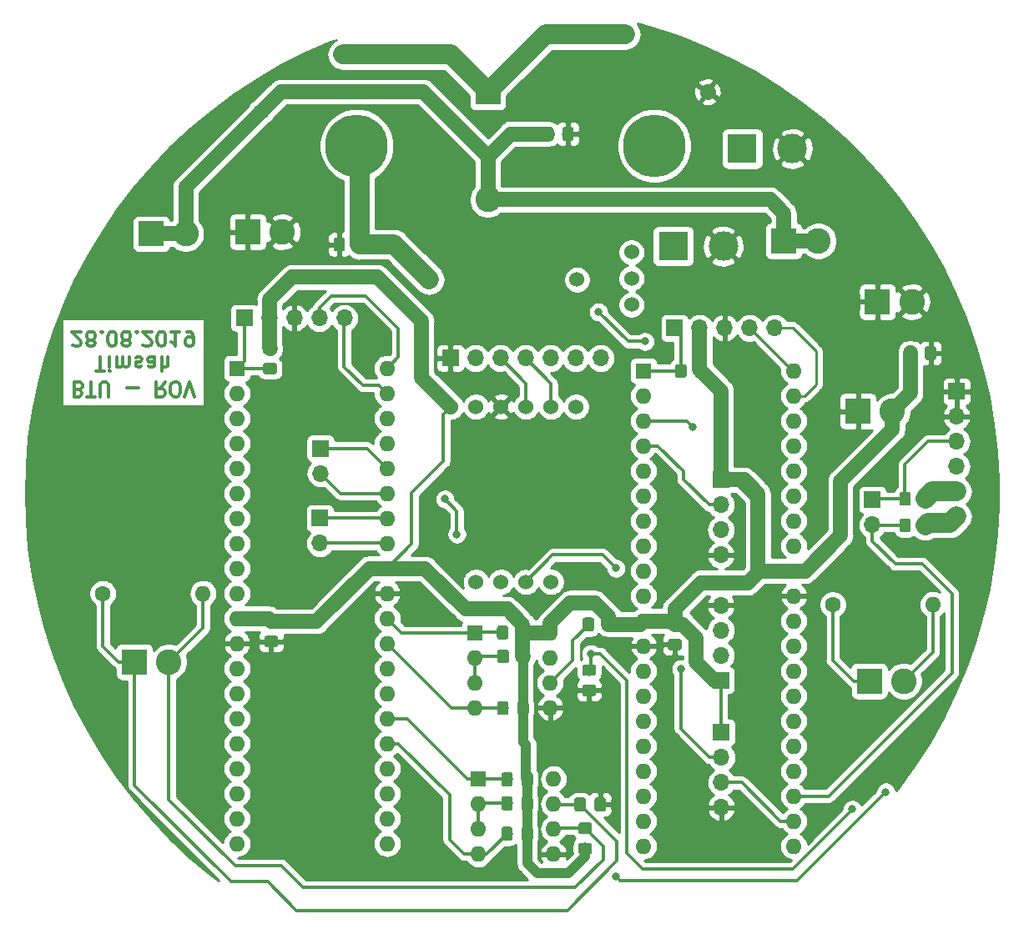
<source format=gbr>
%TF.GenerationSoftware,KiCad,Pcbnew,(5.1.4)-1*%
%TF.CreationDate,2019-08-28T19:55:50+03:00*%
%TF.ProjectId,Timsah_Main_Board,54696d73-6168-45f4-9d61-696e5f426f61,rev?*%
%TF.SameCoordinates,Original*%
%TF.FileFunction,Copper,L2,Bot*%
%TF.FilePolarity,Positive*%
%FSLAX46Y46*%
G04 Gerber Fmt 4.6, Leading zero omitted, Abs format (unit mm)*
G04 Created by KiCad (PCBNEW (5.1.4)-1) date 2019-08-28 19:55:50*
%MOMM*%
%LPD*%
G04 APERTURE LIST*
%ADD10C,0.300000*%
%ADD11C,1.524000*%
%ADD12C,0.100000*%
%ADD13C,1.150000*%
%ADD14R,1.700000X1.700000*%
%ADD15O,1.700000X1.700000*%
%ADD16R,2.600000X2.600000*%
%ADD17C,2.600000*%
%ADD18C,3.000000*%
%ADD19R,3.000000X3.000000*%
%ADD20O,1.600000X1.600000*%
%ADD21C,1.600000*%
%ADD22C,1.600000*%
%ADD23R,1.600000X1.600000*%
%ADD24C,6.350000*%
%ADD25C,0.800000*%
%ADD26C,1.500000*%
%ADD27C,2.000000*%
%ADD28C,0.250000*%
%ADD29C,1.000000*%
%ADD30C,0.254000*%
G04 APERTURE END LIST*
D10*
X56075000Y-89507142D02*
X56289285Y-89435714D01*
X56360714Y-89364285D01*
X56432142Y-89221428D01*
X56432142Y-89007142D01*
X56360714Y-88864285D01*
X56289285Y-88792857D01*
X56146428Y-88721428D01*
X55575000Y-88721428D01*
X55575000Y-90221428D01*
X56075000Y-90221428D01*
X56217857Y-90150000D01*
X56289285Y-90078571D01*
X56360714Y-89935714D01*
X56360714Y-89792857D01*
X56289285Y-89650000D01*
X56217857Y-89578571D01*
X56075000Y-89507142D01*
X55575000Y-89507142D01*
X56860714Y-90221428D02*
X57717857Y-90221428D01*
X57289285Y-88721428D02*
X57289285Y-90221428D01*
X58217857Y-90221428D02*
X58217857Y-89007142D01*
X58289285Y-88864285D01*
X58360714Y-88792857D01*
X58503571Y-88721428D01*
X58789285Y-88721428D01*
X58932142Y-88792857D01*
X59003571Y-88864285D01*
X59075000Y-89007142D01*
X59075000Y-90221428D01*
X60932142Y-89292857D02*
X62075000Y-89292857D01*
X64789285Y-88721428D02*
X64289285Y-89435714D01*
X63932142Y-88721428D02*
X63932142Y-90221428D01*
X64503571Y-90221428D01*
X64646428Y-90150000D01*
X64717857Y-90078571D01*
X64789285Y-89935714D01*
X64789285Y-89721428D01*
X64717857Y-89578571D01*
X64646428Y-89507142D01*
X64503571Y-89435714D01*
X63932142Y-89435714D01*
X65717857Y-90221428D02*
X66003571Y-90221428D01*
X66146428Y-90150000D01*
X66289285Y-90007142D01*
X66360714Y-89721428D01*
X66360714Y-89221428D01*
X66289285Y-88935714D01*
X66146428Y-88792857D01*
X66003571Y-88721428D01*
X65717857Y-88721428D01*
X65575000Y-88792857D01*
X65432142Y-88935714D01*
X65360714Y-89221428D01*
X65360714Y-89721428D01*
X65432142Y-90007142D01*
X65575000Y-90150000D01*
X65717857Y-90221428D01*
X66789285Y-90221428D02*
X67289285Y-88721428D01*
X67789285Y-90221428D01*
X57825000Y-87671428D02*
X58682142Y-87671428D01*
X58253571Y-86171428D02*
X58253571Y-87671428D01*
X59182142Y-86171428D02*
X59182142Y-87171428D01*
X59182142Y-87671428D02*
X59110714Y-87600000D01*
X59182142Y-87528571D01*
X59253571Y-87600000D01*
X59182142Y-87671428D01*
X59182142Y-87528571D01*
X59896428Y-86171428D02*
X59896428Y-87171428D01*
X59896428Y-87028571D02*
X59967857Y-87100000D01*
X60110714Y-87171428D01*
X60325000Y-87171428D01*
X60467857Y-87100000D01*
X60539285Y-86957142D01*
X60539285Y-86171428D01*
X60539285Y-86957142D02*
X60610714Y-87100000D01*
X60753571Y-87171428D01*
X60967857Y-87171428D01*
X61110714Y-87100000D01*
X61182142Y-86957142D01*
X61182142Y-86171428D01*
X61825000Y-86242857D02*
X61967857Y-86171428D01*
X62253571Y-86171428D01*
X62396428Y-86242857D01*
X62467857Y-86385714D01*
X62467857Y-86457142D01*
X62396428Y-86600000D01*
X62253571Y-86671428D01*
X62039285Y-86671428D01*
X61896428Y-86742857D01*
X61825000Y-86885714D01*
X61825000Y-86957142D01*
X61896428Y-87100000D01*
X62039285Y-87171428D01*
X62253571Y-87171428D01*
X62396428Y-87100000D01*
X63753571Y-86171428D02*
X63753571Y-86957142D01*
X63682142Y-87100000D01*
X63539285Y-87171428D01*
X63253571Y-87171428D01*
X63110714Y-87100000D01*
X63753571Y-86242857D02*
X63610714Y-86171428D01*
X63253571Y-86171428D01*
X63110714Y-86242857D01*
X63039285Y-86385714D01*
X63039285Y-86528571D01*
X63110714Y-86671428D01*
X63253571Y-86742857D01*
X63610714Y-86742857D01*
X63753571Y-86814285D01*
X64467857Y-86171428D02*
X64467857Y-87671428D01*
X65110714Y-86171428D02*
X65110714Y-86957142D01*
X65039285Y-87100000D01*
X64896428Y-87171428D01*
X64682142Y-87171428D01*
X64539285Y-87100000D01*
X64467857Y-87028571D01*
X55432142Y-84978571D02*
X55503571Y-85050000D01*
X55646428Y-85121428D01*
X56003571Y-85121428D01*
X56146428Y-85050000D01*
X56217857Y-84978571D01*
X56289285Y-84835714D01*
X56289285Y-84692857D01*
X56217857Y-84478571D01*
X55360714Y-83621428D01*
X56289285Y-83621428D01*
X57146428Y-84478571D02*
X57003571Y-84550000D01*
X56932142Y-84621428D01*
X56860714Y-84764285D01*
X56860714Y-84835714D01*
X56932142Y-84978571D01*
X57003571Y-85050000D01*
X57146428Y-85121428D01*
X57432142Y-85121428D01*
X57575000Y-85050000D01*
X57646428Y-84978571D01*
X57717857Y-84835714D01*
X57717857Y-84764285D01*
X57646428Y-84621428D01*
X57575000Y-84550000D01*
X57432142Y-84478571D01*
X57146428Y-84478571D01*
X57003571Y-84407142D01*
X56932142Y-84335714D01*
X56860714Y-84192857D01*
X56860714Y-83907142D01*
X56932142Y-83764285D01*
X57003571Y-83692857D01*
X57146428Y-83621428D01*
X57432142Y-83621428D01*
X57575000Y-83692857D01*
X57646428Y-83764285D01*
X57717857Y-83907142D01*
X57717857Y-84192857D01*
X57646428Y-84335714D01*
X57575000Y-84407142D01*
X57432142Y-84478571D01*
X58360714Y-83764285D02*
X58432142Y-83692857D01*
X58360714Y-83621428D01*
X58289285Y-83692857D01*
X58360714Y-83764285D01*
X58360714Y-83621428D01*
X59360714Y-85121428D02*
X59503571Y-85121428D01*
X59646428Y-85050000D01*
X59717857Y-84978571D01*
X59789285Y-84835714D01*
X59860714Y-84550000D01*
X59860714Y-84192857D01*
X59789285Y-83907142D01*
X59717857Y-83764285D01*
X59646428Y-83692857D01*
X59503571Y-83621428D01*
X59360714Y-83621428D01*
X59217857Y-83692857D01*
X59146428Y-83764285D01*
X59075000Y-83907142D01*
X59003571Y-84192857D01*
X59003571Y-84550000D01*
X59075000Y-84835714D01*
X59146428Y-84978571D01*
X59217857Y-85050000D01*
X59360714Y-85121428D01*
X60717857Y-84478571D02*
X60575000Y-84550000D01*
X60503571Y-84621428D01*
X60432142Y-84764285D01*
X60432142Y-84835714D01*
X60503571Y-84978571D01*
X60575000Y-85050000D01*
X60717857Y-85121428D01*
X61003571Y-85121428D01*
X61146428Y-85050000D01*
X61217857Y-84978571D01*
X61289285Y-84835714D01*
X61289285Y-84764285D01*
X61217857Y-84621428D01*
X61146428Y-84550000D01*
X61003571Y-84478571D01*
X60717857Y-84478571D01*
X60575000Y-84407142D01*
X60503571Y-84335714D01*
X60432142Y-84192857D01*
X60432142Y-83907142D01*
X60503571Y-83764285D01*
X60575000Y-83692857D01*
X60717857Y-83621428D01*
X61003571Y-83621428D01*
X61146428Y-83692857D01*
X61217857Y-83764285D01*
X61289285Y-83907142D01*
X61289285Y-84192857D01*
X61217857Y-84335714D01*
X61146428Y-84407142D01*
X61003571Y-84478571D01*
X61932142Y-83764285D02*
X62003571Y-83692857D01*
X61932142Y-83621428D01*
X61860714Y-83692857D01*
X61932142Y-83764285D01*
X61932142Y-83621428D01*
X62575000Y-84978571D02*
X62646428Y-85050000D01*
X62789285Y-85121428D01*
X63146428Y-85121428D01*
X63289285Y-85050000D01*
X63360714Y-84978571D01*
X63432142Y-84835714D01*
X63432142Y-84692857D01*
X63360714Y-84478571D01*
X62503571Y-83621428D01*
X63432142Y-83621428D01*
X64360714Y-85121428D02*
X64503571Y-85121428D01*
X64646428Y-85050000D01*
X64717857Y-84978571D01*
X64789285Y-84835714D01*
X64860714Y-84550000D01*
X64860714Y-84192857D01*
X64789285Y-83907142D01*
X64717857Y-83764285D01*
X64646428Y-83692857D01*
X64503571Y-83621428D01*
X64360714Y-83621428D01*
X64217857Y-83692857D01*
X64146428Y-83764285D01*
X64075000Y-83907142D01*
X64003571Y-84192857D01*
X64003571Y-84550000D01*
X64075000Y-84835714D01*
X64146428Y-84978571D01*
X64217857Y-85050000D01*
X64360714Y-85121428D01*
X66289285Y-83621428D02*
X65432142Y-83621428D01*
X65860714Y-83621428D02*
X65860714Y-85121428D01*
X65717857Y-84907142D01*
X65575000Y-84764285D01*
X65432142Y-84692857D01*
X67003571Y-83621428D02*
X67289285Y-83621428D01*
X67432142Y-83692857D01*
X67503571Y-83764285D01*
X67646428Y-83978571D01*
X67717857Y-84264285D01*
X67717857Y-84835714D01*
X67646428Y-84978571D01*
X67575000Y-85050000D01*
X67432142Y-85121428D01*
X67146428Y-85121428D01*
X67003571Y-85050000D01*
X66932142Y-84978571D01*
X66860714Y-84835714D01*
X66860714Y-84478571D01*
X66932142Y-84335714D01*
X67003571Y-84264285D01*
X67146428Y-84192857D01*
X67432142Y-84192857D01*
X67575000Y-84264285D01*
X67646428Y-84335714D01*
X67717857Y-84478571D01*
D11*
X91600000Y-78350000D03*
X106600000Y-78350000D03*
D12*
G36*
X76049505Y-112451204D02*
G01*
X76073773Y-112454804D01*
X76097572Y-112460765D01*
X76120671Y-112469030D01*
X76142850Y-112479520D01*
X76163893Y-112492132D01*
X76183599Y-112506747D01*
X76201777Y-112523223D01*
X76218253Y-112541401D01*
X76232868Y-112561107D01*
X76245480Y-112582150D01*
X76255970Y-112604329D01*
X76264235Y-112627428D01*
X76270196Y-112651227D01*
X76273796Y-112675495D01*
X76275000Y-112699999D01*
X76275000Y-113350001D01*
X76273796Y-113374505D01*
X76270196Y-113398773D01*
X76264235Y-113422572D01*
X76255970Y-113445671D01*
X76245480Y-113467850D01*
X76232868Y-113488893D01*
X76218253Y-113508599D01*
X76201777Y-113526777D01*
X76183599Y-113543253D01*
X76163893Y-113557868D01*
X76142850Y-113570480D01*
X76120671Y-113580970D01*
X76097572Y-113589235D01*
X76073773Y-113595196D01*
X76049505Y-113598796D01*
X76025001Y-113600000D01*
X75124999Y-113600000D01*
X75100495Y-113598796D01*
X75076227Y-113595196D01*
X75052428Y-113589235D01*
X75029329Y-113580970D01*
X75007150Y-113570480D01*
X74986107Y-113557868D01*
X74966401Y-113543253D01*
X74948223Y-113526777D01*
X74931747Y-113508599D01*
X74917132Y-113488893D01*
X74904520Y-113467850D01*
X74894030Y-113445671D01*
X74885765Y-113422572D01*
X74879804Y-113398773D01*
X74876204Y-113374505D01*
X74875000Y-113350001D01*
X74875000Y-112699999D01*
X74876204Y-112675495D01*
X74879804Y-112651227D01*
X74885765Y-112627428D01*
X74894030Y-112604329D01*
X74904520Y-112582150D01*
X74917132Y-112561107D01*
X74931747Y-112541401D01*
X74948223Y-112523223D01*
X74966401Y-112506747D01*
X74986107Y-112492132D01*
X75007150Y-112479520D01*
X75029329Y-112469030D01*
X75052428Y-112460765D01*
X75076227Y-112454804D01*
X75100495Y-112451204D01*
X75124999Y-112450000D01*
X76025001Y-112450000D01*
X76049505Y-112451204D01*
X76049505Y-112451204D01*
G37*
D13*
X75575000Y-113025000D03*
D12*
G36*
X76049505Y-114501204D02*
G01*
X76073773Y-114504804D01*
X76097572Y-114510765D01*
X76120671Y-114519030D01*
X76142850Y-114529520D01*
X76163893Y-114542132D01*
X76183599Y-114556747D01*
X76201777Y-114573223D01*
X76218253Y-114591401D01*
X76232868Y-114611107D01*
X76245480Y-114632150D01*
X76255970Y-114654329D01*
X76264235Y-114677428D01*
X76270196Y-114701227D01*
X76273796Y-114725495D01*
X76275000Y-114749999D01*
X76275000Y-115400001D01*
X76273796Y-115424505D01*
X76270196Y-115448773D01*
X76264235Y-115472572D01*
X76255970Y-115495671D01*
X76245480Y-115517850D01*
X76232868Y-115538893D01*
X76218253Y-115558599D01*
X76201777Y-115576777D01*
X76183599Y-115593253D01*
X76163893Y-115607868D01*
X76142850Y-115620480D01*
X76120671Y-115630970D01*
X76097572Y-115639235D01*
X76073773Y-115645196D01*
X76049505Y-115648796D01*
X76025001Y-115650000D01*
X75124999Y-115650000D01*
X75100495Y-115648796D01*
X75076227Y-115645196D01*
X75052428Y-115639235D01*
X75029329Y-115630970D01*
X75007150Y-115620480D01*
X74986107Y-115607868D01*
X74966401Y-115593253D01*
X74948223Y-115576777D01*
X74931747Y-115558599D01*
X74917132Y-115538893D01*
X74904520Y-115517850D01*
X74894030Y-115495671D01*
X74885765Y-115472572D01*
X74879804Y-115448773D01*
X74876204Y-115424505D01*
X74875000Y-115400001D01*
X74875000Y-114749999D01*
X74876204Y-114725495D01*
X74879804Y-114701227D01*
X74885765Y-114677428D01*
X74894030Y-114654329D01*
X74904520Y-114632150D01*
X74917132Y-114611107D01*
X74931747Y-114591401D01*
X74948223Y-114573223D01*
X74966401Y-114556747D01*
X74986107Y-114542132D01*
X75007150Y-114529520D01*
X75029329Y-114519030D01*
X75052428Y-114510765D01*
X75076227Y-114504804D01*
X75100495Y-114501204D01*
X75124999Y-114500000D01*
X76025001Y-114500000D01*
X76049505Y-114501204D01*
X76049505Y-114501204D01*
G37*
D13*
X75575000Y-115075000D03*
D12*
G36*
X116999505Y-112776204D02*
G01*
X117023773Y-112779804D01*
X117047572Y-112785765D01*
X117070671Y-112794030D01*
X117092850Y-112804520D01*
X117113893Y-112817132D01*
X117133599Y-112831747D01*
X117151777Y-112848223D01*
X117168253Y-112866401D01*
X117182868Y-112886107D01*
X117195480Y-112907150D01*
X117205970Y-112929329D01*
X117214235Y-112952428D01*
X117220196Y-112976227D01*
X117223796Y-113000495D01*
X117225000Y-113024999D01*
X117225000Y-113675001D01*
X117223796Y-113699505D01*
X117220196Y-113723773D01*
X117214235Y-113747572D01*
X117205970Y-113770671D01*
X117195480Y-113792850D01*
X117182868Y-113813893D01*
X117168253Y-113833599D01*
X117151777Y-113851777D01*
X117133599Y-113868253D01*
X117113893Y-113882868D01*
X117092850Y-113895480D01*
X117070671Y-113905970D01*
X117047572Y-113914235D01*
X117023773Y-113920196D01*
X116999505Y-113923796D01*
X116975001Y-113925000D01*
X116074999Y-113925000D01*
X116050495Y-113923796D01*
X116026227Y-113920196D01*
X116002428Y-113914235D01*
X115979329Y-113905970D01*
X115957150Y-113895480D01*
X115936107Y-113882868D01*
X115916401Y-113868253D01*
X115898223Y-113851777D01*
X115881747Y-113833599D01*
X115867132Y-113813893D01*
X115854520Y-113792850D01*
X115844030Y-113770671D01*
X115835765Y-113747572D01*
X115829804Y-113723773D01*
X115826204Y-113699505D01*
X115825000Y-113675001D01*
X115825000Y-113024999D01*
X115826204Y-113000495D01*
X115829804Y-112976227D01*
X115835765Y-112952428D01*
X115844030Y-112929329D01*
X115854520Y-112907150D01*
X115867132Y-112886107D01*
X115881747Y-112866401D01*
X115898223Y-112848223D01*
X115916401Y-112831747D01*
X115936107Y-112817132D01*
X115957150Y-112804520D01*
X115979329Y-112794030D01*
X116002428Y-112785765D01*
X116026227Y-112779804D01*
X116050495Y-112776204D01*
X116074999Y-112775000D01*
X116975001Y-112775000D01*
X116999505Y-112776204D01*
X116999505Y-112776204D01*
G37*
D13*
X116525000Y-113350000D03*
D12*
G36*
X116999505Y-114826204D02*
G01*
X117023773Y-114829804D01*
X117047572Y-114835765D01*
X117070671Y-114844030D01*
X117092850Y-114854520D01*
X117113893Y-114867132D01*
X117133599Y-114881747D01*
X117151777Y-114898223D01*
X117168253Y-114916401D01*
X117182868Y-114936107D01*
X117195480Y-114957150D01*
X117205970Y-114979329D01*
X117214235Y-115002428D01*
X117220196Y-115026227D01*
X117223796Y-115050495D01*
X117225000Y-115074999D01*
X117225000Y-115725001D01*
X117223796Y-115749505D01*
X117220196Y-115773773D01*
X117214235Y-115797572D01*
X117205970Y-115820671D01*
X117195480Y-115842850D01*
X117182868Y-115863893D01*
X117168253Y-115883599D01*
X117151777Y-115901777D01*
X117133599Y-115918253D01*
X117113893Y-115932868D01*
X117092850Y-115945480D01*
X117070671Y-115955970D01*
X117047572Y-115964235D01*
X117023773Y-115970196D01*
X116999505Y-115973796D01*
X116975001Y-115975000D01*
X116074999Y-115975000D01*
X116050495Y-115973796D01*
X116026227Y-115970196D01*
X116002428Y-115964235D01*
X115979329Y-115955970D01*
X115957150Y-115945480D01*
X115936107Y-115932868D01*
X115916401Y-115918253D01*
X115898223Y-115901777D01*
X115881747Y-115883599D01*
X115867132Y-115863893D01*
X115854520Y-115842850D01*
X115844030Y-115820671D01*
X115835765Y-115797572D01*
X115829804Y-115773773D01*
X115826204Y-115749505D01*
X115825000Y-115725001D01*
X115825000Y-115074999D01*
X115826204Y-115050495D01*
X115829804Y-115026227D01*
X115835765Y-115002428D01*
X115844030Y-114979329D01*
X115854520Y-114957150D01*
X115867132Y-114936107D01*
X115881747Y-114916401D01*
X115898223Y-114898223D01*
X115916401Y-114881747D01*
X115936107Y-114867132D01*
X115957150Y-114854520D01*
X115979329Y-114844030D01*
X116002428Y-114835765D01*
X116026227Y-114829804D01*
X116050495Y-114826204D01*
X116074999Y-114825000D01*
X116975001Y-114825000D01*
X116999505Y-114826204D01*
X116999505Y-114826204D01*
G37*
D13*
X116525000Y-115400000D03*
D12*
G36*
X103974505Y-62851204D02*
G01*
X103998773Y-62854804D01*
X104022572Y-62860765D01*
X104045671Y-62869030D01*
X104067850Y-62879520D01*
X104088893Y-62892132D01*
X104108599Y-62906747D01*
X104126777Y-62923223D01*
X104143253Y-62941401D01*
X104157868Y-62961107D01*
X104170480Y-62982150D01*
X104180970Y-63004329D01*
X104189235Y-63027428D01*
X104195196Y-63051227D01*
X104198796Y-63075495D01*
X104200000Y-63099999D01*
X104200000Y-64000001D01*
X104198796Y-64024505D01*
X104195196Y-64048773D01*
X104189235Y-64072572D01*
X104180970Y-64095671D01*
X104170480Y-64117850D01*
X104157868Y-64138893D01*
X104143253Y-64158599D01*
X104126777Y-64176777D01*
X104108599Y-64193253D01*
X104088893Y-64207868D01*
X104067850Y-64220480D01*
X104045671Y-64230970D01*
X104022572Y-64239235D01*
X103998773Y-64245196D01*
X103974505Y-64248796D01*
X103950001Y-64250000D01*
X103299999Y-64250000D01*
X103275495Y-64248796D01*
X103251227Y-64245196D01*
X103227428Y-64239235D01*
X103204329Y-64230970D01*
X103182150Y-64220480D01*
X103161107Y-64207868D01*
X103141401Y-64193253D01*
X103123223Y-64176777D01*
X103106747Y-64158599D01*
X103092132Y-64138893D01*
X103079520Y-64117850D01*
X103069030Y-64095671D01*
X103060765Y-64072572D01*
X103054804Y-64048773D01*
X103051204Y-64024505D01*
X103050000Y-64000001D01*
X103050000Y-63099999D01*
X103051204Y-63075495D01*
X103054804Y-63051227D01*
X103060765Y-63027428D01*
X103069030Y-63004329D01*
X103079520Y-62982150D01*
X103092132Y-62961107D01*
X103106747Y-62941401D01*
X103123223Y-62923223D01*
X103141401Y-62906747D01*
X103161107Y-62892132D01*
X103182150Y-62879520D01*
X103204329Y-62869030D01*
X103227428Y-62860765D01*
X103251227Y-62854804D01*
X103275495Y-62851204D01*
X103299999Y-62850000D01*
X103950001Y-62850000D01*
X103974505Y-62851204D01*
X103974505Y-62851204D01*
G37*
D13*
X103625000Y-63550000D03*
D12*
G36*
X106024505Y-62851204D02*
G01*
X106048773Y-62854804D01*
X106072572Y-62860765D01*
X106095671Y-62869030D01*
X106117850Y-62879520D01*
X106138893Y-62892132D01*
X106158599Y-62906747D01*
X106176777Y-62923223D01*
X106193253Y-62941401D01*
X106207868Y-62961107D01*
X106220480Y-62982150D01*
X106230970Y-63004329D01*
X106239235Y-63027428D01*
X106245196Y-63051227D01*
X106248796Y-63075495D01*
X106250000Y-63099999D01*
X106250000Y-64000001D01*
X106248796Y-64024505D01*
X106245196Y-64048773D01*
X106239235Y-64072572D01*
X106230970Y-64095671D01*
X106220480Y-64117850D01*
X106207868Y-64138893D01*
X106193253Y-64158599D01*
X106176777Y-64176777D01*
X106158599Y-64193253D01*
X106138893Y-64207868D01*
X106117850Y-64220480D01*
X106095671Y-64230970D01*
X106072572Y-64239235D01*
X106048773Y-64245196D01*
X106024505Y-64248796D01*
X106000001Y-64250000D01*
X105349999Y-64250000D01*
X105325495Y-64248796D01*
X105301227Y-64245196D01*
X105277428Y-64239235D01*
X105254329Y-64230970D01*
X105232150Y-64220480D01*
X105211107Y-64207868D01*
X105191401Y-64193253D01*
X105173223Y-64176777D01*
X105156747Y-64158599D01*
X105142132Y-64138893D01*
X105129520Y-64117850D01*
X105119030Y-64095671D01*
X105110765Y-64072572D01*
X105104804Y-64048773D01*
X105101204Y-64024505D01*
X105100000Y-64000001D01*
X105100000Y-63099999D01*
X105101204Y-63075495D01*
X105104804Y-63051227D01*
X105110765Y-63027428D01*
X105119030Y-63004329D01*
X105129520Y-62982150D01*
X105142132Y-62961107D01*
X105156747Y-62941401D01*
X105173223Y-62923223D01*
X105191401Y-62906747D01*
X105211107Y-62892132D01*
X105232150Y-62879520D01*
X105254329Y-62869030D01*
X105277428Y-62860765D01*
X105301227Y-62854804D01*
X105325495Y-62851204D01*
X105349999Y-62850000D01*
X106000001Y-62850000D01*
X106024505Y-62851204D01*
X106024505Y-62851204D01*
G37*
D13*
X105675000Y-63550000D03*
D12*
G36*
X82824505Y-74076204D02*
G01*
X82848773Y-74079804D01*
X82872572Y-74085765D01*
X82895671Y-74094030D01*
X82917850Y-74104520D01*
X82938893Y-74117132D01*
X82958599Y-74131747D01*
X82976777Y-74148223D01*
X82993253Y-74166401D01*
X83007868Y-74186107D01*
X83020480Y-74207150D01*
X83030970Y-74229329D01*
X83039235Y-74252428D01*
X83045196Y-74276227D01*
X83048796Y-74300495D01*
X83050000Y-74324999D01*
X83050000Y-75225001D01*
X83048796Y-75249505D01*
X83045196Y-75273773D01*
X83039235Y-75297572D01*
X83030970Y-75320671D01*
X83020480Y-75342850D01*
X83007868Y-75363893D01*
X82993253Y-75383599D01*
X82976777Y-75401777D01*
X82958599Y-75418253D01*
X82938893Y-75432868D01*
X82917850Y-75445480D01*
X82895671Y-75455970D01*
X82872572Y-75464235D01*
X82848773Y-75470196D01*
X82824505Y-75473796D01*
X82800001Y-75475000D01*
X82149999Y-75475000D01*
X82125495Y-75473796D01*
X82101227Y-75470196D01*
X82077428Y-75464235D01*
X82054329Y-75455970D01*
X82032150Y-75445480D01*
X82011107Y-75432868D01*
X81991401Y-75418253D01*
X81973223Y-75401777D01*
X81956747Y-75383599D01*
X81942132Y-75363893D01*
X81929520Y-75342850D01*
X81919030Y-75320671D01*
X81910765Y-75297572D01*
X81904804Y-75273773D01*
X81901204Y-75249505D01*
X81900000Y-75225001D01*
X81900000Y-74324999D01*
X81901204Y-74300495D01*
X81904804Y-74276227D01*
X81910765Y-74252428D01*
X81919030Y-74229329D01*
X81929520Y-74207150D01*
X81942132Y-74186107D01*
X81956747Y-74166401D01*
X81973223Y-74148223D01*
X81991401Y-74131747D01*
X82011107Y-74117132D01*
X82032150Y-74104520D01*
X82054329Y-74094030D01*
X82077428Y-74085765D01*
X82101227Y-74079804D01*
X82125495Y-74076204D01*
X82149999Y-74075000D01*
X82800001Y-74075000D01*
X82824505Y-74076204D01*
X82824505Y-74076204D01*
G37*
D13*
X82475000Y-74775000D03*
D12*
G36*
X84874505Y-74076204D02*
G01*
X84898773Y-74079804D01*
X84922572Y-74085765D01*
X84945671Y-74094030D01*
X84967850Y-74104520D01*
X84988893Y-74117132D01*
X85008599Y-74131747D01*
X85026777Y-74148223D01*
X85043253Y-74166401D01*
X85057868Y-74186107D01*
X85070480Y-74207150D01*
X85080970Y-74229329D01*
X85089235Y-74252428D01*
X85095196Y-74276227D01*
X85098796Y-74300495D01*
X85100000Y-74324999D01*
X85100000Y-75225001D01*
X85098796Y-75249505D01*
X85095196Y-75273773D01*
X85089235Y-75297572D01*
X85080970Y-75320671D01*
X85070480Y-75342850D01*
X85057868Y-75363893D01*
X85043253Y-75383599D01*
X85026777Y-75401777D01*
X85008599Y-75418253D01*
X84988893Y-75432868D01*
X84967850Y-75445480D01*
X84945671Y-75455970D01*
X84922572Y-75464235D01*
X84898773Y-75470196D01*
X84874505Y-75473796D01*
X84850001Y-75475000D01*
X84199999Y-75475000D01*
X84175495Y-75473796D01*
X84151227Y-75470196D01*
X84127428Y-75464235D01*
X84104329Y-75455970D01*
X84082150Y-75445480D01*
X84061107Y-75432868D01*
X84041401Y-75418253D01*
X84023223Y-75401777D01*
X84006747Y-75383599D01*
X83992132Y-75363893D01*
X83979520Y-75342850D01*
X83969030Y-75320671D01*
X83960765Y-75297572D01*
X83954804Y-75273773D01*
X83951204Y-75249505D01*
X83950000Y-75225001D01*
X83950000Y-74324999D01*
X83951204Y-74300495D01*
X83954804Y-74276227D01*
X83960765Y-74252428D01*
X83969030Y-74229329D01*
X83979520Y-74207150D01*
X83992132Y-74186107D01*
X84006747Y-74166401D01*
X84023223Y-74148223D01*
X84041401Y-74131747D01*
X84061107Y-74117132D01*
X84082150Y-74104520D01*
X84104329Y-74094030D01*
X84127428Y-74085765D01*
X84151227Y-74079804D01*
X84175495Y-74076204D01*
X84199999Y-74075000D01*
X84850001Y-74075000D01*
X84874505Y-74076204D01*
X84874505Y-74076204D01*
G37*
D13*
X84525000Y-74775000D03*
D12*
G36*
X142824505Y-85101204D02*
G01*
X142848773Y-85104804D01*
X142872572Y-85110765D01*
X142895671Y-85119030D01*
X142917850Y-85129520D01*
X142938893Y-85142132D01*
X142958599Y-85156747D01*
X142976777Y-85173223D01*
X142993253Y-85191401D01*
X143007868Y-85211107D01*
X143020480Y-85232150D01*
X143030970Y-85254329D01*
X143039235Y-85277428D01*
X143045196Y-85301227D01*
X143048796Y-85325495D01*
X143050000Y-85349999D01*
X143050000Y-86250001D01*
X143048796Y-86274505D01*
X143045196Y-86298773D01*
X143039235Y-86322572D01*
X143030970Y-86345671D01*
X143020480Y-86367850D01*
X143007868Y-86388893D01*
X142993253Y-86408599D01*
X142976777Y-86426777D01*
X142958599Y-86443253D01*
X142938893Y-86457868D01*
X142917850Y-86470480D01*
X142895671Y-86480970D01*
X142872572Y-86489235D01*
X142848773Y-86495196D01*
X142824505Y-86498796D01*
X142800001Y-86500000D01*
X142149999Y-86500000D01*
X142125495Y-86498796D01*
X142101227Y-86495196D01*
X142077428Y-86489235D01*
X142054329Y-86480970D01*
X142032150Y-86470480D01*
X142011107Y-86457868D01*
X141991401Y-86443253D01*
X141973223Y-86426777D01*
X141956747Y-86408599D01*
X141942132Y-86388893D01*
X141929520Y-86367850D01*
X141919030Y-86345671D01*
X141910765Y-86322572D01*
X141904804Y-86298773D01*
X141901204Y-86274505D01*
X141900000Y-86250001D01*
X141900000Y-85349999D01*
X141901204Y-85325495D01*
X141904804Y-85301227D01*
X141910765Y-85277428D01*
X141919030Y-85254329D01*
X141929520Y-85232150D01*
X141942132Y-85211107D01*
X141956747Y-85191401D01*
X141973223Y-85173223D01*
X141991401Y-85156747D01*
X142011107Y-85142132D01*
X142032150Y-85129520D01*
X142054329Y-85119030D01*
X142077428Y-85110765D01*
X142101227Y-85104804D01*
X142125495Y-85101204D01*
X142149999Y-85100000D01*
X142800001Y-85100000D01*
X142824505Y-85101204D01*
X142824505Y-85101204D01*
G37*
D13*
X142475000Y-85800000D03*
D12*
G36*
X140774505Y-85101204D02*
G01*
X140798773Y-85104804D01*
X140822572Y-85110765D01*
X140845671Y-85119030D01*
X140867850Y-85129520D01*
X140888893Y-85142132D01*
X140908599Y-85156747D01*
X140926777Y-85173223D01*
X140943253Y-85191401D01*
X140957868Y-85211107D01*
X140970480Y-85232150D01*
X140980970Y-85254329D01*
X140989235Y-85277428D01*
X140995196Y-85301227D01*
X140998796Y-85325495D01*
X141000000Y-85349999D01*
X141000000Y-86250001D01*
X140998796Y-86274505D01*
X140995196Y-86298773D01*
X140989235Y-86322572D01*
X140980970Y-86345671D01*
X140970480Y-86367850D01*
X140957868Y-86388893D01*
X140943253Y-86408599D01*
X140926777Y-86426777D01*
X140908599Y-86443253D01*
X140888893Y-86457868D01*
X140867850Y-86470480D01*
X140845671Y-86480970D01*
X140822572Y-86489235D01*
X140798773Y-86495196D01*
X140774505Y-86498796D01*
X140750001Y-86500000D01*
X140099999Y-86500000D01*
X140075495Y-86498796D01*
X140051227Y-86495196D01*
X140027428Y-86489235D01*
X140004329Y-86480970D01*
X139982150Y-86470480D01*
X139961107Y-86457868D01*
X139941401Y-86443253D01*
X139923223Y-86426777D01*
X139906747Y-86408599D01*
X139892132Y-86388893D01*
X139879520Y-86367850D01*
X139869030Y-86345671D01*
X139860765Y-86322572D01*
X139854804Y-86298773D01*
X139851204Y-86274505D01*
X139850000Y-86250001D01*
X139850000Y-85349999D01*
X139851204Y-85325495D01*
X139854804Y-85301227D01*
X139860765Y-85277428D01*
X139869030Y-85254329D01*
X139879520Y-85232150D01*
X139892132Y-85211107D01*
X139906747Y-85191401D01*
X139923223Y-85173223D01*
X139941401Y-85156747D01*
X139961107Y-85142132D01*
X139982150Y-85129520D01*
X140004329Y-85119030D01*
X140027428Y-85110765D01*
X140051227Y-85104804D01*
X140075495Y-85101204D01*
X140099999Y-85100000D01*
X140750001Y-85100000D01*
X140774505Y-85101204D01*
X140774505Y-85101204D01*
G37*
D13*
X140425000Y-85800000D03*
D14*
X93760000Y-86300000D03*
D15*
X96300000Y-86300000D03*
X98840000Y-86300000D03*
X101380000Y-86300000D03*
X103920000Y-86300000D03*
X106460000Y-86300000D03*
X109000000Y-86300000D03*
D14*
X72840000Y-82250000D03*
D15*
X75380000Y-82250000D03*
X77920000Y-82250000D03*
X80460000Y-82250000D03*
X83000000Y-82250000D03*
D11*
X93800000Y-91250000D03*
X96340000Y-91250000D03*
X98880000Y-91250000D03*
X101420000Y-91250000D03*
X103960000Y-91250000D03*
X106500000Y-91250000D03*
X103960000Y-109030000D03*
X101420000Y-109030000D03*
X98880000Y-109030000D03*
X96340000Y-109030000D03*
D15*
X126650000Y-83250000D03*
X124110000Y-83250000D03*
X121570000Y-83250000D03*
X119030000Y-83250000D03*
D14*
X116490000Y-83250000D03*
X136575000Y-100700000D03*
D15*
X136575000Y-103240000D03*
D16*
X136250000Y-119100000D03*
D17*
X139750000Y-119100000D03*
D16*
X63400000Y-73700000D03*
D17*
X66900000Y-73700000D03*
X76700000Y-73500000D03*
D16*
X73200000Y-73500000D03*
X127575000Y-74425000D03*
D17*
X131075000Y-74425000D03*
X140575000Y-80600000D03*
D16*
X137075000Y-80600000D03*
D18*
X128450000Y-65050000D03*
D19*
X123370000Y-65050000D03*
D17*
X65200000Y-117150000D03*
D16*
X61700000Y-117150000D03*
D14*
X121250000Y-124305000D03*
D15*
X121250000Y-126845000D03*
X121250000Y-129385000D03*
X121250000Y-131925000D03*
D19*
X116350000Y-74950000D03*
D18*
X121430000Y-74950000D03*
D14*
X80500000Y-102575000D03*
D15*
X80500000Y-105115000D03*
X80575000Y-98015000D03*
D14*
X80575000Y-95475000D03*
D15*
X121200000Y-111405000D03*
X121200000Y-113945000D03*
X121200000Y-116485000D03*
D14*
X121200000Y-119025000D03*
X121200000Y-98680000D03*
D15*
X121200000Y-101220000D03*
X121200000Y-103760000D03*
X121200000Y-106300000D03*
D16*
X135100000Y-91700000D03*
D17*
X138600000Y-91700000D03*
D14*
X145100000Y-89700000D03*
D15*
X145100000Y-92240000D03*
X145100000Y-94780000D03*
X145100000Y-97320000D03*
X145100000Y-99860000D03*
X145100000Y-102400000D03*
D12*
G36*
X75924505Y-84751204D02*
G01*
X75948773Y-84754804D01*
X75972572Y-84760765D01*
X75995671Y-84769030D01*
X76017850Y-84779520D01*
X76038893Y-84792132D01*
X76058599Y-84806747D01*
X76076777Y-84823223D01*
X76093253Y-84841401D01*
X76107868Y-84861107D01*
X76120480Y-84882150D01*
X76130970Y-84904329D01*
X76139235Y-84927428D01*
X76145196Y-84951227D01*
X76148796Y-84975495D01*
X76150000Y-84999999D01*
X76150000Y-85650001D01*
X76148796Y-85674505D01*
X76145196Y-85698773D01*
X76139235Y-85722572D01*
X76130970Y-85745671D01*
X76120480Y-85767850D01*
X76107868Y-85788893D01*
X76093253Y-85808599D01*
X76076777Y-85826777D01*
X76058599Y-85843253D01*
X76038893Y-85857868D01*
X76017850Y-85870480D01*
X75995671Y-85880970D01*
X75972572Y-85889235D01*
X75948773Y-85895196D01*
X75924505Y-85898796D01*
X75900001Y-85900000D01*
X74999999Y-85900000D01*
X74975495Y-85898796D01*
X74951227Y-85895196D01*
X74927428Y-85889235D01*
X74904329Y-85880970D01*
X74882150Y-85870480D01*
X74861107Y-85857868D01*
X74841401Y-85843253D01*
X74823223Y-85826777D01*
X74806747Y-85808599D01*
X74792132Y-85788893D01*
X74779520Y-85767850D01*
X74769030Y-85745671D01*
X74760765Y-85722572D01*
X74754804Y-85698773D01*
X74751204Y-85674505D01*
X74750000Y-85650001D01*
X74750000Y-84999999D01*
X74751204Y-84975495D01*
X74754804Y-84951227D01*
X74760765Y-84927428D01*
X74769030Y-84904329D01*
X74779520Y-84882150D01*
X74792132Y-84861107D01*
X74806747Y-84841401D01*
X74823223Y-84823223D01*
X74841401Y-84806747D01*
X74861107Y-84792132D01*
X74882150Y-84779520D01*
X74904329Y-84769030D01*
X74927428Y-84760765D01*
X74951227Y-84754804D01*
X74975495Y-84751204D01*
X74999999Y-84750000D01*
X75900001Y-84750000D01*
X75924505Y-84751204D01*
X75924505Y-84751204D01*
G37*
D13*
X75450000Y-85325000D03*
D12*
G36*
X75924505Y-86801204D02*
G01*
X75948773Y-86804804D01*
X75972572Y-86810765D01*
X75995671Y-86819030D01*
X76017850Y-86829520D01*
X76038893Y-86842132D01*
X76058599Y-86856747D01*
X76076777Y-86873223D01*
X76093253Y-86891401D01*
X76107868Y-86911107D01*
X76120480Y-86932150D01*
X76130970Y-86954329D01*
X76139235Y-86977428D01*
X76145196Y-87001227D01*
X76148796Y-87025495D01*
X76150000Y-87049999D01*
X76150000Y-87700001D01*
X76148796Y-87724505D01*
X76145196Y-87748773D01*
X76139235Y-87772572D01*
X76130970Y-87795671D01*
X76120480Y-87817850D01*
X76107868Y-87838893D01*
X76093253Y-87858599D01*
X76076777Y-87876777D01*
X76058599Y-87893253D01*
X76038893Y-87907868D01*
X76017850Y-87920480D01*
X75995671Y-87930970D01*
X75972572Y-87939235D01*
X75948773Y-87945196D01*
X75924505Y-87948796D01*
X75900001Y-87950000D01*
X74999999Y-87950000D01*
X74975495Y-87948796D01*
X74951227Y-87945196D01*
X74927428Y-87939235D01*
X74904329Y-87930970D01*
X74882150Y-87920480D01*
X74861107Y-87907868D01*
X74841401Y-87893253D01*
X74823223Y-87876777D01*
X74806747Y-87858599D01*
X74792132Y-87838893D01*
X74779520Y-87817850D01*
X74769030Y-87795671D01*
X74760765Y-87772572D01*
X74754804Y-87748773D01*
X74751204Y-87724505D01*
X74750000Y-87700001D01*
X74750000Y-87049999D01*
X74751204Y-87025495D01*
X74754804Y-87001227D01*
X74760765Y-86977428D01*
X74769030Y-86954329D01*
X74779520Y-86932150D01*
X74792132Y-86911107D01*
X74806747Y-86891401D01*
X74823223Y-86873223D01*
X74841401Y-86856747D01*
X74861107Y-86842132D01*
X74882150Y-86829520D01*
X74904329Y-86819030D01*
X74927428Y-86810765D01*
X74951227Y-86804804D01*
X74975495Y-86801204D01*
X74999999Y-86800000D01*
X75900001Y-86800000D01*
X75924505Y-86801204D01*
X75924505Y-86801204D01*
G37*
D13*
X75450000Y-87375000D03*
D12*
G36*
X119524505Y-86926204D02*
G01*
X119548773Y-86929804D01*
X119572572Y-86935765D01*
X119595671Y-86944030D01*
X119617850Y-86954520D01*
X119638893Y-86967132D01*
X119658599Y-86981747D01*
X119676777Y-86998223D01*
X119693253Y-87016401D01*
X119707868Y-87036107D01*
X119720480Y-87057150D01*
X119730970Y-87079329D01*
X119739235Y-87102428D01*
X119745196Y-87126227D01*
X119748796Y-87150495D01*
X119750000Y-87174999D01*
X119750000Y-88075001D01*
X119748796Y-88099505D01*
X119745196Y-88123773D01*
X119739235Y-88147572D01*
X119730970Y-88170671D01*
X119720480Y-88192850D01*
X119707868Y-88213893D01*
X119693253Y-88233599D01*
X119676777Y-88251777D01*
X119658599Y-88268253D01*
X119638893Y-88282868D01*
X119617850Y-88295480D01*
X119595671Y-88305970D01*
X119572572Y-88314235D01*
X119548773Y-88320196D01*
X119524505Y-88323796D01*
X119500001Y-88325000D01*
X118849999Y-88325000D01*
X118825495Y-88323796D01*
X118801227Y-88320196D01*
X118777428Y-88314235D01*
X118754329Y-88305970D01*
X118732150Y-88295480D01*
X118711107Y-88282868D01*
X118691401Y-88268253D01*
X118673223Y-88251777D01*
X118656747Y-88233599D01*
X118642132Y-88213893D01*
X118629520Y-88192850D01*
X118619030Y-88170671D01*
X118610765Y-88147572D01*
X118604804Y-88123773D01*
X118601204Y-88099505D01*
X118600000Y-88075001D01*
X118600000Y-87174999D01*
X118601204Y-87150495D01*
X118604804Y-87126227D01*
X118610765Y-87102428D01*
X118619030Y-87079329D01*
X118629520Y-87057150D01*
X118642132Y-87036107D01*
X118656747Y-87016401D01*
X118673223Y-86998223D01*
X118691401Y-86981747D01*
X118711107Y-86967132D01*
X118732150Y-86954520D01*
X118754329Y-86944030D01*
X118777428Y-86935765D01*
X118801227Y-86929804D01*
X118825495Y-86926204D01*
X118849999Y-86925000D01*
X119500001Y-86925000D01*
X119524505Y-86926204D01*
X119524505Y-86926204D01*
G37*
D13*
X119175000Y-87625000D03*
D12*
G36*
X117474505Y-86926204D02*
G01*
X117498773Y-86929804D01*
X117522572Y-86935765D01*
X117545671Y-86944030D01*
X117567850Y-86954520D01*
X117588893Y-86967132D01*
X117608599Y-86981747D01*
X117626777Y-86998223D01*
X117643253Y-87016401D01*
X117657868Y-87036107D01*
X117670480Y-87057150D01*
X117680970Y-87079329D01*
X117689235Y-87102428D01*
X117695196Y-87126227D01*
X117698796Y-87150495D01*
X117700000Y-87174999D01*
X117700000Y-88075001D01*
X117698796Y-88099505D01*
X117695196Y-88123773D01*
X117689235Y-88147572D01*
X117680970Y-88170671D01*
X117670480Y-88192850D01*
X117657868Y-88213893D01*
X117643253Y-88233599D01*
X117626777Y-88251777D01*
X117608599Y-88268253D01*
X117588893Y-88282868D01*
X117567850Y-88295480D01*
X117545671Y-88305970D01*
X117522572Y-88314235D01*
X117498773Y-88320196D01*
X117474505Y-88323796D01*
X117450001Y-88325000D01*
X116799999Y-88325000D01*
X116775495Y-88323796D01*
X116751227Y-88320196D01*
X116727428Y-88314235D01*
X116704329Y-88305970D01*
X116682150Y-88295480D01*
X116661107Y-88282868D01*
X116641401Y-88268253D01*
X116623223Y-88251777D01*
X116606747Y-88233599D01*
X116592132Y-88213893D01*
X116579520Y-88192850D01*
X116569030Y-88170671D01*
X116560765Y-88147572D01*
X116554804Y-88123773D01*
X116551204Y-88099505D01*
X116550000Y-88075001D01*
X116550000Y-87174999D01*
X116551204Y-87150495D01*
X116554804Y-87126227D01*
X116560765Y-87102428D01*
X116569030Y-87079329D01*
X116579520Y-87057150D01*
X116592132Y-87036107D01*
X116606747Y-87016401D01*
X116623223Y-86998223D01*
X116641401Y-86981747D01*
X116661107Y-86967132D01*
X116682150Y-86954520D01*
X116704329Y-86944030D01*
X116727428Y-86935765D01*
X116751227Y-86929804D01*
X116775495Y-86926204D01*
X116799999Y-86925000D01*
X117450001Y-86925000D01*
X117474505Y-86926204D01*
X117474505Y-86926204D01*
G37*
D13*
X117125000Y-87625000D03*
D12*
G36*
X99424505Y-121151204D02*
G01*
X99448773Y-121154804D01*
X99472572Y-121160765D01*
X99495671Y-121169030D01*
X99517850Y-121179520D01*
X99538893Y-121192132D01*
X99558599Y-121206747D01*
X99576777Y-121223223D01*
X99593253Y-121241401D01*
X99607868Y-121261107D01*
X99620480Y-121282150D01*
X99630970Y-121304329D01*
X99639235Y-121327428D01*
X99645196Y-121351227D01*
X99648796Y-121375495D01*
X99650000Y-121399999D01*
X99650000Y-122300001D01*
X99648796Y-122324505D01*
X99645196Y-122348773D01*
X99639235Y-122372572D01*
X99630970Y-122395671D01*
X99620480Y-122417850D01*
X99607868Y-122438893D01*
X99593253Y-122458599D01*
X99576777Y-122476777D01*
X99558599Y-122493253D01*
X99538893Y-122507868D01*
X99517850Y-122520480D01*
X99495671Y-122530970D01*
X99472572Y-122539235D01*
X99448773Y-122545196D01*
X99424505Y-122548796D01*
X99400001Y-122550000D01*
X98749999Y-122550000D01*
X98725495Y-122548796D01*
X98701227Y-122545196D01*
X98677428Y-122539235D01*
X98654329Y-122530970D01*
X98632150Y-122520480D01*
X98611107Y-122507868D01*
X98591401Y-122493253D01*
X98573223Y-122476777D01*
X98556747Y-122458599D01*
X98542132Y-122438893D01*
X98529520Y-122417850D01*
X98519030Y-122395671D01*
X98510765Y-122372572D01*
X98504804Y-122348773D01*
X98501204Y-122324505D01*
X98500000Y-122300001D01*
X98500000Y-121399999D01*
X98501204Y-121375495D01*
X98504804Y-121351227D01*
X98510765Y-121327428D01*
X98519030Y-121304329D01*
X98529520Y-121282150D01*
X98542132Y-121261107D01*
X98556747Y-121241401D01*
X98573223Y-121223223D01*
X98591401Y-121206747D01*
X98611107Y-121192132D01*
X98632150Y-121179520D01*
X98654329Y-121169030D01*
X98677428Y-121160765D01*
X98701227Y-121154804D01*
X98725495Y-121151204D01*
X98749999Y-121150000D01*
X99400001Y-121150000D01*
X99424505Y-121151204D01*
X99424505Y-121151204D01*
G37*
D13*
X99075000Y-121850000D03*
D12*
G36*
X101474505Y-121151204D02*
G01*
X101498773Y-121154804D01*
X101522572Y-121160765D01*
X101545671Y-121169030D01*
X101567850Y-121179520D01*
X101588893Y-121192132D01*
X101608599Y-121206747D01*
X101626777Y-121223223D01*
X101643253Y-121241401D01*
X101657868Y-121261107D01*
X101670480Y-121282150D01*
X101680970Y-121304329D01*
X101689235Y-121327428D01*
X101695196Y-121351227D01*
X101698796Y-121375495D01*
X101700000Y-121399999D01*
X101700000Y-122300001D01*
X101698796Y-122324505D01*
X101695196Y-122348773D01*
X101689235Y-122372572D01*
X101680970Y-122395671D01*
X101670480Y-122417850D01*
X101657868Y-122438893D01*
X101643253Y-122458599D01*
X101626777Y-122476777D01*
X101608599Y-122493253D01*
X101588893Y-122507868D01*
X101567850Y-122520480D01*
X101545671Y-122530970D01*
X101522572Y-122539235D01*
X101498773Y-122545196D01*
X101474505Y-122548796D01*
X101450001Y-122550000D01*
X100799999Y-122550000D01*
X100775495Y-122548796D01*
X100751227Y-122545196D01*
X100727428Y-122539235D01*
X100704329Y-122530970D01*
X100682150Y-122520480D01*
X100661107Y-122507868D01*
X100641401Y-122493253D01*
X100623223Y-122476777D01*
X100606747Y-122458599D01*
X100592132Y-122438893D01*
X100579520Y-122417850D01*
X100569030Y-122395671D01*
X100560765Y-122372572D01*
X100554804Y-122348773D01*
X100551204Y-122324505D01*
X100550000Y-122300001D01*
X100550000Y-121399999D01*
X100551204Y-121375495D01*
X100554804Y-121351227D01*
X100560765Y-121327428D01*
X100569030Y-121304329D01*
X100579520Y-121282150D01*
X100592132Y-121261107D01*
X100606747Y-121241401D01*
X100623223Y-121223223D01*
X100641401Y-121206747D01*
X100661107Y-121192132D01*
X100682150Y-121179520D01*
X100704329Y-121169030D01*
X100727428Y-121160765D01*
X100751227Y-121154804D01*
X100775495Y-121151204D01*
X100799999Y-121150000D01*
X101450001Y-121150000D01*
X101474505Y-121151204D01*
X101474505Y-121151204D01*
G37*
D13*
X101125000Y-121850000D03*
D12*
G36*
X99449505Y-115901204D02*
G01*
X99473773Y-115904804D01*
X99497572Y-115910765D01*
X99520671Y-115919030D01*
X99542850Y-115929520D01*
X99563893Y-115942132D01*
X99583599Y-115956747D01*
X99601777Y-115973223D01*
X99618253Y-115991401D01*
X99632868Y-116011107D01*
X99645480Y-116032150D01*
X99655970Y-116054329D01*
X99664235Y-116077428D01*
X99670196Y-116101227D01*
X99673796Y-116125495D01*
X99675000Y-116149999D01*
X99675000Y-117050001D01*
X99673796Y-117074505D01*
X99670196Y-117098773D01*
X99664235Y-117122572D01*
X99655970Y-117145671D01*
X99645480Y-117167850D01*
X99632868Y-117188893D01*
X99618253Y-117208599D01*
X99601777Y-117226777D01*
X99583599Y-117243253D01*
X99563893Y-117257868D01*
X99542850Y-117270480D01*
X99520671Y-117280970D01*
X99497572Y-117289235D01*
X99473773Y-117295196D01*
X99449505Y-117298796D01*
X99425001Y-117300000D01*
X98774999Y-117300000D01*
X98750495Y-117298796D01*
X98726227Y-117295196D01*
X98702428Y-117289235D01*
X98679329Y-117280970D01*
X98657150Y-117270480D01*
X98636107Y-117257868D01*
X98616401Y-117243253D01*
X98598223Y-117226777D01*
X98581747Y-117208599D01*
X98567132Y-117188893D01*
X98554520Y-117167850D01*
X98544030Y-117145671D01*
X98535765Y-117122572D01*
X98529804Y-117098773D01*
X98526204Y-117074505D01*
X98525000Y-117050001D01*
X98525000Y-116149999D01*
X98526204Y-116125495D01*
X98529804Y-116101227D01*
X98535765Y-116077428D01*
X98544030Y-116054329D01*
X98554520Y-116032150D01*
X98567132Y-116011107D01*
X98581747Y-115991401D01*
X98598223Y-115973223D01*
X98616401Y-115956747D01*
X98636107Y-115942132D01*
X98657150Y-115929520D01*
X98679329Y-115919030D01*
X98702428Y-115910765D01*
X98726227Y-115904804D01*
X98750495Y-115901204D01*
X98774999Y-115900000D01*
X99425001Y-115900000D01*
X99449505Y-115901204D01*
X99449505Y-115901204D01*
G37*
D13*
X99100000Y-116600000D03*
D12*
G36*
X101499505Y-115901204D02*
G01*
X101523773Y-115904804D01*
X101547572Y-115910765D01*
X101570671Y-115919030D01*
X101592850Y-115929520D01*
X101613893Y-115942132D01*
X101633599Y-115956747D01*
X101651777Y-115973223D01*
X101668253Y-115991401D01*
X101682868Y-116011107D01*
X101695480Y-116032150D01*
X101705970Y-116054329D01*
X101714235Y-116077428D01*
X101720196Y-116101227D01*
X101723796Y-116125495D01*
X101725000Y-116149999D01*
X101725000Y-117050001D01*
X101723796Y-117074505D01*
X101720196Y-117098773D01*
X101714235Y-117122572D01*
X101705970Y-117145671D01*
X101695480Y-117167850D01*
X101682868Y-117188893D01*
X101668253Y-117208599D01*
X101651777Y-117226777D01*
X101633599Y-117243253D01*
X101613893Y-117257868D01*
X101592850Y-117270480D01*
X101570671Y-117280970D01*
X101547572Y-117289235D01*
X101523773Y-117295196D01*
X101499505Y-117298796D01*
X101475001Y-117300000D01*
X100824999Y-117300000D01*
X100800495Y-117298796D01*
X100776227Y-117295196D01*
X100752428Y-117289235D01*
X100729329Y-117280970D01*
X100707150Y-117270480D01*
X100686107Y-117257868D01*
X100666401Y-117243253D01*
X100648223Y-117226777D01*
X100631747Y-117208599D01*
X100617132Y-117188893D01*
X100604520Y-117167850D01*
X100594030Y-117145671D01*
X100585765Y-117122572D01*
X100579804Y-117098773D01*
X100576204Y-117074505D01*
X100575000Y-117050001D01*
X100575000Y-116149999D01*
X100576204Y-116125495D01*
X100579804Y-116101227D01*
X100585765Y-116077428D01*
X100594030Y-116054329D01*
X100604520Y-116032150D01*
X100617132Y-116011107D01*
X100631747Y-115991401D01*
X100648223Y-115973223D01*
X100666401Y-115956747D01*
X100686107Y-115942132D01*
X100707150Y-115929520D01*
X100729329Y-115919030D01*
X100752428Y-115910765D01*
X100776227Y-115904804D01*
X100800495Y-115901204D01*
X100824999Y-115900000D01*
X101475001Y-115900000D01*
X101499505Y-115901204D01*
X101499505Y-115901204D01*
G37*
D13*
X101150000Y-116600000D03*
D12*
G36*
X101449505Y-113476204D02*
G01*
X101473773Y-113479804D01*
X101497572Y-113485765D01*
X101520671Y-113494030D01*
X101542850Y-113504520D01*
X101563893Y-113517132D01*
X101583599Y-113531747D01*
X101601777Y-113548223D01*
X101618253Y-113566401D01*
X101632868Y-113586107D01*
X101645480Y-113607150D01*
X101655970Y-113629329D01*
X101664235Y-113652428D01*
X101670196Y-113676227D01*
X101673796Y-113700495D01*
X101675000Y-113724999D01*
X101675000Y-114625001D01*
X101673796Y-114649505D01*
X101670196Y-114673773D01*
X101664235Y-114697572D01*
X101655970Y-114720671D01*
X101645480Y-114742850D01*
X101632868Y-114763893D01*
X101618253Y-114783599D01*
X101601777Y-114801777D01*
X101583599Y-114818253D01*
X101563893Y-114832868D01*
X101542850Y-114845480D01*
X101520671Y-114855970D01*
X101497572Y-114864235D01*
X101473773Y-114870196D01*
X101449505Y-114873796D01*
X101425001Y-114875000D01*
X100774999Y-114875000D01*
X100750495Y-114873796D01*
X100726227Y-114870196D01*
X100702428Y-114864235D01*
X100679329Y-114855970D01*
X100657150Y-114845480D01*
X100636107Y-114832868D01*
X100616401Y-114818253D01*
X100598223Y-114801777D01*
X100581747Y-114783599D01*
X100567132Y-114763893D01*
X100554520Y-114742850D01*
X100544030Y-114720671D01*
X100535765Y-114697572D01*
X100529804Y-114673773D01*
X100526204Y-114649505D01*
X100525000Y-114625001D01*
X100525000Y-113724999D01*
X100526204Y-113700495D01*
X100529804Y-113676227D01*
X100535765Y-113652428D01*
X100544030Y-113629329D01*
X100554520Y-113607150D01*
X100567132Y-113586107D01*
X100581747Y-113566401D01*
X100598223Y-113548223D01*
X100616401Y-113531747D01*
X100636107Y-113517132D01*
X100657150Y-113504520D01*
X100679329Y-113494030D01*
X100702428Y-113485765D01*
X100726227Y-113479804D01*
X100750495Y-113476204D01*
X100774999Y-113475000D01*
X101425001Y-113475000D01*
X101449505Y-113476204D01*
X101449505Y-113476204D01*
G37*
D13*
X101100000Y-114175000D03*
D12*
G36*
X99399505Y-113476204D02*
G01*
X99423773Y-113479804D01*
X99447572Y-113485765D01*
X99470671Y-113494030D01*
X99492850Y-113504520D01*
X99513893Y-113517132D01*
X99533599Y-113531747D01*
X99551777Y-113548223D01*
X99568253Y-113566401D01*
X99582868Y-113586107D01*
X99595480Y-113607150D01*
X99605970Y-113629329D01*
X99614235Y-113652428D01*
X99620196Y-113676227D01*
X99623796Y-113700495D01*
X99625000Y-113724999D01*
X99625000Y-114625001D01*
X99623796Y-114649505D01*
X99620196Y-114673773D01*
X99614235Y-114697572D01*
X99605970Y-114720671D01*
X99595480Y-114742850D01*
X99582868Y-114763893D01*
X99568253Y-114783599D01*
X99551777Y-114801777D01*
X99533599Y-114818253D01*
X99513893Y-114832868D01*
X99492850Y-114845480D01*
X99470671Y-114855970D01*
X99447572Y-114864235D01*
X99423773Y-114870196D01*
X99399505Y-114873796D01*
X99375001Y-114875000D01*
X98724999Y-114875000D01*
X98700495Y-114873796D01*
X98676227Y-114870196D01*
X98652428Y-114864235D01*
X98629329Y-114855970D01*
X98607150Y-114845480D01*
X98586107Y-114832868D01*
X98566401Y-114818253D01*
X98548223Y-114801777D01*
X98531747Y-114783599D01*
X98517132Y-114763893D01*
X98504520Y-114742850D01*
X98494030Y-114720671D01*
X98485765Y-114697572D01*
X98479804Y-114673773D01*
X98476204Y-114649505D01*
X98475000Y-114625001D01*
X98475000Y-113724999D01*
X98476204Y-113700495D01*
X98479804Y-113676227D01*
X98485765Y-113652428D01*
X98494030Y-113629329D01*
X98504520Y-113607150D01*
X98517132Y-113586107D01*
X98531747Y-113566401D01*
X98548223Y-113548223D01*
X98566401Y-113531747D01*
X98586107Y-113517132D01*
X98607150Y-113504520D01*
X98629329Y-113494030D01*
X98652428Y-113485765D01*
X98676227Y-113479804D01*
X98700495Y-113476204D01*
X98724999Y-113475000D01*
X99375001Y-113475000D01*
X99399505Y-113476204D01*
X99399505Y-113476204D01*
G37*
D13*
X99050000Y-114175000D03*
D12*
G36*
X140224505Y-102601204D02*
G01*
X140248773Y-102604804D01*
X140272572Y-102610765D01*
X140295671Y-102619030D01*
X140317850Y-102629520D01*
X140338893Y-102642132D01*
X140358599Y-102656747D01*
X140376777Y-102673223D01*
X140393253Y-102691401D01*
X140407868Y-102711107D01*
X140420480Y-102732150D01*
X140430970Y-102754329D01*
X140439235Y-102777428D01*
X140445196Y-102801227D01*
X140448796Y-102825495D01*
X140450000Y-102849999D01*
X140450000Y-103750001D01*
X140448796Y-103774505D01*
X140445196Y-103798773D01*
X140439235Y-103822572D01*
X140430970Y-103845671D01*
X140420480Y-103867850D01*
X140407868Y-103888893D01*
X140393253Y-103908599D01*
X140376777Y-103926777D01*
X140358599Y-103943253D01*
X140338893Y-103957868D01*
X140317850Y-103970480D01*
X140295671Y-103980970D01*
X140272572Y-103989235D01*
X140248773Y-103995196D01*
X140224505Y-103998796D01*
X140200001Y-104000000D01*
X139549999Y-104000000D01*
X139525495Y-103998796D01*
X139501227Y-103995196D01*
X139477428Y-103989235D01*
X139454329Y-103980970D01*
X139432150Y-103970480D01*
X139411107Y-103957868D01*
X139391401Y-103943253D01*
X139373223Y-103926777D01*
X139356747Y-103908599D01*
X139342132Y-103888893D01*
X139329520Y-103867850D01*
X139319030Y-103845671D01*
X139310765Y-103822572D01*
X139304804Y-103798773D01*
X139301204Y-103774505D01*
X139300000Y-103750001D01*
X139300000Y-102849999D01*
X139301204Y-102825495D01*
X139304804Y-102801227D01*
X139310765Y-102777428D01*
X139319030Y-102754329D01*
X139329520Y-102732150D01*
X139342132Y-102711107D01*
X139356747Y-102691401D01*
X139373223Y-102673223D01*
X139391401Y-102656747D01*
X139411107Y-102642132D01*
X139432150Y-102629520D01*
X139454329Y-102619030D01*
X139477428Y-102610765D01*
X139501227Y-102604804D01*
X139525495Y-102601204D01*
X139549999Y-102600000D01*
X140200001Y-102600000D01*
X140224505Y-102601204D01*
X140224505Y-102601204D01*
G37*
D13*
X139875000Y-103300000D03*
D12*
G36*
X142274505Y-102601204D02*
G01*
X142298773Y-102604804D01*
X142322572Y-102610765D01*
X142345671Y-102619030D01*
X142367850Y-102629520D01*
X142388893Y-102642132D01*
X142408599Y-102656747D01*
X142426777Y-102673223D01*
X142443253Y-102691401D01*
X142457868Y-102711107D01*
X142470480Y-102732150D01*
X142480970Y-102754329D01*
X142489235Y-102777428D01*
X142495196Y-102801227D01*
X142498796Y-102825495D01*
X142500000Y-102849999D01*
X142500000Y-103750001D01*
X142498796Y-103774505D01*
X142495196Y-103798773D01*
X142489235Y-103822572D01*
X142480970Y-103845671D01*
X142470480Y-103867850D01*
X142457868Y-103888893D01*
X142443253Y-103908599D01*
X142426777Y-103926777D01*
X142408599Y-103943253D01*
X142388893Y-103957868D01*
X142367850Y-103970480D01*
X142345671Y-103980970D01*
X142322572Y-103989235D01*
X142298773Y-103995196D01*
X142274505Y-103998796D01*
X142250001Y-104000000D01*
X141599999Y-104000000D01*
X141575495Y-103998796D01*
X141551227Y-103995196D01*
X141527428Y-103989235D01*
X141504329Y-103980970D01*
X141482150Y-103970480D01*
X141461107Y-103957868D01*
X141441401Y-103943253D01*
X141423223Y-103926777D01*
X141406747Y-103908599D01*
X141392132Y-103888893D01*
X141379520Y-103867850D01*
X141369030Y-103845671D01*
X141360765Y-103822572D01*
X141354804Y-103798773D01*
X141351204Y-103774505D01*
X141350000Y-103750001D01*
X141350000Y-102849999D01*
X141351204Y-102825495D01*
X141354804Y-102801227D01*
X141360765Y-102777428D01*
X141369030Y-102754329D01*
X141379520Y-102732150D01*
X141392132Y-102711107D01*
X141406747Y-102691401D01*
X141423223Y-102673223D01*
X141441401Y-102656747D01*
X141461107Y-102642132D01*
X141482150Y-102629520D01*
X141504329Y-102619030D01*
X141527428Y-102610765D01*
X141551227Y-102604804D01*
X141575495Y-102601204D01*
X141599999Y-102600000D01*
X142250001Y-102600000D01*
X142274505Y-102601204D01*
X142274505Y-102601204D01*
G37*
D13*
X141925000Y-103300000D03*
D12*
G36*
X108299505Y-117426204D02*
G01*
X108323773Y-117429804D01*
X108347572Y-117435765D01*
X108370671Y-117444030D01*
X108392850Y-117454520D01*
X108413893Y-117467132D01*
X108433599Y-117481747D01*
X108451777Y-117498223D01*
X108468253Y-117516401D01*
X108482868Y-117536107D01*
X108495480Y-117557150D01*
X108505970Y-117579329D01*
X108514235Y-117602428D01*
X108520196Y-117626227D01*
X108523796Y-117650495D01*
X108525000Y-117674999D01*
X108525000Y-118325001D01*
X108523796Y-118349505D01*
X108520196Y-118373773D01*
X108514235Y-118397572D01*
X108505970Y-118420671D01*
X108495480Y-118442850D01*
X108482868Y-118463893D01*
X108468253Y-118483599D01*
X108451777Y-118501777D01*
X108433599Y-118518253D01*
X108413893Y-118532868D01*
X108392850Y-118545480D01*
X108370671Y-118555970D01*
X108347572Y-118564235D01*
X108323773Y-118570196D01*
X108299505Y-118573796D01*
X108275001Y-118575000D01*
X107374999Y-118575000D01*
X107350495Y-118573796D01*
X107326227Y-118570196D01*
X107302428Y-118564235D01*
X107279329Y-118555970D01*
X107257150Y-118545480D01*
X107236107Y-118532868D01*
X107216401Y-118518253D01*
X107198223Y-118501777D01*
X107181747Y-118483599D01*
X107167132Y-118463893D01*
X107154520Y-118442850D01*
X107144030Y-118420671D01*
X107135765Y-118397572D01*
X107129804Y-118373773D01*
X107126204Y-118349505D01*
X107125000Y-118325001D01*
X107125000Y-117674999D01*
X107126204Y-117650495D01*
X107129804Y-117626227D01*
X107135765Y-117602428D01*
X107144030Y-117579329D01*
X107154520Y-117557150D01*
X107167132Y-117536107D01*
X107181747Y-117516401D01*
X107198223Y-117498223D01*
X107216401Y-117481747D01*
X107236107Y-117467132D01*
X107257150Y-117454520D01*
X107279329Y-117444030D01*
X107302428Y-117435765D01*
X107326227Y-117429804D01*
X107350495Y-117426204D01*
X107374999Y-117425000D01*
X108275001Y-117425000D01*
X108299505Y-117426204D01*
X108299505Y-117426204D01*
G37*
D13*
X107825000Y-118000000D03*
D12*
G36*
X108299505Y-119476204D02*
G01*
X108323773Y-119479804D01*
X108347572Y-119485765D01*
X108370671Y-119494030D01*
X108392850Y-119504520D01*
X108413893Y-119517132D01*
X108433599Y-119531747D01*
X108451777Y-119548223D01*
X108468253Y-119566401D01*
X108482868Y-119586107D01*
X108495480Y-119607150D01*
X108505970Y-119629329D01*
X108514235Y-119652428D01*
X108520196Y-119676227D01*
X108523796Y-119700495D01*
X108525000Y-119724999D01*
X108525000Y-120375001D01*
X108523796Y-120399505D01*
X108520196Y-120423773D01*
X108514235Y-120447572D01*
X108505970Y-120470671D01*
X108495480Y-120492850D01*
X108482868Y-120513893D01*
X108468253Y-120533599D01*
X108451777Y-120551777D01*
X108433599Y-120568253D01*
X108413893Y-120582868D01*
X108392850Y-120595480D01*
X108370671Y-120605970D01*
X108347572Y-120614235D01*
X108323773Y-120620196D01*
X108299505Y-120623796D01*
X108275001Y-120625000D01*
X107374999Y-120625000D01*
X107350495Y-120623796D01*
X107326227Y-120620196D01*
X107302428Y-120614235D01*
X107279329Y-120605970D01*
X107257150Y-120595480D01*
X107236107Y-120582868D01*
X107216401Y-120568253D01*
X107198223Y-120551777D01*
X107181747Y-120533599D01*
X107167132Y-120513893D01*
X107154520Y-120492850D01*
X107144030Y-120470671D01*
X107135765Y-120447572D01*
X107129804Y-120423773D01*
X107126204Y-120399505D01*
X107125000Y-120375001D01*
X107125000Y-119724999D01*
X107126204Y-119700495D01*
X107129804Y-119676227D01*
X107135765Y-119652428D01*
X107144030Y-119629329D01*
X107154520Y-119607150D01*
X107167132Y-119586107D01*
X107181747Y-119566401D01*
X107198223Y-119548223D01*
X107216401Y-119531747D01*
X107236107Y-119517132D01*
X107257150Y-119504520D01*
X107279329Y-119494030D01*
X107302428Y-119485765D01*
X107326227Y-119479804D01*
X107350495Y-119476204D01*
X107374999Y-119475000D01*
X108275001Y-119475000D01*
X108299505Y-119476204D01*
X108299505Y-119476204D01*
G37*
D13*
X107825000Y-120050000D03*
D12*
G36*
X108099505Y-112651204D02*
G01*
X108123773Y-112654804D01*
X108147572Y-112660765D01*
X108170671Y-112669030D01*
X108192850Y-112679520D01*
X108213893Y-112692132D01*
X108233599Y-112706747D01*
X108251777Y-112723223D01*
X108268253Y-112741401D01*
X108282868Y-112761107D01*
X108295480Y-112782150D01*
X108305970Y-112804329D01*
X108314235Y-112827428D01*
X108320196Y-112851227D01*
X108323796Y-112875495D01*
X108325000Y-112899999D01*
X108325000Y-113800001D01*
X108323796Y-113824505D01*
X108320196Y-113848773D01*
X108314235Y-113872572D01*
X108305970Y-113895671D01*
X108295480Y-113917850D01*
X108282868Y-113938893D01*
X108268253Y-113958599D01*
X108251777Y-113976777D01*
X108233599Y-113993253D01*
X108213893Y-114007868D01*
X108192850Y-114020480D01*
X108170671Y-114030970D01*
X108147572Y-114039235D01*
X108123773Y-114045196D01*
X108099505Y-114048796D01*
X108075001Y-114050000D01*
X107424999Y-114050000D01*
X107400495Y-114048796D01*
X107376227Y-114045196D01*
X107352428Y-114039235D01*
X107329329Y-114030970D01*
X107307150Y-114020480D01*
X107286107Y-114007868D01*
X107266401Y-113993253D01*
X107248223Y-113976777D01*
X107231747Y-113958599D01*
X107217132Y-113938893D01*
X107204520Y-113917850D01*
X107194030Y-113895671D01*
X107185765Y-113872572D01*
X107179804Y-113848773D01*
X107176204Y-113824505D01*
X107175000Y-113800001D01*
X107175000Y-112899999D01*
X107176204Y-112875495D01*
X107179804Y-112851227D01*
X107185765Y-112827428D01*
X107194030Y-112804329D01*
X107204520Y-112782150D01*
X107217132Y-112761107D01*
X107231747Y-112741401D01*
X107248223Y-112723223D01*
X107266401Y-112706747D01*
X107286107Y-112692132D01*
X107307150Y-112679520D01*
X107329329Y-112669030D01*
X107352428Y-112660765D01*
X107376227Y-112654804D01*
X107400495Y-112651204D01*
X107424999Y-112650000D01*
X108075001Y-112650000D01*
X108099505Y-112651204D01*
X108099505Y-112651204D01*
G37*
D13*
X107750000Y-113350000D03*
D12*
G36*
X110149505Y-112651204D02*
G01*
X110173773Y-112654804D01*
X110197572Y-112660765D01*
X110220671Y-112669030D01*
X110242850Y-112679520D01*
X110263893Y-112692132D01*
X110283599Y-112706747D01*
X110301777Y-112723223D01*
X110318253Y-112741401D01*
X110332868Y-112761107D01*
X110345480Y-112782150D01*
X110355970Y-112804329D01*
X110364235Y-112827428D01*
X110370196Y-112851227D01*
X110373796Y-112875495D01*
X110375000Y-112899999D01*
X110375000Y-113800001D01*
X110373796Y-113824505D01*
X110370196Y-113848773D01*
X110364235Y-113872572D01*
X110355970Y-113895671D01*
X110345480Y-113917850D01*
X110332868Y-113938893D01*
X110318253Y-113958599D01*
X110301777Y-113976777D01*
X110283599Y-113993253D01*
X110263893Y-114007868D01*
X110242850Y-114020480D01*
X110220671Y-114030970D01*
X110197572Y-114039235D01*
X110173773Y-114045196D01*
X110149505Y-114048796D01*
X110125001Y-114050000D01*
X109474999Y-114050000D01*
X109450495Y-114048796D01*
X109426227Y-114045196D01*
X109402428Y-114039235D01*
X109379329Y-114030970D01*
X109357150Y-114020480D01*
X109336107Y-114007868D01*
X109316401Y-113993253D01*
X109298223Y-113976777D01*
X109281747Y-113958599D01*
X109267132Y-113938893D01*
X109254520Y-113917850D01*
X109244030Y-113895671D01*
X109235765Y-113872572D01*
X109229804Y-113848773D01*
X109226204Y-113824505D01*
X109225000Y-113800001D01*
X109225000Y-112899999D01*
X109226204Y-112875495D01*
X109229804Y-112851227D01*
X109235765Y-112827428D01*
X109244030Y-112804329D01*
X109254520Y-112782150D01*
X109267132Y-112761107D01*
X109281747Y-112741401D01*
X109298223Y-112723223D01*
X109316401Y-112706747D01*
X109336107Y-112692132D01*
X109357150Y-112679520D01*
X109379329Y-112669030D01*
X109402428Y-112660765D01*
X109426227Y-112654804D01*
X109450495Y-112651204D01*
X109474999Y-112650000D01*
X110125001Y-112650000D01*
X110149505Y-112651204D01*
X110149505Y-112651204D01*
G37*
D13*
X109800000Y-113350000D03*
D12*
G36*
X140224505Y-99901204D02*
G01*
X140248773Y-99904804D01*
X140272572Y-99910765D01*
X140295671Y-99919030D01*
X140317850Y-99929520D01*
X140338893Y-99942132D01*
X140358599Y-99956747D01*
X140376777Y-99973223D01*
X140393253Y-99991401D01*
X140407868Y-100011107D01*
X140420480Y-100032150D01*
X140430970Y-100054329D01*
X140439235Y-100077428D01*
X140445196Y-100101227D01*
X140448796Y-100125495D01*
X140450000Y-100149999D01*
X140450000Y-101050001D01*
X140448796Y-101074505D01*
X140445196Y-101098773D01*
X140439235Y-101122572D01*
X140430970Y-101145671D01*
X140420480Y-101167850D01*
X140407868Y-101188893D01*
X140393253Y-101208599D01*
X140376777Y-101226777D01*
X140358599Y-101243253D01*
X140338893Y-101257868D01*
X140317850Y-101270480D01*
X140295671Y-101280970D01*
X140272572Y-101289235D01*
X140248773Y-101295196D01*
X140224505Y-101298796D01*
X140200001Y-101300000D01*
X139549999Y-101300000D01*
X139525495Y-101298796D01*
X139501227Y-101295196D01*
X139477428Y-101289235D01*
X139454329Y-101280970D01*
X139432150Y-101270480D01*
X139411107Y-101257868D01*
X139391401Y-101243253D01*
X139373223Y-101226777D01*
X139356747Y-101208599D01*
X139342132Y-101188893D01*
X139329520Y-101167850D01*
X139319030Y-101145671D01*
X139310765Y-101122572D01*
X139304804Y-101098773D01*
X139301204Y-101074505D01*
X139300000Y-101050001D01*
X139300000Y-100149999D01*
X139301204Y-100125495D01*
X139304804Y-100101227D01*
X139310765Y-100077428D01*
X139319030Y-100054329D01*
X139329520Y-100032150D01*
X139342132Y-100011107D01*
X139356747Y-99991401D01*
X139373223Y-99973223D01*
X139391401Y-99956747D01*
X139411107Y-99942132D01*
X139432150Y-99929520D01*
X139454329Y-99919030D01*
X139477428Y-99910765D01*
X139501227Y-99904804D01*
X139525495Y-99901204D01*
X139549999Y-99900000D01*
X140200001Y-99900000D01*
X140224505Y-99901204D01*
X140224505Y-99901204D01*
G37*
D13*
X139875000Y-100600000D03*
D12*
G36*
X142274505Y-99901204D02*
G01*
X142298773Y-99904804D01*
X142322572Y-99910765D01*
X142345671Y-99919030D01*
X142367850Y-99929520D01*
X142388893Y-99942132D01*
X142408599Y-99956747D01*
X142426777Y-99973223D01*
X142443253Y-99991401D01*
X142457868Y-100011107D01*
X142470480Y-100032150D01*
X142480970Y-100054329D01*
X142489235Y-100077428D01*
X142495196Y-100101227D01*
X142498796Y-100125495D01*
X142500000Y-100149999D01*
X142500000Y-101050001D01*
X142498796Y-101074505D01*
X142495196Y-101098773D01*
X142489235Y-101122572D01*
X142480970Y-101145671D01*
X142470480Y-101167850D01*
X142457868Y-101188893D01*
X142443253Y-101208599D01*
X142426777Y-101226777D01*
X142408599Y-101243253D01*
X142388893Y-101257868D01*
X142367850Y-101270480D01*
X142345671Y-101280970D01*
X142322572Y-101289235D01*
X142298773Y-101295196D01*
X142274505Y-101298796D01*
X142250001Y-101300000D01*
X141599999Y-101300000D01*
X141575495Y-101298796D01*
X141551227Y-101295196D01*
X141527428Y-101289235D01*
X141504329Y-101280970D01*
X141482150Y-101270480D01*
X141461107Y-101257868D01*
X141441401Y-101243253D01*
X141423223Y-101226777D01*
X141406747Y-101208599D01*
X141392132Y-101188893D01*
X141379520Y-101167850D01*
X141369030Y-101145671D01*
X141360765Y-101122572D01*
X141354804Y-101098773D01*
X141351204Y-101074505D01*
X141350000Y-101050001D01*
X141350000Y-100149999D01*
X141351204Y-100125495D01*
X141354804Y-100101227D01*
X141360765Y-100077428D01*
X141369030Y-100054329D01*
X141379520Y-100032150D01*
X141392132Y-100011107D01*
X141406747Y-99991401D01*
X141423223Y-99973223D01*
X141441401Y-99956747D01*
X141461107Y-99942132D01*
X141482150Y-99929520D01*
X141504329Y-99919030D01*
X141527428Y-99910765D01*
X141551227Y-99904804D01*
X141575495Y-99901204D01*
X141599999Y-99900000D01*
X142250001Y-99900000D01*
X142274505Y-99901204D01*
X142274505Y-99901204D01*
G37*
D13*
X141925000Y-100600000D03*
D20*
X142700000Y-111350000D03*
D21*
X132540000Y-111350000D03*
D12*
G36*
X101899505Y-133901204D02*
G01*
X101923773Y-133904804D01*
X101947572Y-133910765D01*
X101970671Y-133919030D01*
X101992850Y-133929520D01*
X102013893Y-133942132D01*
X102033599Y-133956747D01*
X102051777Y-133973223D01*
X102068253Y-133991401D01*
X102082868Y-134011107D01*
X102095480Y-134032150D01*
X102105970Y-134054329D01*
X102114235Y-134077428D01*
X102120196Y-134101227D01*
X102123796Y-134125495D01*
X102125000Y-134149999D01*
X102125000Y-135050001D01*
X102123796Y-135074505D01*
X102120196Y-135098773D01*
X102114235Y-135122572D01*
X102105970Y-135145671D01*
X102095480Y-135167850D01*
X102082868Y-135188893D01*
X102068253Y-135208599D01*
X102051777Y-135226777D01*
X102033599Y-135243253D01*
X102013893Y-135257868D01*
X101992850Y-135270480D01*
X101970671Y-135280970D01*
X101947572Y-135289235D01*
X101923773Y-135295196D01*
X101899505Y-135298796D01*
X101875001Y-135300000D01*
X101224999Y-135300000D01*
X101200495Y-135298796D01*
X101176227Y-135295196D01*
X101152428Y-135289235D01*
X101129329Y-135280970D01*
X101107150Y-135270480D01*
X101086107Y-135257868D01*
X101066401Y-135243253D01*
X101048223Y-135226777D01*
X101031747Y-135208599D01*
X101017132Y-135188893D01*
X101004520Y-135167850D01*
X100994030Y-135145671D01*
X100985765Y-135122572D01*
X100979804Y-135098773D01*
X100976204Y-135074505D01*
X100975000Y-135050001D01*
X100975000Y-134149999D01*
X100976204Y-134125495D01*
X100979804Y-134101227D01*
X100985765Y-134077428D01*
X100994030Y-134054329D01*
X101004520Y-134032150D01*
X101017132Y-134011107D01*
X101031747Y-133991401D01*
X101048223Y-133973223D01*
X101066401Y-133956747D01*
X101086107Y-133942132D01*
X101107150Y-133929520D01*
X101129329Y-133919030D01*
X101152428Y-133910765D01*
X101176227Y-133904804D01*
X101200495Y-133901204D01*
X101224999Y-133900000D01*
X101875001Y-133900000D01*
X101899505Y-133901204D01*
X101899505Y-133901204D01*
G37*
D13*
X101550000Y-134600000D03*
D12*
G36*
X99849505Y-133901204D02*
G01*
X99873773Y-133904804D01*
X99897572Y-133910765D01*
X99920671Y-133919030D01*
X99942850Y-133929520D01*
X99963893Y-133942132D01*
X99983599Y-133956747D01*
X100001777Y-133973223D01*
X100018253Y-133991401D01*
X100032868Y-134011107D01*
X100045480Y-134032150D01*
X100055970Y-134054329D01*
X100064235Y-134077428D01*
X100070196Y-134101227D01*
X100073796Y-134125495D01*
X100075000Y-134149999D01*
X100075000Y-135050001D01*
X100073796Y-135074505D01*
X100070196Y-135098773D01*
X100064235Y-135122572D01*
X100055970Y-135145671D01*
X100045480Y-135167850D01*
X100032868Y-135188893D01*
X100018253Y-135208599D01*
X100001777Y-135226777D01*
X99983599Y-135243253D01*
X99963893Y-135257868D01*
X99942850Y-135270480D01*
X99920671Y-135280970D01*
X99897572Y-135289235D01*
X99873773Y-135295196D01*
X99849505Y-135298796D01*
X99825001Y-135300000D01*
X99174999Y-135300000D01*
X99150495Y-135298796D01*
X99126227Y-135295196D01*
X99102428Y-135289235D01*
X99079329Y-135280970D01*
X99057150Y-135270480D01*
X99036107Y-135257868D01*
X99016401Y-135243253D01*
X98998223Y-135226777D01*
X98981747Y-135208599D01*
X98967132Y-135188893D01*
X98954520Y-135167850D01*
X98944030Y-135145671D01*
X98935765Y-135122572D01*
X98929804Y-135098773D01*
X98926204Y-135074505D01*
X98925000Y-135050001D01*
X98925000Y-134149999D01*
X98926204Y-134125495D01*
X98929804Y-134101227D01*
X98935765Y-134077428D01*
X98944030Y-134054329D01*
X98954520Y-134032150D01*
X98967132Y-134011107D01*
X98981747Y-133991401D01*
X98998223Y-133973223D01*
X99016401Y-133956747D01*
X99036107Y-133942132D01*
X99057150Y-133929520D01*
X99079329Y-133919030D01*
X99102428Y-133910765D01*
X99126227Y-133904804D01*
X99150495Y-133901204D01*
X99174999Y-133900000D01*
X99825001Y-133900000D01*
X99849505Y-133901204D01*
X99849505Y-133901204D01*
G37*
D13*
X99500000Y-134600000D03*
D21*
X82847585Y-55497463D03*
D22*
X82847585Y-55497463D02*
X82847585Y-55497463D01*
D21*
X74525000Y-61325000D03*
D12*
G36*
X99849505Y-130826204D02*
G01*
X99873773Y-130829804D01*
X99897572Y-130835765D01*
X99920671Y-130844030D01*
X99942850Y-130854520D01*
X99963893Y-130867132D01*
X99983599Y-130881747D01*
X100001777Y-130898223D01*
X100018253Y-130916401D01*
X100032868Y-130936107D01*
X100045480Y-130957150D01*
X100055970Y-130979329D01*
X100064235Y-131002428D01*
X100070196Y-131026227D01*
X100073796Y-131050495D01*
X100075000Y-131074999D01*
X100075000Y-131975001D01*
X100073796Y-131999505D01*
X100070196Y-132023773D01*
X100064235Y-132047572D01*
X100055970Y-132070671D01*
X100045480Y-132092850D01*
X100032868Y-132113893D01*
X100018253Y-132133599D01*
X100001777Y-132151777D01*
X99983599Y-132168253D01*
X99963893Y-132182868D01*
X99942850Y-132195480D01*
X99920671Y-132205970D01*
X99897572Y-132214235D01*
X99873773Y-132220196D01*
X99849505Y-132223796D01*
X99825001Y-132225000D01*
X99174999Y-132225000D01*
X99150495Y-132223796D01*
X99126227Y-132220196D01*
X99102428Y-132214235D01*
X99079329Y-132205970D01*
X99057150Y-132195480D01*
X99036107Y-132182868D01*
X99016401Y-132168253D01*
X98998223Y-132151777D01*
X98981747Y-132133599D01*
X98967132Y-132113893D01*
X98954520Y-132092850D01*
X98944030Y-132070671D01*
X98935765Y-132047572D01*
X98929804Y-132023773D01*
X98926204Y-131999505D01*
X98925000Y-131975001D01*
X98925000Y-131074999D01*
X98926204Y-131050495D01*
X98929804Y-131026227D01*
X98935765Y-131002428D01*
X98944030Y-130979329D01*
X98954520Y-130957150D01*
X98967132Y-130936107D01*
X98981747Y-130916401D01*
X98998223Y-130898223D01*
X99016401Y-130881747D01*
X99036107Y-130867132D01*
X99057150Y-130854520D01*
X99079329Y-130844030D01*
X99102428Y-130835765D01*
X99126227Y-130829804D01*
X99150495Y-130826204D01*
X99174999Y-130825000D01*
X99825001Y-130825000D01*
X99849505Y-130826204D01*
X99849505Y-130826204D01*
G37*
D13*
X99500000Y-131525000D03*
D12*
G36*
X101899505Y-130826204D02*
G01*
X101923773Y-130829804D01*
X101947572Y-130835765D01*
X101970671Y-130844030D01*
X101992850Y-130854520D01*
X102013893Y-130867132D01*
X102033599Y-130881747D01*
X102051777Y-130898223D01*
X102068253Y-130916401D01*
X102082868Y-130936107D01*
X102095480Y-130957150D01*
X102105970Y-130979329D01*
X102114235Y-131002428D01*
X102120196Y-131026227D01*
X102123796Y-131050495D01*
X102125000Y-131074999D01*
X102125000Y-131975001D01*
X102123796Y-131999505D01*
X102120196Y-132023773D01*
X102114235Y-132047572D01*
X102105970Y-132070671D01*
X102095480Y-132092850D01*
X102082868Y-132113893D01*
X102068253Y-132133599D01*
X102051777Y-132151777D01*
X102033599Y-132168253D01*
X102013893Y-132182868D01*
X101992850Y-132195480D01*
X101970671Y-132205970D01*
X101947572Y-132214235D01*
X101923773Y-132220196D01*
X101899505Y-132223796D01*
X101875001Y-132225000D01*
X101224999Y-132225000D01*
X101200495Y-132223796D01*
X101176227Y-132220196D01*
X101152428Y-132214235D01*
X101129329Y-132205970D01*
X101107150Y-132195480D01*
X101086107Y-132182868D01*
X101066401Y-132168253D01*
X101048223Y-132151777D01*
X101031747Y-132133599D01*
X101017132Y-132113893D01*
X101004520Y-132092850D01*
X100994030Y-132070671D01*
X100985765Y-132047572D01*
X100979804Y-132023773D01*
X100976204Y-131999505D01*
X100975000Y-131975001D01*
X100975000Y-131074999D01*
X100976204Y-131050495D01*
X100979804Y-131026227D01*
X100985765Y-131002428D01*
X100994030Y-130979329D01*
X101004520Y-130957150D01*
X101017132Y-130936107D01*
X101031747Y-130916401D01*
X101048223Y-130898223D01*
X101066401Y-130881747D01*
X101086107Y-130867132D01*
X101107150Y-130854520D01*
X101129329Y-130844030D01*
X101152428Y-130835765D01*
X101176227Y-130829804D01*
X101200495Y-130826204D01*
X101224999Y-130825000D01*
X101875001Y-130825000D01*
X101899505Y-130826204D01*
X101899505Y-130826204D01*
G37*
D13*
X101550000Y-131525000D03*
D12*
G36*
X101899505Y-128376204D02*
G01*
X101923773Y-128379804D01*
X101947572Y-128385765D01*
X101970671Y-128394030D01*
X101992850Y-128404520D01*
X102013893Y-128417132D01*
X102033599Y-128431747D01*
X102051777Y-128448223D01*
X102068253Y-128466401D01*
X102082868Y-128486107D01*
X102095480Y-128507150D01*
X102105970Y-128529329D01*
X102114235Y-128552428D01*
X102120196Y-128576227D01*
X102123796Y-128600495D01*
X102125000Y-128624999D01*
X102125000Y-129525001D01*
X102123796Y-129549505D01*
X102120196Y-129573773D01*
X102114235Y-129597572D01*
X102105970Y-129620671D01*
X102095480Y-129642850D01*
X102082868Y-129663893D01*
X102068253Y-129683599D01*
X102051777Y-129701777D01*
X102033599Y-129718253D01*
X102013893Y-129732868D01*
X101992850Y-129745480D01*
X101970671Y-129755970D01*
X101947572Y-129764235D01*
X101923773Y-129770196D01*
X101899505Y-129773796D01*
X101875001Y-129775000D01*
X101224999Y-129775000D01*
X101200495Y-129773796D01*
X101176227Y-129770196D01*
X101152428Y-129764235D01*
X101129329Y-129755970D01*
X101107150Y-129745480D01*
X101086107Y-129732868D01*
X101066401Y-129718253D01*
X101048223Y-129701777D01*
X101031747Y-129683599D01*
X101017132Y-129663893D01*
X101004520Y-129642850D01*
X100994030Y-129620671D01*
X100985765Y-129597572D01*
X100979804Y-129573773D01*
X100976204Y-129549505D01*
X100975000Y-129525001D01*
X100975000Y-128624999D01*
X100976204Y-128600495D01*
X100979804Y-128576227D01*
X100985765Y-128552428D01*
X100994030Y-128529329D01*
X101004520Y-128507150D01*
X101017132Y-128486107D01*
X101031747Y-128466401D01*
X101048223Y-128448223D01*
X101066401Y-128431747D01*
X101086107Y-128417132D01*
X101107150Y-128404520D01*
X101129329Y-128394030D01*
X101152428Y-128385765D01*
X101176227Y-128379804D01*
X101200495Y-128376204D01*
X101224999Y-128375000D01*
X101875001Y-128375000D01*
X101899505Y-128376204D01*
X101899505Y-128376204D01*
G37*
D13*
X101550000Y-129075000D03*
D12*
G36*
X99849505Y-128376204D02*
G01*
X99873773Y-128379804D01*
X99897572Y-128385765D01*
X99920671Y-128394030D01*
X99942850Y-128404520D01*
X99963893Y-128417132D01*
X99983599Y-128431747D01*
X100001777Y-128448223D01*
X100018253Y-128466401D01*
X100032868Y-128486107D01*
X100045480Y-128507150D01*
X100055970Y-128529329D01*
X100064235Y-128552428D01*
X100070196Y-128576227D01*
X100073796Y-128600495D01*
X100075000Y-128624999D01*
X100075000Y-129525001D01*
X100073796Y-129549505D01*
X100070196Y-129573773D01*
X100064235Y-129597572D01*
X100055970Y-129620671D01*
X100045480Y-129642850D01*
X100032868Y-129663893D01*
X100018253Y-129683599D01*
X100001777Y-129701777D01*
X99983599Y-129718253D01*
X99963893Y-129732868D01*
X99942850Y-129745480D01*
X99920671Y-129755970D01*
X99897572Y-129764235D01*
X99873773Y-129770196D01*
X99849505Y-129773796D01*
X99825001Y-129775000D01*
X99174999Y-129775000D01*
X99150495Y-129773796D01*
X99126227Y-129770196D01*
X99102428Y-129764235D01*
X99079329Y-129755970D01*
X99057150Y-129745480D01*
X99036107Y-129732868D01*
X99016401Y-129718253D01*
X98998223Y-129701777D01*
X98981747Y-129683599D01*
X98967132Y-129663893D01*
X98954520Y-129642850D01*
X98944030Y-129620671D01*
X98935765Y-129597572D01*
X98929804Y-129573773D01*
X98926204Y-129549505D01*
X98925000Y-129525001D01*
X98925000Y-128624999D01*
X98926204Y-128600495D01*
X98929804Y-128576227D01*
X98935765Y-128552428D01*
X98944030Y-128529329D01*
X98954520Y-128507150D01*
X98967132Y-128486107D01*
X98981747Y-128466401D01*
X98998223Y-128448223D01*
X99016401Y-128431747D01*
X99036107Y-128417132D01*
X99057150Y-128404520D01*
X99079329Y-128394030D01*
X99102428Y-128385765D01*
X99126227Y-128379804D01*
X99150495Y-128376204D01*
X99174999Y-128375000D01*
X99825001Y-128375000D01*
X99849505Y-128376204D01*
X99849505Y-128376204D01*
G37*
D13*
X99500000Y-129075000D03*
D21*
X111500000Y-53450000D03*
X119822585Y-59277537D03*
D22*
X119822585Y-59277537D02*
X119822585Y-59277537D01*
D12*
G36*
X107249505Y-130926204D02*
G01*
X107273773Y-130929804D01*
X107297572Y-130935765D01*
X107320671Y-130944030D01*
X107342850Y-130954520D01*
X107363893Y-130967132D01*
X107383599Y-130981747D01*
X107401777Y-130998223D01*
X107418253Y-131016401D01*
X107432868Y-131036107D01*
X107445480Y-131057150D01*
X107455970Y-131079329D01*
X107464235Y-131102428D01*
X107470196Y-131126227D01*
X107473796Y-131150495D01*
X107475000Y-131174999D01*
X107475000Y-132075001D01*
X107473796Y-132099505D01*
X107470196Y-132123773D01*
X107464235Y-132147572D01*
X107455970Y-132170671D01*
X107445480Y-132192850D01*
X107432868Y-132213893D01*
X107418253Y-132233599D01*
X107401777Y-132251777D01*
X107383599Y-132268253D01*
X107363893Y-132282868D01*
X107342850Y-132295480D01*
X107320671Y-132305970D01*
X107297572Y-132314235D01*
X107273773Y-132320196D01*
X107249505Y-132323796D01*
X107225001Y-132325000D01*
X106574999Y-132325000D01*
X106550495Y-132323796D01*
X106526227Y-132320196D01*
X106502428Y-132314235D01*
X106479329Y-132305970D01*
X106457150Y-132295480D01*
X106436107Y-132282868D01*
X106416401Y-132268253D01*
X106398223Y-132251777D01*
X106381747Y-132233599D01*
X106367132Y-132213893D01*
X106354520Y-132192850D01*
X106344030Y-132170671D01*
X106335765Y-132147572D01*
X106329804Y-132123773D01*
X106326204Y-132099505D01*
X106325000Y-132075001D01*
X106325000Y-131174999D01*
X106326204Y-131150495D01*
X106329804Y-131126227D01*
X106335765Y-131102428D01*
X106344030Y-131079329D01*
X106354520Y-131057150D01*
X106367132Y-131036107D01*
X106381747Y-131016401D01*
X106398223Y-130998223D01*
X106416401Y-130981747D01*
X106436107Y-130967132D01*
X106457150Y-130954520D01*
X106479329Y-130944030D01*
X106502428Y-130935765D01*
X106526227Y-130929804D01*
X106550495Y-130926204D01*
X106574999Y-130925000D01*
X107225001Y-130925000D01*
X107249505Y-130926204D01*
X107249505Y-130926204D01*
G37*
D13*
X106900000Y-131625000D03*
D12*
G36*
X109299505Y-130926204D02*
G01*
X109323773Y-130929804D01*
X109347572Y-130935765D01*
X109370671Y-130944030D01*
X109392850Y-130954520D01*
X109413893Y-130967132D01*
X109433599Y-130981747D01*
X109451777Y-130998223D01*
X109468253Y-131016401D01*
X109482868Y-131036107D01*
X109495480Y-131057150D01*
X109505970Y-131079329D01*
X109514235Y-131102428D01*
X109520196Y-131126227D01*
X109523796Y-131150495D01*
X109525000Y-131174999D01*
X109525000Y-132075001D01*
X109523796Y-132099505D01*
X109520196Y-132123773D01*
X109514235Y-132147572D01*
X109505970Y-132170671D01*
X109495480Y-132192850D01*
X109482868Y-132213893D01*
X109468253Y-132233599D01*
X109451777Y-132251777D01*
X109433599Y-132268253D01*
X109413893Y-132282868D01*
X109392850Y-132295480D01*
X109370671Y-132305970D01*
X109347572Y-132314235D01*
X109323773Y-132320196D01*
X109299505Y-132323796D01*
X109275001Y-132325000D01*
X108624999Y-132325000D01*
X108600495Y-132323796D01*
X108576227Y-132320196D01*
X108552428Y-132314235D01*
X108529329Y-132305970D01*
X108507150Y-132295480D01*
X108486107Y-132282868D01*
X108466401Y-132268253D01*
X108448223Y-132251777D01*
X108431747Y-132233599D01*
X108417132Y-132213893D01*
X108404520Y-132192850D01*
X108394030Y-132170671D01*
X108385765Y-132147572D01*
X108379804Y-132123773D01*
X108376204Y-132099505D01*
X108375000Y-132075001D01*
X108375000Y-131174999D01*
X108376204Y-131150495D01*
X108379804Y-131126227D01*
X108385765Y-131102428D01*
X108394030Y-131079329D01*
X108404520Y-131057150D01*
X108417132Y-131036107D01*
X108431747Y-131016401D01*
X108448223Y-130998223D01*
X108466401Y-130981747D01*
X108486107Y-130967132D01*
X108507150Y-130954520D01*
X108529329Y-130944030D01*
X108552428Y-130935765D01*
X108576227Y-130929804D01*
X108600495Y-130926204D01*
X108624999Y-130925000D01*
X109275001Y-130925000D01*
X109299505Y-130926204D01*
X109299505Y-130926204D01*
G37*
D13*
X108950000Y-131625000D03*
D12*
G36*
X107899505Y-133476204D02*
G01*
X107923773Y-133479804D01*
X107947572Y-133485765D01*
X107970671Y-133494030D01*
X107992850Y-133504520D01*
X108013893Y-133517132D01*
X108033599Y-133531747D01*
X108051777Y-133548223D01*
X108068253Y-133566401D01*
X108082868Y-133586107D01*
X108095480Y-133607150D01*
X108105970Y-133629329D01*
X108114235Y-133652428D01*
X108120196Y-133676227D01*
X108123796Y-133700495D01*
X108125000Y-133724999D01*
X108125000Y-134375001D01*
X108123796Y-134399505D01*
X108120196Y-134423773D01*
X108114235Y-134447572D01*
X108105970Y-134470671D01*
X108095480Y-134492850D01*
X108082868Y-134513893D01*
X108068253Y-134533599D01*
X108051777Y-134551777D01*
X108033599Y-134568253D01*
X108013893Y-134582868D01*
X107992850Y-134595480D01*
X107970671Y-134605970D01*
X107947572Y-134614235D01*
X107923773Y-134620196D01*
X107899505Y-134623796D01*
X107875001Y-134625000D01*
X106974999Y-134625000D01*
X106950495Y-134623796D01*
X106926227Y-134620196D01*
X106902428Y-134614235D01*
X106879329Y-134605970D01*
X106857150Y-134595480D01*
X106836107Y-134582868D01*
X106816401Y-134568253D01*
X106798223Y-134551777D01*
X106781747Y-134533599D01*
X106767132Y-134513893D01*
X106754520Y-134492850D01*
X106744030Y-134470671D01*
X106735765Y-134447572D01*
X106729804Y-134423773D01*
X106726204Y-134399505D01*
X106725000Y-134375001D01*
X106725000Y-133724999D01*
X106726204Y-133700495D01*
X106729804Y-133676227D01*
X106735765Y-133652428D01*
X106744030Y-133629329D01*
X106754520Y-133607150D01*
X106767132Y-133586107D01*
X106781747Y-133566401D01*
X106798223Y-133548223D01*
X106816401Y-133531747D01*
X106836107Y-133517132D01*
X106857150Y-133504520D01*
X106879329Y-133494030D01*
X106902428Y-133485765D01*
X106926227Y-133479804D01*
X106950495Y-133476204D01*
X106974999Y-133475000D01*
X107875001Y-133475000D01*
X107899505Y-133476204D01*
X107899505Y-133476204D01*
G37*
D13*
X107425000Y-134050000D03*
D12*
G36*
X107899505Y-135526204D02*
G01*
X107923773Y-135529804D01*
X107947572Y-135535765D01*
X107970671Y-135544030D01*
X107992850Y-135554520D01*
X108013893Y-135567132D01*
X108033599Y-135581747D01*
X108051777Y-135598223D01*
X108068253Y-135616401D01*
X108082868Y-135636107D01*
X108095480Y-135657150D01*
X108105970Y-135679329D01*
X108114235Y-135702428D01*
X108120196Y-135726227D01*
X108123796Y-135750495D01*
X108125000Y-135774999D01*
X108125000Y-136425001D01*
X108123796Y-136449505D01*
X108120196Y-136473773D01*
X108114235Y-136497572D01*
X108105970Y-136520671D01*
X108095480Y-136542850D01*
X108082868Y-136563893D01*
X108068253Y-136583599D01*
X108051777Y-136601777D01*
X108033599Y-136618253D01*
X108013893Y-136632868D01*
X107992850Y-136645480D01*
X107970671Y-136655970D01*
X107947572Y-136664235D01*
X107923773Y-136670196D01*
X107899505Y-136673796D01*
X107875001Y-136675000D01*
X106974999Y-136675000D01*
X106950495Y-136673796D01*
X106926227Y-136670196D01*
X106902428Y-136664235D01*
X106879329Y-136655970D01*
X106857150Y-136645480D01*
X106836107Y-136632868D01*
X106816401Y-136618253D01*
X106798223Y-136601777D01*
X106781747Y-136583599D01*
X106767132Y-136563893D01*
X106754520Y-136542850D01*
X106744030Y-136520671D01*
X106735765Y-136497572D01*
X106729804Y-136473773D01*
X106726204Y-136449505D01*
X106725000Y-136425001D01*
X106725000Y-135774999D01*
X106726204Y-135750495D01*
X106729804Y-135726227D01*
X106735765Y-135702428D01*
X106744030Y-135679329D01*
X106754520Y-135657150D01*
X106767132Y-135636107D01*
X106781747Y-135616401D01*
X106798223Y-135598223D01*
X106816401Y-135581747D01*
X106836107Y-135567132D01*
X106857150Y-135554520D01*
X106879329Y-135544030D01*
X106902428Y-135535765D01*
X106926227Y-135529804D01*
X106950495Y-135526204D01*
X106974999Y-135525000D01*
X107875001Y-135525000D01*
X107899505Y-135526204D01*
X107899505Y-135526204D01*
G37*
D13*
X107425000Y-136100000D03*
D21*
X58500000Y-110200000D03*
D20*
X68660000Y-110200000D03*
D11*
X112125000Y-78225000D03*
X112125000Y-80892000D03*
X112125000Y-75558000D03*
D23*
X72100000Y-87350000D03*
D20*
X87340000Y-135610000D03*
X72100000Y-89890000D03*
X87340000Y-133070000D03*
X72100000Y-92430000D03*
X87340000Y-130530000D03*
X72100000Y-94970000D03*
X87340000Y-127990000D03*
X72100000Y-97510000D03*
X87340000Y-125450000D03*
X72100000Y-100050000D03*
X87340000Y-122910000D03*
X72100000Y-102590000D03*
X87340000Y-120370000D03*
X72100000Y-105130000D03*
X87340000Y-117830000D03*
X72100000Y-107670000D03*
X87340000Y-115290000D03*
X72100000Y-110210000D03*
X87340000Y-112750000D03*
X72100000Y-112750000D03*
X87340000Y-110210000D03*
X72100000Y-115290000D03*
X87340000Y-107670000D03*
X72100000Y-117830000D03*
X87340000Y-105130000D03*
X72100000Y-120370000D03*
X87340000Y-102590000D03*
X72100000Y-122910000D03*
X87340000Y-100050000D03*
X72100000Y-125450000D03*
X87340000Y-97510000D03*
X72100000Y-127990000D03*
X87340000Y-94970000D03*
X72100000Y-130530000D03*
X87340000Y-92430000D03*
X72100000Y-133070000D03*
X87340000Y-89890000D03*
X72100000Y-135610000D03*
X87340000Y-87350000D03*
X128590000Y-87600000D03*
X113350000Y-135860000D03*
X128590000Y-90140000D03*
X113350000Y-133320000D03*
X128590000Y-92680000D03*
X113350000Y-130780000D03*
X128590000Y-95220000D03*
X113350000Y-128240000D03*
X128590000Y-97760000D03*
X113350000Y-125700000D03*
X128590000Y-100300000D03*
X113350000Y-123160000D03*
X128590000Y-102840000D03*
X113350000Y-120620000D03*
X128590000Y-105380000D03*
X113350000Y-118080000D03*
X128590000Y-107920000D03*
X113350000Y-115540000D03*
X128590000Y-110460000D03*
X113350000Y-113000000D03*
X128590000Y-113000000D03*
X113350000Y-110460000D03*
X128590000Y-115540000D03*
X113350000Y-107920000D03*
X128590000Y-118080000D03*
X113350000Y-105380000D03*
X128590000Y-120620000D03*
X113350000Y-102840000D03*
X128590000Y-123160000D03*
X113350000Y-100300000D03*
X128590000Y-125700000D03*
X113350000Y-97760000D03*
X128590000Y-128240000D03*
X113350000Y-95220000D03*
X128590000Y-130780000D03*
X113350000Y-92680000D03*
X128590000Y-133320000D03*
X113350000Y-90140000D03*
X128590000Y-135860000D03*
D23*
X113350000Y-87600000D03*
D20*
X103870000Y-114200000D03*
X96250000Y-121820000D03*
X103870000Y-116740000D03*
X96250000Y-119280000D03*
X103870000Y-119280000D03*
X96250000Y-116740000D03*
X103870000Y-121820000D03*
D23*
X96250000Y-114200000D03*
D16*
X97550000Y-59300000D03*
D17*
X97550000Y-70220000D03*
D24*
X84250000Y-64750000D03*
X114450000Y-64750000D03*
D23*
X96600000Y-129050000D03*
D20*
X104220000Y-136670000D03*
X96600000Y-131590000D03*
X104220000Y-134130000D03*
X96600000Y-134130000D03*
X104220000Y-131590000D03*
X96600000Y-136670000D03*
X104220000Y-129050000D03*
D25*
X108800000Y-129400000D03*
X85825000Y-83125000D03*
X85600000Y-85825000D03*
X108000000Y-124525000D03*
X108775000Y-81625000D03*
X113500000Y-84625000D03*
X110550000Y-107650000D03*
X110525000Y-138950000D03*
X137925000Y-130350000D03*
X108000000Y-116325000D03*
X134525000Y-132125000D03*
X117150000Y-117850000D03*
X118375000Y-93275000D03*
X93200000Y-100625000D03*
X94400000Y-104200000D03*
X101425000Y-125575000D03*
D10*
X108950000Y-131625000D02*
X108950000Y-129550000D01*
X108950000Y-129550000D02*
X108800000Y-129400000D01*
X85825000Y-83125000D02*
X85825000Y-85600000D01*
X85825000Y-85600000D02*
X85600000Y-85825000D01*
D26*
X97550000Y-70220000D02*
X97550000Y-69625000D01*
X127575000Y-74425000D02*
X131075000Y-74425000D01*
X66900000Y-68950000D02*
X66900000Y-73700000D01*
X74525000Y-61325000D02*
X66900000Y-68950000D01*
X63400000Y-73700000D02*
X66900000Y-73700000D01*
X97550000Y-65850000D02*
X97550000Y-70220000D01*
X90975000Y-59275000D02*
X97550000Y-65850000D01*
X74525000Y-61325000D02*
X76575000Y-59275000D01*
X76575000Y-59275000D02*
X90975000Y-59275000D01*
X99850000Y-63550000D02*
X97550000Y-65850000D01*
X103625000Y-63550000D02*
X99850000Y-63550000D01*
X105220000Y-70220000D02*
X97550000Y-70220000D01*
X126170000Y-70220000D02*
X105220000Y-70220000D01*
X127575000Y-74425000D02*
X127575000Y-71625000D01*
X127575000Y-71625000D02*
X126170000Y-70220000D01*
D27*
X88025000Y-74775000D02*
X84525000Y-74775000D01*
X91600000Y-78350000D02*
X88025000Y-74775000D01*
X84525000Y-65025000D02*
X84250000Y-64750000D01*
X84525000Y-74775000D02*
X84525000Y-65025000D01*
D10*
X136635000Y-103300000D02*
X136575000Y-103240000D01*
X139875000Y-103300000D02*
X136635000Y-103300000D01*
X101420000Y-88880000D02*
X101420000Y-91250000D01*
X98840000Y-86300000D02*
X101420000Y-88880000D01*
X108775000Y-81625000D02*
X111775000Y-84625000D01*
X111775000Y-84625000D02*
X113500000Y-84625000D01*
X132120000Y-130780000D02*
X128590000Y-130780000D01*
X136575000Y-104900000D02*
X138875000Y-107200000D01*
X136575000Y-103240000D02*
X136575000Y-104900000D01*
X138875000Y-107200000D02*
X141600000Y-107200000D01*
X141600000Y-107200000D02*
X144625000Y-110225000D01*
X144625000Y-110225000D02*
X144625000Y-118275000D01*
X144625000Y-118275000D02*
X132120000Y-130780000D01*
X136675000Y-100600000D02*
X136575000Y-100700000D01*
X139875000Y-100600000D02*
X136675000Y-100600000D01*
X103960000Y-88880000D02*
X103960000Y-91250000D01*
X101380000Y-86300000D02*
X103960000Y-88880000D01*
X139875000Y-97075000D02*
X139875000Y-100600000D01*
X145100000Y-94780000D02*
X142170000Y-94780000D01*
X142170000Y-94780000D02*
X139875000Y-97075000D01*
X75450000Y-87375000D02*
X72125000Y-87375000D01*
X72125000Y-87375000D02*
X72100000Y-87350000D01*
X72100000Y-87350000D02*
X72125000Y-87325000D01*
X72840000Y-86610000D02*
X72100000Y-87350000D01*
X72840000Y-82250000D02*
X72840000Y-86610000D01*
X88475000Y-86215000D02*
X87340000Y-87350000D01*
X88475000Y-83275000D02*
X88475000Y-86215000D01*
X85175000Y-79975000D02*
X88475000Y-83275000D01*
X81700000Y-79975000D02*
X85175000Y-79975000D01*
X80460000Y-82250000D02*
X80460000Y-81215000D01*
X80460000Y-81215000D02*
X81700000Y-79975000D01*
X86540001Y-89090001D02*
X87340000Y-89890000D01*
X84890001Y-89090001D02*
X86540001Y-89090001D01*
X82975000Y-87175000D02*
X84890001Y-89090001D01*
X83000000Y-82250000D02*
X82975000Y-82275000D01*
X82975000Y-82275000D02*
X82975000Y-87175000D01*
X104150000Y-106300000D02*
X101420000Y-109030000D01*
X110550000Y-107650000D02*
X109200000Y-106300000D01*
X109200000Y-106300000D02*
X104150000Y-106300000D01*
D28*
X129685000Y-90140000D02*
X128590000Y-90140000D01*
X130875000Y-88950000D02*
X129685000Y-90140000D01*
X130875000Y-85625000D02*
X130875000Y-88950000D01*
X126650000Y-83250000D02*
X128500000Y-83250000D01*
X128500000Y-83250000D02*
X130875000Y-85625000D01*
X127160000Y-86300000D02*
X124110000Y-83250000D01*
X128590000Y-87600000D02*
X128460000Y-87600000D01*
X128460000Y-87600000D02*
X127160000Y-86300000D01*
D10*
X117125000Y-83885000D02*
X116490000Y-83250000D01*
X117125000Y-87625000D02*
X117125000Y-83885000D01*
X117100000Y-87600000D02*
X117125000Y-87625000D01*
X113350000Y-87600000D02*
X117100000Y-87600000D01*
X142700000Y-116150000D02*
X142700000Y-111350000D01*
X139750000Y-119100000D02*
X142700000Y-116150000D01*
X128899990Y-139375010D02*
X137925000Y-130350000D01*
X110950010Y-139375010D02*
X128899990Y-139375010D01*
X110525000Y-138950000D02*
X110950010Y-139375010D01*
X106175000Y-116975000D02*
X103870000Y-119280000D01*
X106175000Y-115000000D02*
X106175000Y-116975000D01*
X107750000Y-113350000D02*
X107750000Y-113425000D01*
X107750000Y-113425000D02*
X106175000Y-115000000D01*
X134650000Y-119100000D02*
X136250000Y-119100000D01*
X132540000Y-116990000D02*
X134650000Y-119100000D01*
X132540000Y-111350000D02*
X132540000Y-116990000D01*
X108000000Y-117825000D02*
X107825000Y-118000000D01*
X108000000Y-116325000D02*
X108000000Y-117825000D01*
X108950000Y-116325000D02*
X111650000Y-119025000D01*
X134525000Y-132200000D02*
X134525000Y-132125000D01*
X108000000Y-116325000D02*
X108950000Y-116325000D01*
X111650000Y-119025000D02*
X111650000Y-136600000D01*
X111650000Y-136600000D02*
X113250000Y-138200000D01*
X113250000Y-138200000D02*
X128525000Y-138200000D01*
X128525000Y-138200000D02*
X134525000Y-132200000D01*
X104255000Y-131625000D02*
X104220000Y-131590000D01*
X106900000Y-131625000D02*
X104255000Y-131625000D01*
X60100000Y-117150000D02*
X61700000Y-117150000D01*
X58500000Y-115550000D02*
X60100000Y-117150000D01*
X58500000Y-110200000D02*
X58500000Y-115550000D01*
X107523372Y-132248372D02*
X106900000Y-131625000D01*
X61700000Y-129675000D02*
X71500000Y-139475000D01*
X110649979Y-137350021D02*
X110649979Y-135374979D01*
X61700000Y-117150000D02*
X61700000Y-129675000D01*
X110649979Y-135374979D02*
X107523372Y-132248372D01*
X71500000Y-139475000D02*
X75200000Y-139475000D01*
X75200000Y-139475000D02*
X78100000Y-142375000D01*
X78100000Y-142375000D02*
X105625000Y-142375000D01*
X105625000Y-142375000D02*
X110649979Y-137350021D01*
X104300000Y-134050000D02*
X104220000Y-134130000D01*
X107425000Y-134050000D02*
X104300000Y-134050000D01*
X68660000Y-113690000D02*
X65200000Y-117150000D01*
X68660000Y-110200000D02*
X68660000Y-113690000D01*
X65200000Y-131125000D02*
X65200000Y-118988477D01*
X71900000Y-137825000D02*
X65200000Y-131125000D01*
X109248372Y-135873372D02*
X109248372Y-137226628D01*
X109248372Y-137226628D02*
X106400000Y-140075000D01*
X65200000Y-118988477D02*
X65200000Y-117150000D01*
X107425000Y-134050000D02*
X109248372Y-135873372D01*
X106400000Y-140075000D02*
X78825000Y-140075000D01*
X78825000Y-140075000D02*
X76575000Y-137825000D01*
X76575000Y-137825000D02*
X71900000Y-137825000D01*
X117125000Y-117875000D02*
X117150000Y-117850000D01*
X117125000Y-123922081D02*
X117125000Y-117875000D01*
X121250000Y-126845000D02*
X120047919Y-126845000D01*
X120047919Y-126845000D02*
X117125000Y-123922081D01*
X127220000Y-133320000D02*
X128590000Y-133320000D01*
X123300000Y-129400000D02*
X127220000Y-133320000D01*
X121250000Y-129385000D02*
X121265000Y-129400000D01*
X121265000Y-129400000D02*
X123300000Y-129400000D01*
X117780000Y-92680000D02*
X113350000Y-92680000D01*
X118375000Y-93275000D02*
X117780000Y-92680000D01*
X114795000Y-95220000D02*
X113350000Y-95220000D01*
X117400000Y-97825000D02*
X114795000Y-95220000D01*
X117400000Y-98622081D02*
X117400000Y-97825000D01*
X121200000Y-101220000D02*
X119997919Y-101220000D01*
X119997919Y-101220000D02*
X117400000Y-98622081D01*
X85305000Y-95475000D02*
X87340000Y-97510000D01*
X80575000Y-95475000D02*
X85305000Y-95475000D01*
X82610000Y-100050000D02*
X87340000Y-100050000D01*
X80575000Y-98015000D02*
X82610000Y-100050000D01*
X87325000Y-102575000D02*
X87340000Y-102590000D01*
X80500000Y-102575000D02*
X87325000Y-102575000D01*
X87325000Y-105115000D02*
X87340000Y-105130000D01*
X80500000Y-105115000D02*
X87325000Y-105115000D01*
X96280000Y-121850000D02*
X96250000Y-121820000D01*
X99075000Y-121850000D02*
X96280000Y-121850000D01*
X93870000Y-121820000D02*
X96250000Y-121820000D01*
X87340000Y-115290000D02*
X93870000Y-121820000D01*
X96390000Y-116600000D02*
X96250000Y-116740000D01*
X99100000Y-116600000D02*
X96390000Y-116600000D01*
X93200000Y-100625000D02*
X94400000Y-101825000D01*
X94400000Y-101825000D02*
X94400000Y-104200000D01*
X96250000Y-119280000D02*
X96250000Y-116740000D01*
X96275000Y-114175000D02*
X96250000Y-114200000D01*
X99050000Y-114175000D02*
X96275000Y-114175000D01*
X88790000Y-114200000D02*
X87340000Y-112750000D01*
X96250000Y-114200000D02*
X88790000Y-114200000D01*
X97430000Y-136670000D02*
X96600000Y-136670000D01*
X99500000Y-134600000D02*
X97430000Y-136670000D01*
X95145000Y-136670000D02*
X96600000Y-136670000D01*
X93675000Y-135200000D02*
X95145000Y-136670000D01*
X93675000Y-130650000D02*
X93675000Y-135200000D01*
X87340000Y-125450000D02*
X88475000Y-125450000D01*
X88475000Y-125450000D02*
X93675000Y-130650000D01*
D27*
X103400000Y-53450000D02*
X97550000Y-59300000D01*
X111500000Y-53450000D02*
X103400000Y-53450000D01*
X93747463Y-55497463D02*
X97550000Y-59300000D01*
X82847585Y-55497463D02*
X93747463Y-55497463D01*
D10*
X96665000Y-131525000D02*
X96600000Y-131590000D01*
X99500000Y-131525000D02*
X96665000Y-131525000D01*
X96600000Y-131590000D02*
X96600000Y-134130000D01*
X96625000Y-129075000D02*
X96600000Y-129050000D01*
X99500000Y-129075000D02*
X96625000Y-129075000D01*
X89360000Y-122910000D02*
X87340000Y-122910000D01*
X96600000Y-129050000D02*
X95500000Y-129050000D01*
X95500000Y-129050000D02*
X89360000Y-122910000D01*
X121200000Y-124255000D02*
X121250000Y-124305000D01*
X121200000Y-119025000D02*
X121200000Y-124255000D01*
X127458630Y-107920000D02*
X126928630Y-108450000D01*
X93038001Y-92011999D02*
X93038001Y-96786999D01*
X93800000Y-91250000D02*
X93038001Y-92011999D01*
X93038001Y-96786999D02*
X89825000Y-100000000D01*
X89825000Y-105185000D02*
X87340000Y-107670000D01*
X89825000Y-100000000D02*
X89825000Y-105185000D01*
X122350000Y-98680000D02*
X125500000Y-101830000D01*
X121200000Y-98680000D02*
X122350000Y-98680000D01*
X125500000Y-108275000D02*
X125325000Y-108450000D01*
X125500000Y-101830000D02*
X125500000Y-108275000D01*
X126928630Y-108450000D02*
X125325000Y-108450000D01*
D26*
X75380000Y-85255000D02*
X75450000Y-85325000D01*
X75380000Y-82250000D02*
X75380000Y-85255000D01*
X75300000Y-112750000D02*
X75575000Y-113025000D01*
X72100000Y-112750000D02*
X75300000Y-112750000D01*
X75575000Y-113025000D02*
X80175000Y-113025000D01*
X85530000Y-107670000D02*
X87340000Y-107670000D01*
X80175000Y-113025000D02*
X85530000Y-107670000D01*
X101100000Y-113375000D02*
X101100000Y-114175000D01*
X87340000Y-107670000D02*
X88471370Y-107670000D01*
X88471370Y-107670000D02*
X88501370Y-107700000D01*
X88501370Y-107700000D02*
X91175000Y-107700000D01*
X91175000Y-107700000D02*
X95275000Y-111800000D01*
X95275000Y-111800000D02*
X99525000Y-111800000D01*
X99525000Y-111800000D02*
X101100000Y-113375000D01*
X101125000Y-114200000D02*
X101100000Y-114175000D01*
X103870000Y-114200000D02*
X101125000Y-114200000D01*
X101100000Y-116550000D02*
X101150000Y-116600000D01*
X101100000Y-114175000D02*
X101100000Y-116550000D01*
X113000000Y-113350000D02*
X113350000Y-113000000D01*
X109800000Y-113350000D02*
X113000000Y-113350000D01*
X116175000Y-113000000D02*
X116525000Y-113350000D01*
X113350000Y-113000000D02*
X116175000Y-113000000D01*
X121200000Y-119025000D02*
X120550000Y-119025000D01*
X120550000Y-119025000D02*
X118675000Y-117150000D01*
X117325000Y-113350000D02*
X116525000Y-113350000D01*
X118675000Y-114700000D02*
X117325000Y-113350000D01*
X118675000Y-117150000D02*
X118675000Y-114700000D01*
X127458630Y-107920000D02*
X128590000Y-107920000D01*
X124950001Y-100080001D02*
X124950001Y-108100001D01*
X123550000Y-98680000D02*
X124950001Y-100080001D01*
X121200000Y-98680000D02*
X123550000Y-98680000D01*
X140425000Y-89875000D02*
X138600000Y-91700000D01*
X140425000Y-85800000D02*
X140425000Y-89875000D01*
X119030000Y-87480000D02*
X119175000Y-87625000D01*
X119030000Y-83250000D02*
X119030000Y-87480000D01*
X121200000Y-89650000D02*
X121200000Y-98680000D01*
X119175000Y-87625000D02*
X121200000Y-89650000D01*
D29*
X101150000Y-121825000D02*
X101125000Y-121850000D01*
X101150000Y-116600000D02*
X101150000Y-121825000D01*
X101125000Y-125275000D02*
X101425000Y-125575000D01*
X101125000Y-121850000D02*
X101125000Y-125275000D01*
X101425000Y-128950000D02*
X101550000Y-129075000D01*
X101425000Y-125575000D02*
X101425000Y-128950000D01*
X101550000Y-129075000D02*
X101550000Y-131525000D01*
X101550000Y-131525000D02*
X101550000Y-134600000D01*
X107425000Y-136100000D02*
X107425000Y-136925000D01*
X107425000Y-136925000D02*
X105725000Y-138625000D01*
X105725000Y-138625000D02*
X102550000Y-138625000D01*
X101550000Y-137625000D02*
X101550000Y-134600000D01*
X102550000Y-138625000D02*
X101550000Y-137625000D01*
D26*
X103870000Y-113180000D02*
X103870000Y-114200000D01*
X105900000Y-111150000D02*
X103870000Y-113180000D01*
X108400000Y-111150000D02*
X105900000Y-111150000D01*
X109800000Y-113350000D02*
X109800000Y-112550000D01*
X109800000Y-112550000D02*
X108400000Y-111150000D01*
X90825000Y-88275000D02*
X93800000Y-91250000D01*
X75380000Y-82250000D02*
X75400000Y-82230000D01*
X75400000Y-80375000D02*
X77675000Y-78100000D01*
X77675000Y-78100000D02*
X86350000Y-78100000D01*
X86350000Y-78100000D02*
X90825000Y-82575000D01*
X75400000Y-82230000D02*
X75400000Y-80375000D01*
X90825000Y-82575000D02*
X90825000Y-88275000D01*
X123950002Y-109100000D02*
X124950001Y-108100001D01*
X119175000Y-109100000D02*
X123950002Y-109100000D01*
X116525000Y-113350000D02*
X116525000Y-111750000D01*
X116525000Y-111750000D02*
X119175000Y-109100000D01*
X125130002Y-107920000D02*
X127458630Y-107920000D01*
X124950001Y-108100001D02*
X125130002Y-107920000D01*
X138600000Y-93538477D02*
X138600000Y-91700000D01*
X133325000Y-98813477D02*
X138600000Y-93538477D01*
X133325000Y-104316370D02*
X133325000Y-98813477D01*
X128590000Y-107920000D02*
X129721370Y-107920000D01*
X129721370Y-107920000D02*
X133325000Y-104316370D01*
D27*
X142665000Y-99860000D02*
X141925000Y-100600000D01*
X145100000Y-99860000D02*
X142665000Y-99860000D01*
X142175000Y-103050000D02*
X141925000Y-103300000D01*
X145100000Y-102400000D02*
X144450000Y-103050000D01*
X144450000Y-103050000D02*
X142175000Y-103050000D01*
D30*
G36*
X114447876Y-52822733D02*
G01*
X117093791Y-53715684D01*
X119684950Y-54756897D01*
X122213053Y-55943038D01*
X124670000Y-57270307D01*
X127047922Y-58734451D01*
X129339201Y-60330782D01*
X131536498Y-62054185D01*
X133632774Y-63899139D01*
X135621314Y-65859736D01*
X137495748Y-67929695D01*
X139250072Y-70102384D01*
X140878666Y-72370844D01*
X142376314Y-74727809D01*
X143738217Y-77165728D01*
X144960014Y-79676792D01*
X146037790Y-82252958D01*
X146968093Y-84885973D01*
X147747944Y-87567402D01*
X148374843Y-90288657D01*
X148846783Y-93041021D01*
X149162252Y-95815676D01*
X149320240Y-98603734D01*
X149320240Y-101396266D01*
X149162252Y-104184324D01*
X148846783Y-106958979D01*
X148374843Y-109711343D01*
X147747944Y-112432598D01*
X146968093Y-115114027D01*
X146037790Y-117747042D01*
X144960014Y-120323208D01*
X143738217Y-122834272D01*
X142376314Y-125272191D01*
X140878666Y-127629156D01*
X139250072Y-129897616D01*
X138960000Y-130256863D01*
X138960000Y-130248061D01*
X138920226Y-130048102D01*
X138842205Y-129859744D01*
X138728937Y-129690226D01*
X138584774Y-129546063D01*
X138415256Y-129432795D01*
X138226898Y-129354774D01*
X138026939Y-129315000D01*
X137823061Y-129315000D01*
X137623102Y-129354774D01*
X137434744Y-129432795D01*
X137265226Y-129546063D01*
X137121063Y-129690226D01*
X137007795Y-129859744D01*
X136929774Y-130048102D01*
X136890000Y-130248061D01*
X136890000Y-130274843D01*
X135467949Y-131696894D01*
X135442205Y-131634744D01*
X135328937Y-131465226D01*
X135184774Y-131321063D01*
X135015256Y-131207795D01*
X134826898Y-131129774D01*
X134626939Y-131090000D01*
X134423061Y-131090000D01*
X134223102Y-131129774D01*
X134034744Y-131207795D01*
X133865226Y-131321063D01*
X133721063Y-131465226D01*
X133607795Y-131634744D01*
X133529774Y-131823102D01*
X133490000Y-132023061D01*
X133490000Y-132124842D01*
X130007098Y-135607745D01*
X130004236Y-135578691D01*
X129922182Y-135308192D01*
X129788932Y-135058899D01*
X129609608Y-134840392D01*
X129391101Y-134661068D01*
X129258142Y-134590000D01*
X129391101Y-134518932D01*
X129609608Y-134339608D01*
X129788932Y-134121101D01*
X129922182Y-133871808D01*
X130004236Y-133601309D01*
X130031943Y-133320000D01*
X130004236Y-133038691D01*
X129922182Y-132768192D01*
X129788932Y-132518899D01*
X129609608Y-132300392D01*
X129391101Y-132121068D01*
X129258142Y-132050000D01*
X129391101Y-131978932D01*
X129609608Y-131799608D01*
X129788932Y-131581101D01*
X129797538Y-131565000D01*
X132081447Y-131565000D01*
X132120000Y-131568797D01*
X132158553Y-131565000D01*
X132158561Y-131565000D01*
X132273887Y-131553641D01*
X132421860Y-131508754D01*
X132558233Y-131435862D01*
X132677764Y-131337764D01*
X132702347Y-131307810D01*
X145152810Y-118857347D01*
X145182764Y-118832764D01*
X145280862Y-118713233D01*
X145353754Y-118576860D01*
X145364257Y-118542236D01*
X145398642Y-118428887D01*
X145409858Y-118315000D01*
X145410000Y-118313561D01*
X145410000Y-118313556D01*
X145413797Y-118275000D01*
X145410000Y-118236444D01*
X145410000Y-110263552D01*
X145413797Y-110224999D01*
X145410000Y-110186446D01*
X145410000Y-110186439D01*
X145398641Y-110071113D01*
X145353754Y-109923140D01*
X145280862Y-109786767D01*
X145182764Y-109667236D01*
X145152817Y-109642659D01*
X142182347Y-106672190D01*
X142157764Y-106642236D01*
X142038233Y-106544138D01*
X141901860Y-106471246D01*
X141753887Y-106426359D01*
X141638561Y-106415000D01*
X141638553Y-106415000D01*
X141600000Y-106411203D01*
X141561447Y-106415000D01*
X139200158Y-106415000D01*
X137360000Y-104574843D01*
X137360000Y-104504232D01*
X137404014Y-104480706D01*
X137630134Y-104295134D01*
X137802587Y-104085000D01*
X138728056Y-104085000D01*
X138729528Y-104089851D01*
X138811595Y-104243387D01*
X138922038Y-104377962D01*
X139056613Y-104488405D01*
X139210149Y-104570472D01*
X139376745Y-104621008D01*
X139549999Y-104638072D01*
X140200001Y-104638072D01*
X140373255Y-104621008D01*
X140539851Y-104570472D01*
X140693387Y-104488405D01*
X140748245Y-104443384D01*
X140763287Y-104461713D01*
X141012248Y-104666030D01*
X141296286Y-104817852D01*
X141604484Y-104911342D01*
X141925000Y-104942911D01*
X142245516Y-104911342D01*
X142553714Y-104817852D01*
X142802262Y-104685000D01*
X144369681Y-104685000D01*
X144450000Y-104692911D01*
X144530319Y-104685000D01*
X144530322Y-104685000D01*
X144770516Y-104661343D01*
X145078715Y-104567852D01*
X145362752Y-104416031D01*
X145611714Y-104211714D01*
X145662925Y-104149313D01*
X146312915Y-103499323D01*
X146466030Y-103312752D01*
X146617852Y-103028715D01*
X146711343Y-102720517D01*
X146742911Y-102400000D01*
X146711343Y-102079484D01*
X146617852Y-101771286D01*
X146466030Y-101487248D01*
X146261713Y-101238287D01*
X146129766Y-101130001D01*
X146261714Y-101021714D01*
X146466031Y-100772752D01*
X146617852Y-100488715D01*
X146711343Y-100180516D01*
X146742911Y-99860000D01*
X146711343Y-99539484D01*
X146617852Y-99231285D01*
X146466031Y-98947248D01*
X146261714Y-98698286D01*
X146012752Y-98493969D01*
X146011287Y-98493186D01*
X146155134Y-98375134D01*
X146340706Y-98149014D01*
X146478599Y-97891034D01*
X146563513Y-97611111D01*
X146592185Y-97320000D01*
X146563513Y-97028889D01*
X146478599Y-96748966D01*
X146340706Y-96490986D01*
X146155134Y-96264866D01*
X145929014Y-96079294D01*
X145874209Y-96050000D01*
X145929014Y-96020706D01*
X146155134Y-95835134D01*
X146340706Y-95609014D01*
X146478599Y-95351034D01*
X146563513Y-95071111D01*
X146592185Y-94780000D01*
X146563513Y-94488889D01*
X146478599Y-94208966D01*
X146340706Y-93950986D01*
X146155134Y-93724866D01*
X145929014Y-93539294D01*
X145864477Y-93504799D01*
X145981355Y-93435178D01*
X146197588Y-93240269D01*
X146371641Y-93006920D01*
X146496825Y-92744099D01*
X146541476Y-92596890D01*
X146420155Y-92367000D01*
X145227000Y-92367000D01*
X145227000Y-92387000D01*
X144973000Y-92387000D01*
X144973000Y-92367000D01*
X143779845Y-92367000D01*
X143658524Y-92596890D01*
X143703175Y-92744099D01*
X143828359Y-93006920D01*
X144002412Y-93240269D01*
X144218645Y-93435178D01*
X144335523Y-93504799D01*
X144270986Y-93539294D01*
X144044866Y-93724866D01*
X143859294Y-93950986D01*
X143835768Y-93995000D01*
X142208552Y-93995000D01*
X142169999Y-93991203D01*
X142131446Y-93995000D01*
X142131439Y-93995000D01*
X142030490Y-94004943D01*
X142016112Y-94006359D01*
X141868140Y-94051246D01*
X141731767Y-94124138D01*
X141677226Y-94168899D01*
X141642187Y-94197655D01*
X141642184Y-94197658D01*
X141612236Y-94222236D01*
X141587658Y-94252184D01*
X139347190Y-96492653D01*
X139317236Y-96517236D01*
X139219138Y-96636768D01*
X139146246Y-96773141D01*
X139101359Y-96921114D01*
X139090000Y-97036440D01*
X139090000Y-97036447D01*
X139086203Y-97075000D01*
X139090000Y-97113553D01*
X139090001Y-99393749D01*
X139056613Y-99411595D01*
X138922038Y-99522038D01*
X138811595Y-99656613D01*
X138729528Y-99810149D01*
X138728056Y-99815000D01*
X138059625Y-99815000D01*
X138050812Y-99725518D01*
X138014502Y-99605820D01*
X137955537Y-99495506D01*
X137876185Y-99398815D01*
X137779494Y-99319463D01*
X137669180Y-99260498D01*
X137549482Y-99224188D01*
X137425000Y-99211928D01*
X135725000Y-99211928D01*
X135600518Y-99224188D01*
X135480820Y-99260498D01*
X135370506Y-99319463D01*
X135273815Y-99398815D01*
X135194463Y-99495506D01*
X135135498Y-99605820D01*
X135099188Y-99725518D01*
X135086928Y-99850000D01*
X135086928Y-101550000D01*
X135099188Y-101674482D01*
X135135498Y-101794180D01*
X135194463Y-101904494D01*
X135273815Y-102001185D01*
X135370506Y-102080537D01*
X135480820Y-102139502D01*
X135549687Y-102160393D01*
X135519866Y-102184866D01*
X135334294Y-102410986D01*
X135196401Y-102668966D01*
X135111487Y-102948889D01*
X135082815Y-103240000D01*
X135111487Y-103531111D01*
X135196401Y-103811034D01*
X135334294Y-104069014D01*
X135519866Y-104295134D01*
X135745986Y-104480706D01*
X135790001Y-104504232D01*
X135790001Y-104861438D01*
X135786203Y-104900000D01*
X135801359Y-105053886D01*
X135846246Y-105201859D01*
X135870697Y-105247604D01*
X135919139Y-105338233D01*
X135953417Y-105380000D01*
X135992655Y-105427812D01*
X135992659Y-105427816D01*
X136017237Y-105457764D01*
X136047185Y-105482342D01*
X138292658Y-107727816D01*
X138317236Y-107757764D01*
X138347184Y-107782342D01*
X138347187Y-107782345D01*
X138358946Y-107791995D01*
X138436767Y-107855862D01*
X138556762Y-107920000D01*
X138573140Y-107928754D01*
X138721112Y-107973641D01*
X138735490Y-107975057D01*
X138836439Y-107985000D01*
X138836446Y-107985000D01*
X138874999Y-107988797D01*
X138913552Y-107985000D01*
X141274843Y-107985000D01*
X143371794Y-110081952D01*
X143251808Y-110017818D01*
X142981309Y-109935764D01*
X142770492Y-109915000D01*
X142629508Y-109915000D01*
X142418691Y-109935764D01*
X142148192Y-110017818D01*
X141898899Y-110151068D01*
X141680392Y-110330392D01*
X141501068Y-110548899D01*
X141367818Y-110798192D01*
X141285764Y-111068691D01*
X141258057Y-111350000D01*
X141285764Y-111631309D01*
X141367818Y-111901808D01*
X141501068Y-112151101D01*
X141680392Y-112369608D01*
X141898899Y-112548932D01*
X141915001Y-112557539D01*
X141915000Y-115824842D01*
X140445985Y-117293857D01*
X140314419Y-117239361D01*
X139940581Y-117165000D01*
X139559419Y-117165000D01*
X139185581Y-117239361D01*
X138833434Y-117385225D01*
X138516509Y-117596987D01*
X138246987Y-117866509D01*
X138188072Y-117954682D01*
X138188072Y-117800000D01*
X138175812Y-117675518D01*
X138139502Y-117555820D01*
X138080537Y-117445506D01*
X138001185Y-117348815D01*
X137904494Y-117269463D01*
X137794180Y-117210498D01*
X137674482Y-117174188D01*
X137550000Y-117161928D01*
X134950000Y-117161928D01*
X134825518Y-117174188D01*
X134705820Y-117210498D01*
X134595506Y-117269463D01*
X134498815Y-117348815D01*
X134419463Y-117445506D01*
X134360498Y-117555820D01*
X134326862Y-117666705D01*
X133325000Y-116664843D01*
X133325000Y-112551339D01*
X133454759Y-112464637D01*
X133654637Y-112264759D01*
X133811680Y-112029727D01*
X133919853Y-111768574D01*
X133975000Y-111491335D01*
X133975000Y-111208665D01*
X133919853Y-110931426D01*
X133811680Y-110670273D01*
X133654637Y-110435241D01*
X133454759Y-110235363D01*
X133219727Y-110078320D01*
X132958574Y-109970147D01*
X132681335Y-109915000D01*
X132398665Y-109915000D01*
X132121426Y-109970147D01*
X131860273Y-110078320D01*
X131625241Y-110235363D01*
X131425363Y-110435241D01*
X131268320Y-110670273D01*
X131160147Y-110931426D01*
X131105000Y-111208665D01*
X131105000Y-111491335D01*
X131160147Y-111768574D01*
X131268320Y-112029727D01*
X131425363Y-112264759D01*
X131625241Y-112464637D01*
X131755000Y-112551339D01*
X131755001Y-116951437D01*
X131751203Y-116990000D01*
X131766359Y-117143886D01*
X131811246Y-117291859D01*
X131840820Y-117347188D01*
X131884139Y-117428233D01*
X131924690Y-117477644D01*
X131957655Y-117517812D01*
X131957659Y-117517816D01*
X131982237Y-117547764D01*
X132012185Y-117572342D01*
X134067653Y-119627810D01*
X134092236Y-119657764D01*
X134211767Y-119755862D01*
X134311928Y-119809399D01*
X134311928Y-120400000D01*
X134324188Y-120524482D01*
X134360498Y-120644180D01*
X134419463Y-120754494D01*
X134498815Y-120851185D01*
X134595506Y-120930537D01*
X134705820Y-120989502D01*
X134825518Y-121025812D01*
X134950000Y-121038072D01*
X137550000Y-121038072D01*
X137674482Y-121025812D01*
X137794180Y-120989502D01*
X137904494Y-120930537D01*
X138001185Y-120851185D01*
X138080537Y-120754494D01*
X138139502Y-120644180D01*
X138175812Y-120524482D01*
X138188072Y-120400000D01*
X138188072Y-120245318D01*
X138246987Y-120333491D01*
X138516509Y-120603013D01*
X138833434Y-120814775D01*
X139185581Y-120960639D01*
X139559419Y-121035000D01*
X139940581Y-121035000D01*
X140314419Y-120960639D01*
X140666566Y-120814775D01*
X140983491Y-120603013D01*
X141253013Y-120333491D01*
X141464775Y-120016566D01*
X141610639Y-119664419D01*
X141685000Y-119290581D01*
X141685000Y-118909419D01*
X141610639Y-118535581D01*
X141556143Y-118404015D01*
X143227817Y-116732341D01*
X143257764Y-116707764D01*
X143355862Y-116588233D01*
X143428754Y-116451860D01*
X143473641Y-116303887D01*
X143485000Y-116188561D01*
X143485000Y-116188554D01*
X143488797Y-116150001D01*
X143485000Y-116111448D01*
X143485000Y-112557538D01*
X143501101Y-112548932D01*
X143719608Y-112369608D01*
X143840000Y-112222910D01*
X143840001Y-117949842D01*
X131794843Y-129995000D01*
X129797538Y-129995000D01*
X129788932Y-129978899D01*
X129609608Y-129760392D01*
X129391101Y-129581068D01*
X129258142Y-129510000D01*
X129391101Y-129438932D01*
X129609608Y-129259608D01*
X129788932Y-129041101D01*
X129922182Y-128791808D01*
X130004236Y-128521309D01*
X130031943Y-128240000D01*
X130004236Y-127958691D01*
X129922182Y-127688192D01*
X129788932Y-127438899D01*
X129609608Y-127220392D01*
X129391101Y-127041068D01*
X129258142Y-126970000D01*
X129391101Y-126898932D01*
X129609608Y-126719608D01*
X129788932Y-126501101D01*
X129922182Y-126251808D01*
X130004236Y-125981309D01*
X130031943Y-125700000D01*
X130004236Y-125418691D01*
X129922182Y-125148192D01*
X129788932Y-124898899D01*
X129609608Y-124680392D01*
X129391101Y-124501068D01*
X129258142Y-124430000D01*
X129391101Y-124358932D01*
X129609608Y-124179608D01*
X129788932Y-123961101D01*
X129922182Y-123711808D01*
X130004236Y-123441309D01*
X130031943Y-123160000D01*
X130004236Y-122878691D01*
X129922182Y-122608192D01*
X129788932Y-122358899D01*
X129609608Y-122140392D01*
X129391101Y-121961068D01*
X129258142Y-121890000D01*
X129391101Y-121818932D01*
X129609608Y-121639608D01*
X129788932Y-121421101D01*
X129922182Y-121171808D01*
X130004236Y-120901309D01*
X130031943Y-120620000D01*
X130004236Y-120338691D01*
X129922182Y-120068192D01*
X129788932Y-119818899D01*
X129609608Y-119600392D01*
X129391101Y-119421068D01*
X129258142Y-119350000D01*
X129391101Y-119278932D01*
X129609608Y-119099608D01*
X129788932Y-118881101D01*
X129922182Y-118631808D01*
X130004236Y-118361309D01*
X130031943Y-118080000D01*
X130004236Y-117798691D01*
X129922182Y-117528192D01*
X129788932Y-117278899D01*
X129609608Y-117060392D01*
X129391101Y-116881068D01*
X129258142Y-116810000D01*
X129391101Y-116738932D01*
X129609608Y-116559608D01*
X129788932Y-116341101D01*
X129922182Y-116091808D01*
X130004236Y-115821309D01*
X130031943Y-115540000D01*
X130004236Y-115258691D01*
X129922182Y-114988192D01*
X129788932Y-114738899D01*
X129609608Y-114520392D01*
X129391101Y-114341068D01*
X129258142Y-114270000D01*
X129391101Y-114198932D01*
X129609608Y-114019608D01*
X129788932Y-113801101D01*
X129922182Y-113551808D01*
X130004236Y-113281309D01*
X130031943Y-113000000D01*
X130004236Y-112718691D01*
X129922182Y-112448192D01*
X129788932Y-112198899D01*
X129609608Y-111980392D01*
X129391101Y-111801068D01*
X129253318Y-111727421D01*
X129445131Y-111612385D01*
X129653519Y-111423414D01*
X129821037Y-111197420D01*
X129941246Y-110943087D01*
X129981904Y-110809039D01*
X129859915Y-110587000D01*
X128717000Y-110587000D01*
X128717000Y-110607000D01*
X128463000Y-110607000D01*
X128463000Y-110587000D01*
X127320085Y-110587000D01*
X127198096Y-110809039D01*
X127238754Y-110943087D01*
X127358963Y-111197420D01*
X127526481Y-111423414D01*
X127734869Y-111612385D01*
X127926682Y-111727421D01*
X127788899Y-111801068D01*
X127570392Y-111980392D01*
X127391068Y-112198899D01*
X127257818Y-112448192D01*
X127175764Y-112718691D01*
X127148057Y-113000000D01*
X127175764Y-113281309D01*
X127257818Y-113551808D01*
X127391068Y-113801101D01*
X127570392Y-114019608D01*
X127788899Y-114198932D01*
X127921858Y-114270000D01*
X127788899Y-114341068D01*
X127570392Y-114520392D01*
X127391068Y-114738899D01*
X127257818Y-114988192D01*
X127175764Y-115258691D01*
X127148057Y-115540000D01*
X127175764Y-115821309D01*
X127257818Y-116091808D01*
X127391068Y-116341101D01*
X127570392Y-116559608D01*
X127788899Y-116738932D01*
X127921858Y-116810000D01*
X127788899Y-116881068D01*
X127570392Y-117060392D01*
X127391068Y-117278899D01*
X127257818Y-117528192D01*
X127175764Y-117798691D01*
X127148057Y-118080000D01*
X127175764Y-118361309D01*
X127257818Y-118631808D01*
X127391068Y-118881101D01*
X127570392Y-119099608D01*
X127788899Y-119278932D01*
X127921858Y-119350000D01*
X127788899Y-119421068D01*
X127570392Y-119600392D01*
X127391068Y-119818899D01*
X127257818Y-120068192D01*
X127175764Y-120338691D01*
X127148057Y-120620000D01*
X127175764Y-120901309D01*
X127257818Y-121171808D01*
X127391068Y-121421101D01*
X127570392Y-121639608D01*
X127788899Y-121818932D01*
X127921858Y-121890000D01*
X127788899Y-121961068D01*
X127570392Y-122140392D01*
X127391068Y-122358899D01*
X127257818Y-122608192D01*
X127175764Y-122878691D01*
X127148057Y-123160000D01*
X127175764Y-123441309D01*
X127257818Y-123711808D01*
X127391068Y-123961101D01*
X127570392Y-124179608D01*
X127788899Y-124358932D01*
X127921858Y-124430000D01*
X127788899Y-124501068D01*
X127570392Y-124680392D01*
X127391068Y-124898899D01*
X127257818Y-125148192D01*
X127175764Y-125418691D01*
X127148057Y-125700000D01*
X127175764Y-125981309D01*
X127257818Y-126251808D01*
X127391068Y-126501101D01*
X127570392Y-126719608D01*
X127788899Y-126898932D01*
X127921858Y-126970000D01*
X127788899Y-127041068D01*
X127570392Y-127220392D01*
X127391068Y-127438899D01*
X127257818Y-127688192D01*
X127175764Y-127958691D01*
X127148057Y-128240000D01*
X127175764Y-128521309D01*
X127257818Y-128791808D01*
X127391068Y-129041101D01*
X127570392Y-129259608D01*
X127788899Y-129438932D01*
X127921858Y-129510000D01*
X127788899Y-129581068D01*
X127570392Y-129760392D01*
X127391068Y-129978899D01*
X127257818Y-130228192D01*
X127175764Y-130498691D01*
X127148057Y-130780000D01*
X127175764Y-131061309D01*
X127257818Y-131331808D01*
X127391068Y-131581101D01*
X127570392Y-131799608D01*
X127788899Y-131978932D01*
X127921858Y-132050000D01*
X127788899Y-132121068D01*
X127570392Y-132300392D01*
X127453267Y-132443109D01*
X123882345Y-128872188D01*
X123857764Y-128842236D01*
X123738233Y-128744138D01*
X123601860Y-128671246D01*
X123453887Y-128626359D01*
X123338561Y-128615000D01*
X123338553Y-128615000D01*
X123300000Y-128611203D01*
X123261447Y-128615000D01*
X122522250Y-128615000D01*
X122490706Y-128555986D01*
X122305134Y-128329866D01*
X122079014Y-128144294D01*
X122024209Y-128115000D01*
X122079014Y-128085706D01*
X122305134Y-127900134D01*
X122490706Y-127674014D01*
X122628599Y-127416034D01*
X122713513Y-127136111D01*
X122742185Y-126845000D01*
X122713513Y-126553889D01*
X122628599Y-126273966D01*
X122490706Y-126015986D01*
X122305134Y-125789866D01*
X122275313Y-125765393D01*
X122344180Y-125744502D01*
X122454494Y-125685537D01*
X122551185Y-125606185D01*
X122630537Y-125509494D01*
X122689502Y-125399180D01*
X122725812Y-125279482D01*
X122738072Y-125155000D01*
X122738072Y-123455000D01*
X122725812Y-123330518D01*
X122689502Y-123210820D01*
X122630537Y-123100506D01*
X122551185Y-123003815D01*
X122454494Y-122924463D01*
X122344180Y-122865498D01*
X122224482Y-122829188D01*
X122100000Y-122816928D01*
X121985000Y-122816928D01*
X121985000Y-120513072D01*
X122050000Y-120513072D01*
X122174482Y-120500812D01*
X122294180Y-120464502D01*
X122404494Y-120405537D01*
X122501185Y-120326185D01*
X122580537Y-120229494D01*
X122639502Y-120119180D01*
X122675812Y-119999482D01*
X122688072Y-119875000D01*
X122688072Y-118175000D01*
X122675812Y-118050518D01*
X122639502Y-117930820D01*
X122580537Y-117820506D01*
X122501185Y-117723815D01*
X122404494Y-117644463D01*
X122294180Y-117585498D01*
X122225313Y-117564607D01*
X122255134Y-117540134D01*
X122440706Y-117314014D01*
X122578599Y-117056034D01*
X122663513Y-116776111D01*
X122692185Y-116485000D01*
X122663513Y-116193889D01*
X122578599Y-115913966D01*
X122440706Y-115655986D01*
X122255134Y-115429866D01*
X122029014Y-115244294D01*
X121974209Y-115215000D01*
X122029014Y-115185706D01*
X122255134Y-115000134D01*
X122440706Y-114774014D01*
X122578599Y-114516034D01*
X122663513Y-114236111D01*
X122692185Y-113945000D01*
X122663513Y-113653889D01*
X122578599Y-113373966D01*
X122440706Y-113115986D01*
X122255134Y-112889866D01*
X122029014Y-112704294D01*
X121964477Y-112669799D01*
X122081355Y-112600178D01*
X122297588Y-112405269D01*
X122471641Y-112171920D01*
X122596825Y-111909099D01*
X122641476Y-111761890D01*
X122520155Y-111532000D01*
X121327000Y-111532000D01*
X121327000Y-111552000D01*
X121073000Y-111552000D01*
X121073000Y-111532000D01*
X119879845Y-111532000D01*
X119758524Y-111761890D01*
X119803175Y-111909099D01*
X119928359Y-112171920D01*
X120102412Y-112405269D01*
X120318645Y-112600178D01*
X120435523Y-112669799D01*
X120370986Y-112704294D01*
X120144866Y-112889866D01*
X119959294Y-113115986D01*
X119821401Y-113373966D01*
X119736487Y-113653889D01*
X119722738Y-113793485D01*
X119702452Y-113768766D01*
X119702450Y-113768764D01*
X119659081Y-113715919D01*
X119606236Y-113672550D01*
X118352452Y-112418767D01*
X118309081Y-112365919D01*
X118098188Y-112192843D01*
X118060817Y-112172868D01*
X119748686Y-110485000D01*
X120042540Y-110485000D01*
X119928359Y-110638080D01*
X119803175Y-110900901D01*
X119758524Y-111048110D01*
X119879845Y-111278000D01*
X121073000Y-111278000D01*
X121073000Y-111258000D01*
X121327000Y-111258000D01*
X121327000Y-111278000D01*
X122520155Y-111278000D01*
X122641476Y-111048110D01*
X122596825Y-110900901D01*
X122471641Y-110638080D01*
X122357460Y-110485000D01*
X123881973Y-110485000D01*
X123950002Y-110491700D01*
X124018031Y-110485000D01*
X124018039Y-110485000D01*
X124221509Y-110464960D01*
X124482583Y-110385764D01*
X124723190Y-110257157D01*
X124934083Y-110084081D01*
X124977456Y-110031231D01*
X125703688Y-109305000D01*
X127739229Y-109305000D01*
X127734869Y-109307615D01*
X127526481Y-109496586D01*
X127358963Y-109722580D01*
X127238754Y-109976913D01*
X127198096Y-110110961D01*
X127320085Y-110333000D01*
X128463000Y-110333000D01*
X128463000Y-110313000D01*
X128717000Y-110313000D01*
X128717000Y-110333000D01*
X129859915Y-110333000D01*
X129981904Y-110110961D01*
X129941246Y-109976913D01*
X129821037Y-109722580D01*
X129653519Y-109496586D01*
X129445131Y-109307615D01*
X129440771Y-109305000D01*
X129653341Y-109305000D01*
X129721370Y-109311700D01*
X129789399Y-109305000D01*
X129789407Y-109305000D01*
X129992877Y-109284960D01*
X130253951Y-109205764D01*
X130494558Y-109077157D01*
X130705451Y-108904081D01*
X130748824Y-108851231D01*
X134256241Y-105343815D01*
X134309080Y-105300451D01*
X134352445Y-105247611D01*
X134352452Y-105247604D01*
X134482156Y-105089559D01*
X134482157Y-105089558D01*
X134610764Y-104848951D01*
X134689960Y-104587877D01*
X134710000Y-104384407D01*
X134710000Y-104384398D01*
X134716700Y-104316371D01*
X134710000Y-104248344D01*
X134710000Y-99387162D01*
X139531241Y-94565922D01*
X139584080Y-94522558D01*
X139627445Y-94469718D01*
X139627452Y-94469711D01*
X139757157Y-94311665D01*
X139885764Y-94071058D01*
X139964960Y-93809984D01*
X139991701Y-93538477D01*
X139985000Y-93470440D01*
X139985000Y-93051504D01*
X140103013Y-92933491D01*
X140314775Y-92616566D01*
X140460639Y-92264419D01*
X140535000Y-91890581D01*
X140535000Y-91723686D01*
X141356236Y-90902450D01*
X141409081Y-90859081D01*
X141458784Y-90798519D01*
X141582157Y-90648188D01*
X141634639Y-90550000D01*
X143611928Y-90550000D01*
X143624188Y-90674482D01*
X143660498Y-90794180D01*
X143719463Y-90904494D01*
X143798815Y-91001185D01*
X143895506Y-91080537D01*
X144005820Y-91139502D01*
X144086466Y-91163966D01*
X144002412Y-91239731D01*
X143828359Y-91473080D01*
X143703175Y-91735901D01*
X143658524Y-91883110D01*
X143779845Y-92113000D01*
X144973000Y-92113000D01*
X144973000Y-89827000D01*
X145227000Y-89827000D01*
X145227000Y-92113000D01*
X146420155Y-92113000D01*
X146541476Y-91883110D01*
X146496825Y-91735901D01*
X146371641Y-91473080D01*
X146197588Y-91239731D01*
X146113534Y-91163966D01*
X146194180Y-91139502D01*
X146304494Y-91080537D01*
X146401185Y-91001185D01*
X146480537Y-90904494D01*
X146539502Y-90794180D01*
X146575812Y-90674482D01*
X146588072Y-90550000D01*
X146585000Y-89985750D01*
X146426250Y-89827000D01*
X145227000Y-89827000D01*
X144973000Y-89827000D01*
X143773750Y-89827000D01*
X143615000Y-89985750D01*
X143611928Y-90550000D01*
X141634639Y-90550000D01*
X141710764Y-90407581D01*
X141789960Y-90146507D01*
X141790601Y-90140000D01*
X141810000Y-89943037D01*
X141810000Y-89943029D01*
X141816700Y-89875000D01*
X141810000Y-89806971D01*
X141810000Y-88850000D01*
X143611928Y-88850000D01*
X143615000Y-89414250D01*
X143773750Y-89573000D01*
X144973000Y-89573000D01*
X144973000Y-88373750D01*
X145227000Y-88373750D01*
X145227000Y-89573000D01*
X146426250Y-89573000D01*
X146585000Y-89414250D01*
X146588072Y-88850000D01*
X146575812Y-88725518D01*
X146539502Y-88605820D01*
X146480537Y-88495506D01*
X146401185Y-88398815D01*
X146304494Y-88319463D01*
X146194180Y-88260498D01*
X146074482Y-88224188D01*
X145950000Y-88211928D01*
X145385750Y-88215000D01*
X145227000Y-88373750D01*
X144973000Y-88373750D01*
X144814250Y-88215000D01*
X144250000Y-88211928D01*
X144125518Y-88224188D01*
X144005820Y-88260498D01*
X143895506Y-88319463D01*
X143798815Y-88398815D01*
X143719463Y-88495506D01*
X143660498Y-88605820D01*
X143624188Y-88725518D01*
X143611928Y-88850000D01*
X141810000Y-88850000D01*
X141810000Y-87129208D01*
X141900000Y-87138072D01*
X142189250Y-87135000D01*
X142348000Y-86976250D01*
X142348000Y-85927000D01*
X142602000Y-85927000D01*
X142602000Y-86976250D01*
X142760750Y-87135000D01*
X143050000Y-87138072D01*
X143174482Y-87125812D01*
X143294180Y-87089502D01*
X143404494Y-87030537D01*
X143501185Y-86951185D01*
X143580537Y-86854494D01*
X143639502Y-86744180D01*
X143675812Y-86624482D01*
X143688072Y-86500000D01*
X143685000Y-86085750D01*
X143526250Y-85927000D01*
X142602000Y-85927000D01*
X142348000Y-85927000D01*
X142328000Y-85927000D01*
X142328000Y-85673000D01*
X142348000Y-85673000D01*
X142348000Y-84623750D01*
X142602000Y-84623750D01*
X142602000Y-85673000D01*
X143526250Y-85673000D01*
X143685000Y-85514250D01*
X143688072Y-85100000D01*
X143675812Y-84975518D01*
X143639502Y-84855820D01*
X143580537Y-84745506D01*
X143501185Y-84648815D01*
X143404494Y-84569463D01*
X143294180Y-84510498D01*
X143174482Y-84474188D01*
X143050000Y-84461928D01*
X142760750Y-84465000D01*
X142602000Y-84623750D01*
X142348000Y-84623750D01*
X142189250Y-84465000D01*
X141900000Y-84461928D01*
X141775518Y-84474188D01*
X141655820Y-84510498D01*
X141545506Y-84569463D01*
X141448815Y-84648815D01*
X141383342Y-84728594D01*
X141377962Y-84722038D01*
X141243387Y-84611595D01*
X141089851Y-84529528D01*
X140923255Y-84478992D01*
X140802040Y-84467053D01*
X140696506Y-84435040D01*
X140425000Y-84408299D01*
X140153493Y-84435040D01*
X140047959Y-84467054D01*
X139926745Y-84478992D01*
X139760149Y-84529528D01*
X139606613Y-84611595D01*
X139472038Y-84722038D01*
X139361595Y-84856613D01*
X139279528Y-85010149D01*
X139278361Y-85013997D01*
X139267843Y-85026813D01*
X139139236Y-85267420D01*
X139060040Y-85528494D01*
X139040000Y-85731964D01*
X139040001Y-89301313D01*
X138576314Y-89765000D01*
X138409419Y-89765000D01*
X138035581Y-89839361D01*
X137683434Y-89985225D01*
X137366509Y-90196987D01*
X137096987Y-90466509D01*
X137037601Y-90555386D01*
X137038072Y-90400000D01*
X137025812Y-90275518D01*
X136989502Y-90155820D01*
X136930537Y-90045506D01*
X136851185Y-89948815D01*
X136754494Y-89869463D01*
X136644180Y-89810498D01*
X136524482Y-89774188D01*
X136400000Y-89761928D01*
X135385750Y-89765000D01*
X135227000Y-89923750D01*
X135227000Y-91573000D01*
X135247000Y-91573000D01*
X135247000Y-91827000D01*
X135227000Y-91827000D01*
X135227000Y-93476250D01*
X135385750Y-93635000D01*
X136400000Y-93638072D01*
X136524482Y-93625812D01*
X136566823Y-93612968D01*
X132393764Y-97786028D01*
X132340920Y-97829396D01*
X132297551Y-97882241D01*
X132297548Y-97882244D01*
X132167844Y-98040289D01*
X132039236Y-98280897D01*
X131960040Y-98541970D01*
X131933300Y-98813477D01*
X131940001Y-98881516D01*
X131940000Y-103742684D01*
X129996773Y-105685912D01*
X130004236Y-105661309D01*
X130031943Y-105380000D01*
X130004236Y-105098691D01*
X129922182Y-104828192D01*
X129788932Y-104578899D01*
X129609608Y-104360392D01*
X129391101Y-104181068D01*
X129258142Y-104110000D01*
X129391101Y-104038932D01*
X129609608Y-103859608D01*
X129788932Y-103641101D01*
X129922182Y-103391808D01*
X130004236Y-103121309D01*
X130031943Y-102840000D01*
X130004236Y-102558691D01*
X129922182Y-102288192D01*
X129788932Y-102038899D01*
X129609608Y-101820392D01*
X129391101Y-101641068D01*
X129258142Y-101570000D01*
X129391101Y-101498932D01*
X129609608Y-101319608D01*
X129788932Y-101101101D01*
X129922182Y-100851808D01*
X130004236Y-100581309D01*
X130031943Y-100300000D01*
X130004236Y-100018691D01*
X129922182Y-99748192D01*
X129788932Y-99498899D01*
X129609608Y-99280392D01*
X129391101Y-99101068D01*
X129258142Y-99030000D01*
X129391101Y-98958932D01*
X129609608Y-98779608D01*
X129788932Y-98561101D01*
X129922182Y-98311808D01*
X130004236Y-98041309D01*
X130031943Y-97760000D01*
X130004236Y-97478691D01*
X129922182Y-97208192D01*
X129788932Y-96958899D01*
X129609608Y-96740392D01*
X129391101Y-96561068D01*
X129258142Y-96490000D01*
X129391101Y-96418932D01*
X129609608Y-96239608D01*
X129788932Y-96021101D01*
X129922182Y-95771808D01*
X130004236Y-95501309D01*
X130031943Y-95220000D01*
X130004236Y-94938691D01*
X129922182Y-94668192D01*
X129788932Y-94418899D01*
X129609608Y-94200392D01*
X129391101Y-94021068D01*
X129258142Y-93950000D01*
X129391101Y-93878932D01*
X129609608Y-93699608D01*
X129788932Y-93481101D01*
X129922182Y-93231808D01*
X129992499Y-93000000D01*
X133161928Y-93000000D01*
X133174188Y-93124482D01*
X133210498Y-93244180D01*
X133269463Y-93354494D01*
X133348815Y-93451185D01*
X133445506Y-93530537D01*
X133555820Y-93589502D01*
X133675518Y-93625812D01*
X133800000Y-93638072D01*
X134814250Y-93635000D01*
X134973000Y-93476250D01*
X134973000Y-91827000D01*
X133323750Y-91827000D01*
X133165000Y-91985750D01*
X133161928Y-93000000D01*
X129992499Y-93000000D01*
X130004236Y-92961309D01*
X130031943Y-92680000D01*
X130004236Y-92398691D01*
X129922182Y-92128192D01*
X129788932Y-91878899D01*
X129609608Y-91660392D01*
X129391101Y-91481068D01*
X129258142Y-91410000D01*
X129391101Y-91338932D01*
X129609608Y-91159608D01*
X129788932Y-90941101D01*
X129815823Y-90890792D01*
X129833986Y-90889003D01*
X129977247Y-90845546D01*
X130109276Y-90774974D01*
X130225001Y-90680001D01*
X130248804Y-90650997D01*
X130499801Y-90400000D01*
X133161928Y-90400000D01*
X133165000Y-91414250D01*
X133323750Y-91573000D01*
X134973000Y-91573000D01*
X134973000Y-89923750D01*
X134814250Y-89765000D01*
X133800000Y-89761928D01*
X133675518Y-89774188D01*
X133555820Y-89810498D01*
X133445506Y-89869463D01*
X133348815Y-89948815D01*
X133269463Y-90045506D01*
X133210498Y-90155820D01*
X133174188Y-90275518D01*
X133161928Y-90400000D01*
X130499801Y-90400000D01*
X131386003Y-89513799D01*
X131415001Y-89490001D01*
X131460587Y-89434454D01*
X131509974Y-89374277D01*
X131580546Y-89242247D01*
X131624003Y-89098986D01*
X131635000Y-88987333D01*
X131635000Y-88987324D01*
X131638676Y-88950001D01*
X131635000Y-88912678D01*
X131635000Y-85662322D01*
X131638676Y-85624999D01*
X131635000Y-85587676D01*
X131635000Y-85587667D01*
X131624003Y-85476014D01*
X131580546Y-85332753D01*
X131509974Y-85200724D01*
X131415001Y-85084999D01*
X131386004Y-85061202D01*
X129063804Y-82739003D01*
X129040001Y-82709999D01*
X128924276Y-82615026D01*
X128792247Y-82544454D01*
X128648986Y-82500997D01*
X128537333Y-82490000D01*
X128537322Y-82490000D01*
X128500000Y-82486324D01*
X128462678Y-82490000D01*
X127927595Y-82490000D01*
X127890706Y-82420986D01*
X127705134Y-82194866D01*
X127479014Y-82009294D01*
X127274540Y-81900000D01*
X135136928Y-81900000D01*
X135149188Y-82024482D01*
X135185498Y-82144180D01*
X135244463Y-82254494D01*
X135323815Y-82351185D01*
X135420506Y-82430537D01*
X135530820Y-82489502D01*
X135650518Y-82525812D01*
X135775000Y-82538072D01*
X136789250Y-82535000D01*
X136948000Y-82376250D01*
X136948000Y-80727000D01*
X135298750Y-80727000D01*
X135140000Y-80885750D01*
X135136928Y-81900000D01*
X127274540Y-81900000D01*
X127221034Y-81871401D01*
X126941111Y-81786487D01*
X126722950Y-81765000D01*
X126577050Y-81765000D01*
X126358889Y-81786487D01*
X126078966Y-81871401D01*
X125820986Y-82009294D01*
X125594866Y-82194866D01*
X125409294Y-82420986D01*
X125380000Y-82475791D01*
X125350706Y-82420986D01*
X125165134Y-82194866D01*
X124939014Y-82009294D01*
X124681034Y-81871401D01*
X124401111Y-81786487D01*
X124182950Y-81765000D01*
X124037050Y-81765000D01*
X123818889Y-81786487D01*
X123538966Y-81871401D01*
X123280986Y-82009294D01*
X123054866Y-82194866D01*
X122869294Y-82420986D01*
X122834799Y-82485523D01*
X122765178Y-82368645D01*
X122570269Y-82152412D01*
X122336920Y-81978359D01*
X122074099Y-81853175D01*
X121926890Y-81808524D01*
X121697000Y-81929845D01*
X121697000Y-83123000D01*
X121717000Y-83123000D01*
X121717000Y-83377000D01*
X121697000Y-83377000D01*
X121697000Y-84570155D01*
X121926890Y-84691476D01*
X122074099Y-84646825D01*
X122336920Y-84521641D01*
X122570269Y-84347588D01*
X122765178Y-84131355D01*
X122834799Y-84014477D01*
X122869294Y-84079014D01*
X123054866Y-84305134D01*
X123280986Y-84490706D01*
X123538966Y-84628599D01*
X123818889Y-84713513D01*
X124037050Y-84735000D01*
X124182950Y-84735000D01*
X124401111Y-84713513D01*
X124475996Y-84690797D01*
X126648997Y-86863799D01*
X126649002Y-86863803D01*
X127169320Y-87384121D01*
X127148057Y-87600000D01*
X127175764Y-87881309D01*
X127257818Y-88151808D01*
X127391068Y-88401101D01*
X127570392Y-88619608D01*
X127788899Y-88798932D01*
X127921858Y-88870000D01*
X127788899Y-88941068D01*
X127570392Y-89120392D01*
X127391068Y-89338899D01*
X127257818Y-89588192D01*
X127175764Y-89858691D01*
X127148057Y-90140000D01*
X127175764Y-90421309D01*
X127257818Y-90691808D01*
X127391068Y-90941101D01*
X127570392Y-91159608D01*
X127788899Y-91338932D01*
X127921858Y-91410000D01*
X127788899Y-91481068D01*
X127570392Y-91660392D01*
X127391068Y-91878899D01*
X127257818Y-92128192D01*
X127175764Y-92398691D01*
X127148057Y-92680000D01*
X127175764Y-92961309D01*
X127257818Y-93231808D01*
X127391068Y-93481101D01*
X127570392Y-93699608D01*
X127788899Y-93878932D01*
X127921858Y-93950000D01*
X127788899Y-94021068D01*
X127570392Y-94200392D01*
X127391068Y-94418899D01*
X127257818Y-94668192D01*
X127175764Y-94938691D01*
X127148057Y-95220000D01*
X127175764Y-95501309D01*
X127257818Y-95771808D01*
X127391068Y-96021101D01*
X127570392Y-96239608D01*
X127788899Y-96418932D01*
X127921858Y-96490000D01*
X127788899Y-96561068D01*
X127570392Y-96740392D01*
X127391068Y-96958899D01*
X127257818Y-97208192D01*
X127175764Y-97478691D01*
X127148057Y-97760000D01*
X127175764Y-98041309D01*
X127257818Y-98311808D01*
X127391068Y-98561101D01*
X127570392Y-98779608D01*
X127788899Y-98958932D01*
X127921858Y-99030000D01*
X127788899Y-99101068D01*
X127570392Y-99280392D01*
X127391068Y-99498899D01*
X127257818Y-99748192D01*
X127175764Y-100018691D01*
X127148057Y-100300000D01*
X127175764Y-100581309D01*
X127257818Y-100851808D01*
X127391068Y-101101101D01*
X127570392Y-101319608D01*
X127788899Y-101498932D01*
X127921858Y-101570000D01*
X127788899Y-101641068D01*
X127570392Y-101820392D01*
X127391068Y-102038899D01*
X127257818Y-102288192D01*
X127175764Y-102558691D01*
X127148057Y-102840000D01*
X127175764Y-103121309D01*
X127257818Y-103391808D01*
X127391068Y-103641101D01*
X127570392Y-103859608D01*
X127788899Y-104038932D01*
X127921858Y-104110000D01*
X127788899Y-104181068D01*
X127570392Y-104360392D01*
X127391068Y-104578899D01*
X127257818Y-104828192D01*
X127175764Y-105098691D01*
X127148057Y-105380000D01*
X127175764Y-105661309D01*
X127257818Y-105931808D01*
X127391068Y-106181101D01*
X127570392Y-106399608D01*
X127735368Y-106535000D01*
X126335001Y-106535000D01*
X126335001Y-100148027D01*
X126341701Y-100080000D01*
X126335001Y-100011973D01*
X126335001Y-100011964D01*
X126314961Y-99808494D01*
X126235765Y-99547420D01*
X126107158Y-99306813D01*
X126072843Y-99265000D01*
X125977453Y-99148767D01*
X125977446Y-99148760D01*
X125934081Y-99095920D01*
X125881242Y-99052556D01*
X124577454Y-97748769D01*
X124534081Y-97695919D01*
X124323188Y-97522843D01*
X124082581Y-97394236D01*
X123821507Y-97315040D01*
X123618037Y-97295000D01*
X123618029Y-97295000D01*
X123550000Y-97288300D01*
X123481971Y-97295000D01*
X122585000Y-97295000D01*
X122585000Y-89718026D01*
X122591700Y-89649999D01*
X122585000Y-89581972D01*
X122585000Y-89581963D01*
X122564960Y-89378493D01*
X122485764Y-89117419D01*
X122357157Y-88876812D01*
X122274268Y-88775812D01*
X122227451Y-88718766D01*
X122227450Y-88718765D01*
X122184080Y-88665919D01*
X122131235Y-88622550D01*
X120415000Y-86906315D01*
X120415000Y-84175929D01*
X120569731Y-84347588D01*
X120803080Y-84521641D01*
X121065901Y-84646825D01*
X121213110Y-84691476D01*
X121443000Y-84570155D01*
X121443000Y-83377000D01*
X121423000Y-83377000D01*
X121423000Y-83123000D01*
X121443000Y-83123000D01*
X121443000Y-81929845D01*
X121213110Y-81808524D01*
X121065901Y-81853175D01*
X120803080Y-81978359D01*
X120569731Y-82152412D01*
X120374822Y-82368645D01*
X120305201Y-82485523D01*
X120270706Y-82420986D01*
X120085134Y-82194866D01*
X119859014Y-82009294D01*
X119601034Y-81871401D01*
X119321111Y-81786487D01*
X119102950Y-81765000D01*
X118957050Y-81765000D01*
X118738889Y-81786487D01*
X118458966Y-81871401D01*
X118200986Y-82009294D01*
X117974866Y-82194866D01*
X117950393Y-82224687D01*
X117929502Y-82155820D01*
X117870537Y-82045506D01*
X117791185Y-81948815D01*
X117694494Y-81869463D01*
X117584180Y-81810498D01*
X117464482Y-81774188D01*
X117340000Y-81761928D01*
X115640000Y-81761928D01*
X115515518Y-81774188D01*
X115395820Y-81810498D01*
X115285506Y-81869463D01*
X115188815Y-81948815D01*
X115109463Y-82045506D01*
X115050498Y-82155820D01*
X115014188Y-82275518D01*
X115001928Y-82400000D01*
X115001928Y-84100000D01*
X115014188Y-84224482D01*
X115050498Y-84344180D01*
X115109463Y-84454494D01*
X115188815Y-84551185D01*
X115285506Y-84630537D01*
X115395820Y-84689502D01*
X115515518Y-84725812D01*
X115640000Y-84738072D01*
X116340001Y-84738072D01*
X116340000Y-86418749D01*
X116306613Y-86436595D01*
X116172038Y-86547038D01*
X116061595Y-86681613D01*
X115990298Y-86815000D01*
X114788072Y-86815000D01*
X114788072Y-86800000D01*
X114775812Y-86675518D01*
X114739502Y-86555820D01*
X114680537Y-86445506D01*
X114601185Y-86348815D01*
X114504494Y-86269463D01*
X114394180Y-86210498D01*
X114274482Y-86174188D01*
X114150000Y-86161928D01*
X112550000Y-86161928D01*
X112425518Y-86174188D01*
X112305820Y-86210498D01*
X112195506Y-86269463D01*
X112098815Y-86348815D01*
X112019463Y-86445506D01*
X111960498Y-86555820D01*
X111924188Y-86675518D01*
X111911928Y-86800000D01*
X111911928Y-88400000D01*
X111924188Y-88524482D01*
X111960498Y-88644180D01*
X112019463Y-88754494D01*
X112098815Y-88851185D01*
X112195506Y-88930537D01*
X112305820Y-88989502D01*
X112425518Y-89025812D01*
X112443482Y-89027581D01*
X112330392Y-89120392D01*
X112151068Y-89338899D01*
X112017818Y-89588192D01*
X111935764Y-89858691D01*
X111908057Y-90140000D01*
X111935764Y-90421309D01*
X112017818Y-90691808D01*
X112151068Y-90941101D01*
X112330392Y-91159608D01*
X112548899Y-91338932D01*
X112681858Y-91410000D01*
X112548899Y-91481068D01*
X112330392Y-91660392D01*
X112151068Y-91878899D01*
X112017818Y-92128192D01*
X111935764Y-92398691D01*
X111908057Y-92680000D01*
X111935764Y-92961309D01*
X112017818Y-93231808D01*
X112151068Y-93481101D01*
X112330392Y-93699608D01*
X112548899Y-93878932D01*
X112681858Y-93950000D01*
X112548899Y-94021068D01*
X112330392Y-94200392D01*
X112151068Y-94418899D01*
X112017818Y-94668192D01*
X111935764Y-94938691D01*
X111908057Y-95220000D01*
X111935764Y-95501309D01*
X112017818Y-95771808D01*
X112151068Y-96021101D01*
X112330392Y-96239608D01*
X112548899Y-96418932D01*
X112681858Y-96490000D01*
X112548899Y-96561068D01*
X112330392Y-96740392D01*
X112151068Y-96958899D01*
X112017818Y-97208192D01*
X111935764Y-97478691D01*
X111908057Y-97760000D01*
X111935764Y-98041309D01*
X112017818Y-98311808D01*
X112151068Y-98561101D01*
X112330392Y-98779608D01*
X112548899Y-98958932D01*
X112681858Y-99030000D01*
X112548899Y-99101068D01*
X112330392Y-99280392D01*
X112151068Y-99498899D01*
X112017818Y-99748192D01*
X111935764Y-100018691D01*
X111908057Y-100300000D01*
X111935764Y-100581309D01*
X112017818Y-100851808D01*
X112151068Y-101101101D01*
X112330392Y-101319608D01*
X112548899Y-101498932D01*
X112681858Y-101570000D01*
X112548899Y-101641068D01*
X112330392Y-101820392D01*
X112151068Y-102038899D01*
X112017818Y-102288192D01*
X111935764Y-102558691D01*
X111908057Y-102840000D01*
X111935764Y-103121309D01*
X112017818Y-103391808D01*
X112151068Y-103641101D01*
X112330392Y-103859608D01*
X112548899Y-104038932D01*
X112681858Y-104110000D01*
X112548899Y-104181068D01*
X112330392Y-104360392D01*
X112151068Y-104578899D01*
X112017818Y-104828192D01*
X111935764Y-105098691D01*
X111908057Y-105380000D01*
X111935764Y-105661309D01*
X112017818Y-105931808D01*
X112151068Y-106181101D01*
X112330392Y-106399608D01*
X112548899Y-106578932D01*
X112681858Y-106650000D01*
X112548899Y-106721068D01*
X112330392Y-106900392D01*
X112151068Y-107118899D01*
X112017818Y-107368192D01*
X111935764Y-107638691D01*
X111908057Y-107920000D01*
X111935764Y-108201309D01*
X112017818Y-108471808D01*
X112151068Y-108721101D01*
X112330392Y-108939608D01*
X112548899Y-109118932D01*
X112681858Y-109190000D01*
X112548899Y-109261068D01*
X112330392Y-109440392D01*
X112151068Y-109658899D01*
X112017818Y-109908192D01*
X111935764Y-110178691D01*
X111908057Y-110460000D01*
X111935764Y-110741309D01*
X112017818Y-111011808D01*
X112151068Y-111261101D01*
X112330392Y-111479608D01*
X112548899Y-111658932D01*
X112681858Y-111730000D01*
X112548899Y-111801068D01*
X112349147Y-111965000D01*
X111057745Y-111965000D01*
X111049139Y-111948899D01*
X110957157Y-111776812D01*
X110905802Y-111714236D01*
X110827452Y-111618766D01*
X110827450Y-111618764D01*
X110784081Y-111565919D01*
X110731236Y-111522550D01*
X109427454Y-110218769D01*
X109384081Y-110165919D01*
X109173188Y-109992843D01*
X108932581Y-109864236D01*
X108671507Y-109785040D01*
X108468037Y-109765000D01*
X108468029Y-109765000D01*
X108400000Y-109758300D01*
X108331971Y-109765000D01*
X105968037Y-109765000D01*
X105900000Y-109758299D01*
X105628493Y-109785040D01*
X105367419Y-109864236D01*
X105126812Y-109992843D01*
X104968766Y-110122548D01*
X104968764Y-110122550D01*
X104915919Y-110165919D01*
X104872550Y-110218764D01*
X102938765Y-112152550D01*
X102885919Y-112195920D01*
X102842550Y-112248765D01*
X102842548Y-112248767D01*
X102781998Y-112322548D01*
X102712843Y-112406813D01*
X102598226Y-112621246D01*
X102584236Y-112647420D01*
X102533401Y-112815000D01*
X102371108Y-112815000D01*
X102257157Y-112601812D01*
X102213759Y-112548932D01*
X102127452Y-112443766D01*
X102127445Y-112443759D01*
X102084080Y-112390919D01*
X102031241Y-112347555D01*
X100552454Y-110868769D01*
X100509081Y-110815919D01*
X100298188Y-110642843D01*
X100057581Y-110514236D01*
X99796507Y-110435040D01*
X99593037Y-110415000D01*
X99593029Y-110415000D01*
X99525000Y-110408300D01*
X99456971Y-110415000D01*
X99077920Y-110415000D01*
X99287490Y-110373314D01*
X99541727Y-110268005D01*
X99770535Y-110115120D01*
X99965120Y-109920535D01*
X100118005Y-109691727D01*
X100150000Y-109614485D01*
X100181995Y-109691727D01*
X100334880Y-109920535D01*
X100529465Y-110115120D01*
X100758273Y-110268005D01*
X101012510Y-110373314D01*
X101282408Y-110427000D01*
X101557592Y-110427000D01*
X101827490Y-110373314D01*
X102081727Y-110268005D01*
X102310535Y-110115120D01*
X102505120Y-109920535D01*
X102658005Y-109691727D01*
X102690000Y-109614485D01*
X102721995Y-109691727D01*
X102874880Y-109920535D01*
X103069465Y-110115120D01*
X103298273Y-110268005D01*
X103552510Y-110373314D01*
X103822408Y-110427000D01*
X104097592Y-110427000D01*
X104367490Y-110373314D01*
X104621727Y-110268005D01*
X104850535Y-110115120D01*
X105045120Y-109920535D01*
X105198005Y-109691727D01*
X105303314Y-109437490D01*
X105357000Y-109167592D01*
X105357000Y-108892408D01*
X105303314Y-108622510D01*
X105198005Y-108368273D01*
X105045120Y-108139465D01*
X104850535Y-107944880D01*
X104621727Y-107791995D01*
X104367490Y-107686686D01*
X104097592Y-107633000D01*
X103927158Y-107633000D01*
X104475158Y-107085000D01*
X108874843Y-107085000D01*
X109515000Y-107725158D01*
X109515000Y-107751939D01*
X109554774Y-107951898D01*
X109632795Y-108140256D01*
X109746063Y-108309774D01*
X109890226Y-108453937D01*
X110059744Y-108567205D01*
X110248102Y-108645226D01*
X110448061Y-108685000D01*
X110651939Y-108685000D01*
X110851898Y-108645226D01*
X111040256Y-108567205D01*
X111209774Y-108453937D01*
X111353937Y-108309774D01*
X111467205Y-108140256D01*
X111545226Y-107951898D01*
X111585000Y-107751939D01*
X111585000Y-107548061D01*
X111545226Y-107348102D01*
X111467205Y-107159744D01*
X111353937Y-106990226D01*
X111209774Y-106846063D01*
X111040256Y-106732795D01*
X110851898Y-106654774D01*
X110651939Y-106615000D01*
X110625158Y-106615000D01*
X109782347Y-105772190D01*
X109757764Y-105742236D01*
X109638233Y-105644138D01*
X109501860Y-105571246D01*
X109353887Y-105526359D01*
X109238561Y-105515000D01*
X109238553Y-105515000D01*
X109200000Y-105511203D01*
X109161447Y-105515000D01*
X104188552Y-105515000D01*
X104149999Y-105511203D01*
X104111446Y-105515000D01*
X104111439Y-105515000D01*
X103996113Y-105526359D01*
X103848140Y-105571246D01*
X103711767Y-105644138D01*
X103651559Y-105693550D01*
X103622187Y-105717655D01*
X103622184Y-105717658D01*
X103592236Y-105742236D01*
X103567658Y-105772184D01*
X101682080Y-107657762D01*
X101557592Y-107633000D01*
X101282408Y-107633000D01*
X101012510Y-107686686D01*
X100758273Y-107791995D01*
X100529465Y-107944880D01*
X100334880Y-108139465D01*
X100181995Y-108368273D01*
X100150000Y-108445515D01*
X100118005Y-108368273D01*
X99965120Y-108139465D01*
X99770535Y-107944880D01*
X99541727Y-107791995D01*
X99287490Y-107686686D01*
X99017592Y-107633000D01*
X98742408Y-107633000D01*
X98472510Y-107686686D01*
X98218273Y-107791995D01*
X97989465Y-107944880D01*
X97794880Y-108139465D01*
X97641995Y-108368273D01*
X97610000Y-108445515D01*
X97578005Y-108368273D01*
X97425120Y-108139465D01*
X97230535Y-107944880D01*
X97001727Y-107791995D01*
X96747490Y-107686686D01*
X96477592Y-107633000D01*
X96202408Y-107633000D01*
X95932510Y-107686686D01*
X95678273Y-107791995D01*
X95449465Y-107944880D01*
X95254880Y-108139465D01*
X95101995Y-108368273D01*
X94996686Y-108622510D01*
X94943000Y-108892408D01*
X94943000Y-109167592D01*
X94996686Y-109437490D01*
X95085436Y-109651750D01*
X92202452Y-106768767D01*
X92159081Y-106715919D01*
X91948188Y-106542843D01*
X91707581Y-106414236D01*
X91446507Y-106335040D01*
X91243037Y-106315000D01*
X91243029Y-106315000D01*
X91175000Y-106308300D01*
X91106971Y-106315000D01*
X89805157Y-106315000D01*
X90352810Y-105767347D01*
X90382764Y-105742764D01*
X90480862Y-105623233D01*
X90553754Y-105486860D01*
X90562580Y-105457764D01*
X90598642Y-105338887D01*
X90608873Y-105235000D01*
X90610000Y-105223561D01*
X90610000Y-105223556D01*
X90613797Y-105185000D01*
X90610000Y-105146444D01*
X90610000Y-100523061D01*
X92165000Y-100523061D01*
X92165000Y-100726939D01*
X92204774Y-100926898D01*
X92282795Y-101115256D01*
X92396063Y-101284774D01*
X92540226Y-101428937D01*
X92709744Y-101542205D01*
X92898102Y-101620226D01*
X93098061Y-101660000D01*
X93124843Y-101660000D01*
X93615000Y-102150158D01*
X93615001Y-103521288D01*
X93596063Y-103540226D01*
X93482795Y-103709744D01*
X93404774Y-103898102D01*
X93365000Y-104098061D01*
X93365000Y-104301939D01*
X93404774Y-104501898D01*
X93482795Y-104690256D01*
X93596063Y-104859774D01*
X93740226Y-105003937D01*
X93909744Y-105117205D01*
X94098102Y-105195226D01*
X94298061Y-105235000D01*
X94501939Y-105235000D01*
X94701898Y-105195226D01*
X94890256Y-105117205D01*
X95059774Y-105003937D01*
X95203937Y-104859774D01*
X95317205Y-104690256D01*
X95395226Y-104501898D01*
X95435000Y-104301939D01*
X95435000Y-104098061D01*
X95395226Y-103898102D01*
X95317205Y-103709744D01*
X95203937Y-103540226D01*
X95185000Y-103521289D01*
X95185000Y-101863552D01*
X95188797Y-101824999D01*
X95185000Y-101786446D01*
X95185000Y-101786439D01*
X95174134Y-101676114D01*
X95173641Y-101671112D01*
X95161831Y-101632182D01*
X95128754Y-101523140D01*
X95055862Y-101386767D01*
X94957764Y-101267236D01*
X94927817Y-101242659D01*
X94235000Y-100549843D01*
X94235000Y-100523061D01*
X94195226Y-100323102D01*
X94117205Y-100134744D01*
X94003937Y-99965226D01*
X93859774Y-99821063D01*
X93690256Y-99707795D01*
X93501898Y-99629774D01*
X93301939Y-99590000D01*
X93098061Y-99590000D01*
X92898102Y-99629774D01*
X92709744Y-99707795D01*
X92540226Y-99821063D01*
X92396063Y-99965226D01*
X92282795Y-100134744D01*
X92204774Y-100323102D01*
X92165000Y-100523061D01*
X90610000Y-100523061D01*
X90610000Y-100325157D01*
X93565811Y-97369346D01*
X93595765Y-97344763D01*
X93693863Y-97225232D01*
X93766755Y-97088859D01*
X93770959Y-97075000D01*
X93811643Y-96940886D01*
X93820048Y-96855537D01*
X93823001Y-96825560D01*
X93823001Y-96825555D01*
X93826798Y-96786999D01*
X93823001Y-96748443D01*
X93823001Y-92647000D01*
X93937592Y-92647000D01*
X94207490Y-92593314D01*
X94461727Y-92488005D01*
X94690535Y-92335120D01*
X94885120Y-92140535D01*
X95038005Y-91911727D01*
X95070000Y-91834485D01*
X95101995Y-91911727D01*
X95254880Y-92140535D01*
X95449465Y-92335120D01*
X95678273Y-92488005D01*
X95932510Y-92593314D01*
X96202408Y-92647000D01*
X96477592Y-92647000D01*
X96747490Y-92593314D01*
X97001727Y-92488005D01*
X97230535Y-92335120D01*
X97350090Y-92215565D01*
X98094040Y-92215565D01*
X98161020Y-92455656D01*
X98410048Y-92572756D01*
X98677135Y-92639023D01*
X98952017Y-92651910D01*
X99224133Y-92610922D01*
X99483023Y-92517636D01*
X99598980Y-92455656D01*
X99665960Y-92215565D01*
X98880000Y-91429605D01*
X98094040Y-92215565D01*
X97350090Y-92215565D01*
X97425120Y-92140535D01*
X97578005Y-91911727D01*
X97607692Y-91840057D01*
X97612364Y-91853023D01*
X97674344Y-91968980D01*
X97914435Y-92035960D01*
X98700395Y-91250000D01*
X97914435Y-90464040D01*
X97674344Y-90531020D01*
X97610515Y-90666760D01*
X97578005Y-90588273D01*
X97425120Y-90359465D01*
X97350090Y-90284435D01*
X98094040Y-90284435D01*
X98880000Y-91070395D01*
X99665960Y-90284435D01*
X99598980Y-90044344D01*
X99349952Y-89927244D01*
X99082865Y-89860977D01*
X98807983Y-89848090D01*
X98535867Y-89889078D01*
X98276977Y-89982364D01*
X98161020Y-90044344D01*
X98094040Y-90284435D01*
X97350090Y-90284435D01*
X97230535Y-90164880D01*
X97001727Y-90011995D01*
X96747490Y-89906686D01*
X96477592Y-89853000D01*
X96202408Y-89853000D01*
X95932510Y-89906686D01*
X95678273Y-90011995D01*
X95449465Y-90164880D01*
X95254880Y-90359465D01*
X95101995Y-90588273D01*
X95070000Y-90665515D01*
X95038005Y-90588273D01*
X94885120Y-90359465D01*
X94690535Y-90164880D01*
X94639396Y-90130710D01*
X92210000Y-87701315D01*
X92210000Y-87150000D01*
X92271928Y-87150000D01*
X92284188Y-87274482D01*
X92320498Y-87394180D01*
X92379463Y-87504494D01*
X92458815Y-87601185D01*
X92555506Y-87680537D01*
X92665820Y-87739502D01*
X92785518Y-87775812D01*
X92910000Y-87788072D01*
X93474250Y-87785000D01*
X93633000Y-87626250D01*
X93633000Y-86427000D01*
X92433750Y-86427000D01*
X92275000Y-86585750D01*
X92271928Y-87150000D01*
X92210000Y-87150000D01*
X92210000Y-85450000D01*
X92271928Y-85450000D01*
X92275000Y-86014250D01*
X92433750Y-86173000D01*
X93633000Y-86173000D01*
X93633000Y-84973750D01*
X93887000Y-84973750D01*
X93887000Y-86173000D01*
X93907000Y-86173000D01*
X93907000Y-86427000D01*
X93887000Y-86427000D01*
X93887000Y-87626250D01*
X94045750Y-87785000D01*
X94610000Y-87788072D01*
X94734482Y-87775812D01*
X94854180Y-87739502D01*
X94964494Y-87680537D01*
X95061185Y-87601185D01*
X95140537Y-87504494D01*
X95199502Y-87394180D01*
X95220393Y-87325313D01*
X95244866Y-87355134D01*
X95470986Y-87540706D01*
X95728966Y-87678599D01*
X96008889Y-87763513D01*
X96227050Y-87785000D01*
X96372950Y-87785000D01*
X96591111Y-87763513D01*
X96871034Y-87678599D01*
X97129014Y-87540706D01*
X97355134Y-87355134D01*
X97540706Y-87129014D01*
X97570000Y-87074209D01*
X97599294Y-87129014D01*
X97784866Y-87355134D01*
X98010986Y-87540706D01*
X98268966Y-87678599D01*
X98548889Y-87763513D01*
X98767050Y-87785000D01*
X98912950Y-87785000D01*
X99131111Y-87763513D01*
X99178869Y-87749026D01*
X100635000Y-89205158D01*
X100635001Y-90094363D01*
X100529465Y-90164880D01*
X100334880Y-90359465D01*
X100181995Y-90588273D01*
X100152308Y-90659943D01*
X100147636Y-90646977D01*
X100085656Y-90531020D01*
X99845565Y-90464040D01*
X99059605Y-91250000D01*
X99845565Y-92035960D01*
X100085656Y-91968980D01*
X100149485Y-91833240D01*
X100181995Y-91911727D01*
X100334880Y-92140535D01*
X100529465Y-92335120D01*
X100758273Y-92488005D01*
X101012510Y-92593314D01*
X101282408Y-92647000D01*
X101557592Y-92647000D01*
X101827490Y-92593314D01*
X102081727Y-92488005D01*
X102310535Y-92335120D01*
X102505120Y-92140535D01*
X102658005Y-91911727D01*
X102690000Y-91834485D01*
X102721995Y-91911727D01*
X102874880Y-92140535D01*
X103069465Y-92335120D01*
X103298273Y-92488005D01*
X103552510Y-92593314D01*
X103822408Y-92647000D01*
X104097592Y-92647000D01*
X104367490Y-92593314D01*
X104621727Y-92488005D01*
X104850535Y-92335120D01*
X105045120Y-92140535D01*
X105198005Y-91911727D01*
X105230000Y-91834485D01*
X105261995Y-91911727D01*
X105414880Y-92140535D01*
X105609465Y-92335120D01*
X105838273Y-92488005D01*
X106092510Y-92593314D01*
X106362408Y-92647000D01*
X106637592Y-92647000D01*
X106907490Y-92593314D01*
X107161727Y-92488005D01*
X107390535Y-92335120D01*
X107585120Y-92140535D01*
X107738005Y-91911727D01*
X107843314Y-91657490D01*
X107897000Y-91387592D01*
X107897000Y-91112408D01*
X107843314Y-90842510D01*
X107738005Y-90588273D01*
X107585120Y-90359465D01*
X107390535Y-90164880D01*
X107161727Y-90011995D01*
X106907490Y-89906686D01*
X106637592Y-89853000D01*
X106362408Y-89853000D01*
X106092510Y-89906686D01*
X105838273Y-90011995D01*
X105609465Y-90164880D01*
X105414880Y-90359465D01*
X105261995Y-90588273D01*
X105230000Y-90665515D01*
X105198005Y-90588273D01*
X105045120Y-90359465D01*
X104850535Y-90164880D01*
X104745000Y-90094364D01*
X104745000Y-88918555D01*
X104748797Y-88880000D01*
X104745000Y-88841440D01*
X104745000Y-88841439D01*
X104739751Y-88788142D01*
X104733642Y-88726113D01*
X104688754Y-88578140D01*
X104683541Y-88568387D01*
X104615862Y-88441767D01*
X104552233Y-88364236D01*
X104542345Y-88352187D01*
X104542342Y-88352184D01*
X104517764Y-88322236D01*
X104487817Y-88297659D01*
X103975158Y-87785000D01*
X103992950Y-87785000D01*
X104211111Y-87763513D01*
X104491034Y-87678599D01*
X104749014Y-87540706D01*
X104975134Y-87355134D01*
X105160706Y-87129014D01*
X105190000Y-87074209D01*
X105219294Y-87129014D01*
X105404866Y-87355134D01*
X105630986Y-87540706D01*
X105888966Y-87678599D01*
X106168889Y-87763513D01*
X106387050Y-87785000D01*
X106532950Y-87785000D01*
X106751111Y-87763513D01*
X107031034Y-87678599D01*
X107289014Y-87540706D01*
X107515134Y-87355134D01*
X107700706Y-87129014D01*
X107730000Y-87074209D01*
X107759294Y-87129014D01*
X107944866Y-87355134D01*
X108170986Y-87540706D01*
X108428966Y-87678599D01*
X108708889Y-87763513D01*
X108927050Y-87785000D01*
X109072950Y-87785000D01*
X109291111Y-87763513D01*
X109571034Y-87678599D01*
X109829014Y-87540706D01*
X110055134Y-87355134D01*
X110240706Y-87129014D01*
X110378599Y-86871034D01*
X110463513Y-86591111D01*
X110492185Y-86300000D01*
X110463513Y-86008889D01*
X110378599Y-85728966D01*
X110240706Y-85470986D01*
X110055134Y-85244866D01*
X109829014Y-85059294D01*
X109571034Y-84921401D01*
X109291111Y-84836487D01*
X109072950Y-84815000D01*
X108927050Y-84815000D01*
X108708889Y-84836487D01*
X108428966Y-84921401D01*
X108170986Y-85059294D01*
X107944866Y-85244866D01*
X107759294Y-85470986D01*
X107730000Y-85525791D01*
X107700706Y-85470986D01*
X107515134Y-85244866D01*
X107289014Y-85059294D01*
X107031034Y-84921401D01*
X106751111Y-84836487D01*
X106532950Y-84815000D01*
X106387050Y-84815000D01*
X106168889Y-84836487D01*
X105888966Y-84921401D01*
X105630986Y-85059294D01*
X105404866Y-85244866D01*
X105219294Y-85470986D01*
X105190000Y-85525791D01*
X105160706Y-85470986D01*
X104975134Y-85244866D01*
X104749014Y-85059294D01*
X104491034Y-84921401D01*
X104211111Y-84836487D01*
X103992950Y-84815000D01*
X103847050Y-84815000D01*
X103628889Y-84836487D01*
X103348966Y-84921401D01*
X103090986Y-85059294D01*
X102864866Y-85244866D01*
X102679294Y-85470986D01*
X102650000Y-85525791D01*
X102620706Y-85470986D01*
X102435134Y-85244866D01*
X102209014Y-85059294D01*
X101951034Y-84921401D01*
X101671111Y-84836487D01*
X101452950Y-84815000D01*
X101307050Y-84815000D01*
X101088889Y-84836487D01*
X100808966Y-84921401D01*
X100550986Y-85059294D01*
X100324866Y-85244866D01*
X100139294Y-85470986D01*
X100110000Y-85525791D01*
X100080706Y-85470986D01*
X99895134Y-85244866D01*
X99669014Y-85059294D01*
X99411034Y-84921401D01*
X99131111Y-84836487D01*
X98912950Y-84815000D01*
X98767050Y-84815000D01*
X98548889Y-84836487D01*
X98268966Y-84921401D01*
X98010986Y-85059294D01*
X97784866Y-85244866D01*
X97599294Y-85470986D01*
X97570000Y-85525791D01*
X97540706Y-85470986D01*
X97355134Y-85244866D01*
X97129014Y-85059294D01*
X96871034Y-84921401D01*
X96591111Y-84836487D01*
X96372950Y-84815000D01*
X96227050Y-84815000D01*
X96008889Y-84836487D01*
X95728966Y-84921401D01*
X95470986Y-85059294D01*
X95244866Y-85244866D01*
X95220393Y-85274687D01*
X95199502Y-85205820D01*
X95140537Y-85095506D01*
X95061185Y-84998815D01*
X94964494Y-84919463D01*
X94854180Y-84860498D01*
X94734482Y-84824188D01*
X94610000Y-84811928D01*
X94045750Y-84815000D01*
X93887000Y-84973750D01*
X93633000Y-84973750D01*
X93474250Y-84815000D01*
X92910000Y-84811928D01*
X92785518Y-84824188D01*
X92665820Y-84860498D01*
X92555506Y-84919463D01*
X92458815Y-84998815D01*
X92379463Y-85095506D01*
X92320498Y-85205820D01*
X92284188Y-85325518D01*
X92271928Y-85450000D01*
X92210000Y-85450000D01*
X92210000Y-82643029D01*
X92216700Y-82575000D01*
X92210000Y-82506971D01*
X92210000Y-82506963D01*
X92189960Y-82303493D01*
X92110764Y-82042419D01*
X91982157Y-81801812D01*
X91963342Y-81778886D01*
X91852452Y-81643766D01*
X91852445Y-81643759D01*
X91809080Y-81590919D01*
X91756241Y-81547555D01*
X91731747Y-81523061D01*
X107740000Y-81523061D01*
X107740000Y-81726939D01*
X107779774Y-81926898D01*
X107857795Y-82115256D01*
X107971063Y-82284774D01*
X108115226Y-82428937D01*
X108284744Y-82542205D01*
X108473102Y-82620226D01*
X108673061Y-82660000D01*
X108699843Y-82660000D01*
X111192653Y-85152810D01*
X111217236Y-85182764D01*
X111336767Y-85280862D01*
X111466115Y-85349999D01*
X111473140Y-85353754D01*
X111621113Y-85398642D01*
X111696026Y-85406020D01*
X111736439Y-85410000D01*
X111736444Y-85410000D01*
X111775000Y-85413797D01*
X111813556Y-85410000D01*
X112821289Y-85410000D01*
X112840226Y-85428937D01*
X113009744Y-85542205D01*
X113198102Y-85620226D01*
X113398061Y-85660000D01*
X113601939Y-85660000D01*
X113801898Y-85620226D01*
X113990256Y-85542205D01*
X114159774Y-85428937D01*
X114303937Y-85284774D01*
X114417205Y-85115256D01*
X114495226Y-84926898D01*
X114535000Y-84726939D01*
X114535000Y-84523061D01*
X114495226Y-84323102D01*
X114417205Y-84134744D01*
X114303937Y-83965226D01*
X114159774Y-83821063D01*
X113990256Y-83707795D01*
X113801898Y-83629774D01*
X113601939Y-83590000D01*
X113398061Y-83590000D01*
X113198102Y-83629774D01*
X113009744Y-83707795D01*
X112840226Y-83821063D01*
X112821289Y-83840000D01*
X112100157Y-83840000D01*
X109810000Y-81549843D01*
X109810000Y-81523061D01*
X109770226Y-81323102D01*
X109692205Y-81134744D01*
X109578937Y-80965226D01*
X109434774Y-80821063D01*
X109265256Y-80707795D01*
X109076898Y-80629774D01*
X108876939Y-80590000D01*
X108673061Y-80590000D01*
X108473102Y-80629774D01*
X108284744Y-80707795D01*
X108115226Y-80821063D01*
X107971063Y-80965226D01*
X107857795Y-81134744D01*
X107779774Y-81323102D01*
X107740000Y-81523061D01*
X91731747Y-81523061D01*
X87377454Y-77168769D01*
X87334081Y-77115919D01*
X87123188Y-76942843D01*
X86882581Y-76814236D01*
X86621507Y-76735040D01*
X86418037Y-76715000D01*
X86418029Y-76715000D01*
X86350000Y-76708300D01*
X86281971Y-76715000D01*
X77743029Y-76715000D01*
X77675000Y-76708300D01*
X77606971Y-76715000D01*
X77606963Y-76715000D01*
X77403493Y-76735040D01*
X77142419Y-76814236D01*
X76901812Y-76942843D01*
X76743766Y-77072548D01*
X76743764Y-77072550D01*
X76690919Y-77115919D01*
X76647550Y-77168764D01*
X74468764Y-79347551D01*
X74415920Y-79390919D01*
X74372551Y-79443764D01*
X74372548Y-79443767D01*
X74242844Y-79601812D01*
X74114236Y-79842420D01*
X74035040Y-80103493D01*
X74008300Y-80375000D01*
X74015001Y-80443039D01*
X74015001Y-80853698D01*
X73934180Y-80810498D01*
X73814482Y-80774188D01*
X73690000Y-80761928D01*
X71990000Y-80761928D01*
X71865518Y-80774188D01*
X71745820Y-80810498D01*
X71635506Y-80869463D01*
X71538815Y-80948815D01*
X71459463Y-81045506D01*
X71400498Y-81155820D01*
X71364188Y-81275518D01*
X71351928Y-81400000D01*
X71351928Y-83100000D01*
X71364188Y-83224482D01*
X71400498Y-83344180D01*
X71459463Y-83454494D01*
X71538815Y-83551185D01*
X71635506Y-83630537D01*
X71745820Y-83689502D01*
X71865518Y-83725812D01*
X71990000Y-83738072D01*
X72055000Y-83738072D01*
X72055001Y-85911928D01*
X71300000Y-85911928D01*
X71175518Y-85924188D01*
X71055820Y-85960498D01*
X70945506Y-86019463D01*
X70848815Y-86098815D01*
X70769463Y-86195506D01*
X70710498Y-86305820D01*
X70674188Y-86425518D01*
X70661928Y-86550000D01*
X70661928Y-88150000D01*
X70674188Y-88274482D01*
X70710498Y-88394180D01*
X70769463Y-88504494D01*
X70848815Y-88601185D01*
X70945506Y-88680537D01*
X71055820Y-88739502D01*
X71175518Y-88775812D01*
X71193482Y-88777581D01*
X71080392Y-88870392D01*
X70901068Y-89088899D01*
X70767818Y-89338192D01*
X70685764Y-89608691D01*
X70658057Y-89890000D01*
X70685764Y-90171309D01*
X70767818Y-90441808D01*
X70901068Y-90691101D01*
X71080392Y-90909608D01*
X71298899Y-91088932D01*
X71431858Y-91160000D01*
X71298899Y-91231068D01*
X71080392Y-91410392D01*
X70901068Y-91628899D01*
X70767818Y-91878192D01*
X70685764Y-92148691D01*
X70658057Y-92430000D01*
X70685764Y-92711309D01*
X70767818Y-92981808D01*
X70901068Y-93231101D01*
X71080392Y-93449608D01*
X71298899Y-93628932D01*
X71431858Y-93700000D01*
X71298899Y-93771068D01*
X71080392Y-93950392D01*
X70901068Y-94168899D01*
X70767818Y-94418192D01*
X70685764Y-94688691D01*
X70658057Y-94970000D01*
X70685764Y-95251309D01*
X70767818Y-95521808D01*
X70901068Y-95771101D01*
X71080392Y-95989608D01*
X71298899Y-96168932D01*
X71431858Y-96240000D01*
X71298899Y-96311068D01*
X71080392Y-96490392D01*
X70901068Y-96708899D01*
X70767818Y-96958192D01*
X70685764Y-97228691D01*
X70658057Y-97510000D01*
X70685764Y-97791309D01*
X70767818Y-98061808D01*
X70901068Y-98311101D01*
X71080392Y-98529608D01*
X71298899Y-98708932D01*
X71431858Y-98780000D01*
X71298899Y-98851068D01*
X71080392Y-99030392D01*
X70901068Y-99248899D01*
X70767818Y-99498192D01*
X70685764Y-99768691D01*
X70658057Y-100050000D01*
X70685764Y-100331309D01*
X70767818Y-100601808D01*
X70901068Y-100851101D01*
X71080392Y-101069608D01*
X71298899Y-101248932D01*
X71431858Y-101320000D01*
X71298899Y-101391068D01*
X71080392Y-101570392D01*
X70901068Y-101788899D01*
X70767818Y-102038192D01*
X70685764Y-102308691D01*
X70658057Y-102590000D01*
X70685764Y-102871309D01*
X70767818Y-103141808D01*
X70901068Y-103391101D01*
X71080392Y-103609608D01*
X71298899Y-103788932D01*
X71431858Y-103860000D01*
X71298899Y-103931068D01*
X71080392Y-104110392D01*
X70901068Y-104328899D01*
X70767818Y-104578192D01*
X70685764Y-104848691D01*
X70658057Y-105130000D01*
X70685764Y-105411309D01*
X70767818Y-105681808D01*
X70901068Y-105931101D01*
X71080392Y-106149608D01*
X71298899Y-106328932D01*
X71431858Y-106400000D01*
X71298899Y-106471068D01*
X71080392Y-106650392D01*
X70901068Y-106868899D01*
X70767818Y-107118192D01*
X70685764Y-107388691D01*
X70658057Y-107670000D01*
X70685764Y-107951309D01*
X70767818Y-108221808D01*
X70901068Y-108471101D01*
X71080392Y-108689608D01*
X71298899Y-108868932D01*
X71431858Y-108940000D01*
X71298899Y-109011068D01*
X71080392Y-109190392D01*
X70901068Y-109408899D01*
X70767818Y-109658192D01*
X70685764Y-109928691D01*
X70658057Y-110210000D01*
X70685764Y-110491309D01*
X70767818Y-110761808D01*
X70901068Y-111011101D01*
X71080392Y-111229608D01*
X71298899Y-111408932D01*
X71431858Y-111480000D01*
X71298899Y-111551068D01*
X71080392Y-111730392D01*
X70901068Y-111948899D01*
X70767818Y-112198192D01*
X70685764Y-112468691D01*
X70658057Y-112750000D01*
X70685764Y-113031309D01*
X70767818Y-113301808D01*
X70901068Y-113551101D01*
X71080392Y-113769608D01*
X71298899Y-113948932D01*
X71436682Y-114022579D01*
X71244869Y-114137615D01*
X71036481Y-114326586D01*
X70868963Y-114552580D01*
X70748754Y-114806913D01*
X70708096Y-114940961D01*
X70830085Y-115163000D01*
X71973000Y-115163000D01*
X71973000Y-115143000D01*
X72227000Y-115143000D01*
X72227000Y-115163000D01*
X73369915Y-115163000D01*
X73491904Y-114940961D01*
X73451246Y-114806913D01*
X73331037Y-114552580D01*
X73163519Y-114326586D01*
X72955131Y-114137615D01*
X72950771Y-114135000D01*
X74353085Y-114135000D01*
X74344463Y-114145506D01*
X74285498Y-114255820D01*
X74249188Y-114375518D01*
X74236928Y-114500000D01*
X74240000Y-114789250D01*
X74398750Y-114948000D01*
X75448000Y-114948000D01*
X75448000Y-114928000D01*
X75702000Y-114928000D01*
X75702000Y-114948000D01*
X76751250Y-114948000D01*
X76910000Y-114789250D01*
X76913072Y-114500000D01*
X76904208Y-114410000D01*
X80106971Y-114410000D01*
X80175000Y-114416700D01*
X80243029Y-114410000D01*
X80243037Y-114410000D01*
X80446507Y-114389960D01*
X80707581Y-114310764D01*
X80948188Y-114182157D01*
X81159081Y-114009081D01*
X81202454Y-113956231D01*
X86103686Y-109055000D01*
X86489229Y-109055000D01*
X86484869Y-109057615D01*
X86276481Y-109246586D01*
X86108963Y-109472580D01*
X85988754Y-109726913D01*
X85948096Y-109860961D01*
X86070085Y-110083000D01*
X87213000Y-110083000D01*
X87213000Y-110063000D01*
X87467000Y-110063000D01*
X87467000Y-110083000D01*
X88609915Y-110083000D01*
X88731904Y-109860961D01*
X88691246Y-109726913D01*
X88571037Y-109472580D01*
X88403519Y-109246586D01*
X88195131Y-109057615D01*
X88190771Y-109055000D01*
X88197029Y-109055000D01*
X88229863Y-109064960D01*
X88433333Y-109085000D01*
X88433343Y-109085000D01*
X88501369Y-109091700D01*
X88569396Y-109085000D01*
X90601315Y-109085000D01*
X94247550Y-112731236D01*
X94290919Y-112784081D01*
X94343764Y-112827450D01*
X94343766Y-112827452D01*
X94449513Y-112914236D01*
X94501812Y-112957157D01*
X94742419Y-113085764D01*
X94876245Y-113126360D01*
X94860498Y-113155820D01*
X94824188Y-113275518D01*
X94811928Y-113400000D01*
X94811928Y-113415000D01*
X89115157Y-113415000D01*
X88748936Y-113048779D01*
X88754236Y-113031309D01*
X88781943Y-112750000D01*
X88754236Y-112468691D01*
X88672182Y-112198192D01*
X88538932Y-111948899D01*
X88359608Y-111730392D01*
X88141101Y-111551068D01*
X88003318Y-111477421D01*
X88195131Y-111362385D01*
X88403519Y-111173414D01*
X88571037Y-110947420D01*
X88691246Y-110693087D01*
X88731904Y-110559039D01*
X88609915Y-110337000D01*
X87467000Y-110337000D01*
X87467000Y-110357000D01*
X87213000Y-110357000D01*
X87213000Y-110337000D01*
X86070085Y-110337000D01*
X85948096Y-110559039D01*
X85988754Y-110693087D01*
X86108963Y-110947420D01*
X86276481Y-111173414D01*
X86484869Y-111362385D01*
X86676682Y-111477421D01*
X86538899Y-111551068D01*
X86320392Y-111730392D01*
X86141068Y-111948899D01*
X86007818Y-112198192D01*
X85925764Y-112468691D01*
X85898057Y-112750000D01*
X85925764Y-113031309D01*
X86007818Y-113301808D01*
X86141068Y-113551101D01*
X86320392Y-113769608D01*
X86538899Y-113948932D01*
X86671858Y-114020000D01*
X86538899Y-114091068D01*
X86320392Y-114270392D01*
X86141068Y-114488899D01*
X86007818Y-114738192D01*
X85925764Y-115008691D01*
X85898057Y-115290000D01*
X85925764Y-115571309D01*
X86007818Y-115841808D01*
X86141068Y-116091101D01*
X86320392Y-116309608D01*
X86538899Y-116488932D01*
X86671858Y-116560000D01*
X86538899Y-116631068D01*
X86320392Y-116810392D01*
X86141068Y-117028899D01*
X86007818Y-117278192D01*
X85925764Y-117548691D01*
X85898057Y-117830000D01*
X85925764Y-118111309D01*
X86007818Y-118381808D01*
X86141068Y-118631101D01*
X86320392Y-118849608D01*
X86538899Y-119028932D01*
X86671858Y-119100000D01*
X86538899Y-119171068D01*
X86320392Y-119350392D01*
X86141068Y-119568899D01*
X86007818Y-119818192D01*
X85925764Y-120088691D01*
X85898057Y-120370000D01*
X85925764Y-120651309D01*
X86007818Y-120921808D01*
X86141068Y-121171101D01*
X86320392Y-121389608D01*
X86538899Y-121568932D01*
X86671858Y-121640000D01*
X86538899Y-121711068D01*
X86320392Y-121890392D01*
X86141068Y-122108899D01*
X86007818Y-122358192D01*
X85925764Y-122628691D01*
X85898057Y-122910000D01*
X85925764Y-123191309D01*
X86007818Y-123461808D01*
X86141068Y-123711101D01*
X86320392Y-123929608D01*
X86538899Y-124108932D01*
X86671858Y-124180000D01*
X86538899Y-124251068D01*
X86320392Y-124430392D01*
X86141068Y-124648899D01*
X86007818Y-124898192D01*
X85925764Y-125168691D01*
X85898057Y-125450000D01*
X85925764Y-125731309D01*
X86007818Y-126001808D01*
X86141068Y-126251101D01*
X86320392Y-126469608D01*
X86538899Y-126648932D01*
X86671858Y-126720000D01*
X86538899Y-126791068D01*
X86320392Y-126970392D01*
X86141068Y-127188899D01*
X86007818Y-127438192D01*
X85925764Y-127708691D01*
X85898057Y-127990000D01*
X85925764Y-128271309D01*
X86007818Y-128541808D01*
X86141068Y-128791101D01*
X86320392Y-129009608D01*
X86538899Y-129188932D01*
X86671858Y-129260000D01*
X86538899Y-129331068D01*
X86320392Y-129510392D01*
X86141068Y-129728899D01*
X86007818Y-129978192D01*
X85925764Y-130248691D01*
X85898057Y-130530000D01*
X85925764Y-130811309D01*
X86007818Y-131081808D01*
X86141068Y-131331101D01*
X86320392Y-131549608D01*
X86538899Y-131728932D01*
X86671858Y-131800000D01*
X86538899Y-131871068D01*
X86320392Y-132050392D01*
X86141068Y-132268899D01*
X86007818Y-132518192D01*
X85925764Y-132788691D01*
X85898057Y-133070000D01*
X85925764Y-133351309D01*
X86007818Y-133621808D01*
X86141068Y-133871101D01*
X86320392Y-134089608D01*
X86538899Y-134268932D01*
X86671858Y-134340000D01*
X86538899Y-134411068D01*
X86320392Y-134590392D01*
X86141068Y-134808899D01*
X86007818Y-135058192D01*
X85925764Y-135328691D01*
X85898057Y-135610000D01*
X85925764Y-135891309D01*
X86007818Y-136161808D01*
X86141068Y-136411101D01*
X86320392Y-136629608D01*
X86538899Y-136808932D01*
X86788192Y-136942182D01*
X87058691Y-137024236D01*
X87269508Y-137045000D01*
X87410492Y-137045000D01*
X87621309Y-137024236D01*
X87891808Y-136942182D01*
X88141101Y-136808932D01*
X88359608Y-136629608D01*
X88538932Y-136411101D01*
X88672182Y-136161808D01*
X88754236Y-135891309D01*
X88781943Y-135610000D01*
X88754236Y-135328691D01*
X88672182Y-135058192D01*
X88538932Y-134808899D01*
X88359608Y-134590392D01*
X88141101Y-134411068D01*
X88008142Y-134340000D01*
X88141101Y-134268932D01*
X88359608Y-134089608D01*
X88538932Y-133871101D01*
X88672182Y-133621808D01*
X88754236Y-133351309D01*
X88781943Y-133070000D01*
X88754236Y-132788691D01*
X88672182Y-132518192D01*
X88538932Y-132268899D01*
X88359608Y-132050392D01*
X88141101Y-131871068D01*
X88008142Y-131800000D01*
X88141101Y-131728932D01*
X88359608Y-131549608D01*
X88538932Y-131331101D01*
X88672182Y-131081808D01*
X88754236Y-130811309D01*
X88781943Y-130530000D01*
X88754236Y-130248691D01*
X88672182Y-129978192D01*
X88538932Y-129728899D01*
X88359608Y-129510392D01*
X88141101Y-129331068D01*
X88008142Y-129260000D01*
X88141101Y-129188932D01*
X88359608Y-129009608D01*
X88538932Y-128791101D01*
X88672182Y-128541808D01*
X88754236Y-128271309D01*
X88781943Y-127990000D01*
X88754236Y-127708691D01*
X88672182Y-127438192D01*
X88538932Y-127188899D01*
X88359608Y-126970392D01*
X88141101Y-126791068D01*
X88008142Y-126720000D01*
X88141101Y-126648932D01*
X88359608Y-126469608D01*
X88370806Y-126455963D01*
X92890000Y-130975157D01*
X92890001Y-135161437D01*
X92886203Y-135200000D01*
X92901359Y-135353886D01*
X92946246Y-135501859D01*
X92946247Y-135501860D01*
X93019139Y-135638233D01*
X93029118Y-135650392D01*
X93092655Y-135727812D01*
X93092659Y-135727816D01*
X93117237Y-135757764D01*
X93147185Y-135782342D01*
X94562658Y-137197816D01*
X94587236Y-137227764D01*
X94617184Y-137252342D01*
X94617187Y-137252345D01*
X94621473Y-137255862D01*
X94706767Y-137325862D01*
X94843140Y-137398754D01*
X94991113Y-137443642D01*
X95066026Y-137451020D01*
X95106439Y-137455000D01*
X95106444Y-137455000D01*
X95145000Y-137458797D01*
X95183555Y-137455000D01*
X95392462Y-137455000D01*
X95401068Y-137471101D01*
X95580392Y-137689608D01*
X95798899Y-137868932D01*
X96048192Y-138002182D01*
X96318691Y-138084236D01*
X96529508Y-138105000D01*
X96670492Y-138105000D01*
X96881309Y-138084236D01*
X97151808Y-138002182D01*
X97401101Y-137868932D01*
X97619608Y-137689608D01*
X97798932Y-137471101D01*
X97883074Y-137313682D01*
X97987764Y-137227764D01*
X98012347Y-137197810D01*
X99272086Y-135938072D01*
X99825001Y-135938072D01*
X99998255Y-135921008D01*
X100164851Y-135870472D01*
X100318387Y-135788405D01*
X100415001Y-135709116D01*
X100415000Y-137569248D01*
X100409509Y-137625000D01*
X100415000Y-137680751D01*
X100431423Y-137847498D01*
X100496324Y-138061446D01*
X100601716Y-138258623D01*
X100743551Y-138431449D01*
X100786864Y-138466995D01*
X101609867Y-139290000D01*
X79150157Y-139290000D01*
X77157345Y-137297188D01*
X77132764Y-137267236D01*
X77013233Y-137169138D01*
X76876860Y-137096246D01*
X76728887Y-137051359D01*
X76613561Y-137040000D01*
X76613553Y-137040000D01*
X76575000Y-137036203D01*
X76536447Y-137040000D01*
X72225157Y-137040000D01*
X72224807Y-137039650D01*
X72381309Y-137024236D01*
X72651808Y-136942182D01*
X72901101Y-136808932D01*
X73119608Y-136629608D01*
X73298932Y-136411101D01*
X73432182Y-136161808D01*
X73514236Y-135891309D01*
X73541943Y-135610000D01*
X73514236Y-135328691D01*
X73432182Y-135058192D01*
X73298932Y-134808899D01*
X73119608Y-134590392D01*
X72901101Y-134411068D01*
X72768142Y-134340000D01*
X72901101Y-134268932D01*
X73119608Y-134089608D01*
X73298932Y-133871101D01*
X73432182Y-133621808D01*
X73514236Y-133351309D01*
X73541943Y-133070000D01*
X73514236Y-132788691D01*
X73432182Y-132518192D01*
X73298932Y-132268899D01*
X73119608Y-132050392D01*
X72901101Y-131871068D01*
X72768142Y-131800000D01*
X72901101Y-131728932D01*
X73119608Y-131549608D01*
X73298932Y-131331101D01*
X73432182Y-131081808D01*
X73514236Y-130811309D01*
X73541943Y-130530000D01*
X73514236Y-130248691D01*
X73432182Y-129978192D01*
X73298932Y-129728899D01*
X73119608Y-129510392D01*
X72901101Y-129331068D01*
X72768142Y-129260000D01*
X72901101Y-129188932D01*
X73119608Y-129009608D01*
X73298932Y-128791101D01*
X73432182Y-128541808D01*
X73514236Y-128271309D01*
X73541943Y-127990000D01*
X73514236Y-127708691D01*
X73432182Y-127438192D01*
X73298932Y-127188899D01*
X73119608Y-126970392D01*
X72901101Y-126791068D01*
X72768142Y-126720000D01*
X72901101Y-126648932D01*
X73119608Y-126469608D01*
X73298932Y-126251101D01*
X73432182Y-126001808D01*
X73514236Y-125731309D01*
X73541943Y-125450000D01*
X73514236Y-125168691D01*
X73432182Y-124898192D01*
X73298932Y-124648899D01*
X73119608Y-124430392D01*
X72901101Y-124251068D01*
X72768142Y-124180000D01*
X72901101Y-124108932D01*
X73119608Y-123929608D01*
X73298932Y-123711101D01*
X73432182Y-123461808D01*
X73514236Y-123191309D01*
X73541943Y-122910000D01*
X73514236Y-122628691D01*
X73432182Y-122358192D01*
X73298932Y-122108899D01*
X73119608Y-121890392D01*
X72901101Y-121711068D01*
X72768142Y-121640000D01*
X72901101Y-121568932D01*
X73119608Y-121389608D01*
X73298932Y-121171101D01*
X73432182Y-120921808D01*
X73514236Y-120651309D01*
X73541943Y-120370000D01*
X73514236Y-120088691D01*
X73432182Y-119818192D01*
X73298932Y-119568899D01*
X73119608Y-119350392D01*
X72901101Y-119171068D01*
X72768142Y-119100000D01*
X72901101Y-119028932D01*
X73119608Y-118849608D01*
X73298932Y-118631101D01*
X73432182Y-118381808D01*
X73514236Y-118111309D01*
X73541943Y-117830000D01*
X73514236Y-117548691D01*
X73432182Y-117278192D01*
X73298932Y-117028899D01*
X73119608Y-116810392D01*
X72901101Y-116631068D01*
X72763318Y-116557421D01*
X72955131Y-116442385D01*
X73163519Y-116253414D01*
X73331037Y-116027420D01*
X73451246Y-115773087D01*
X73488579Y-115650000D01*
X74236928Y-115650000D01*
X74249188Y-115774482D01*
X74285498Y-115894180D01*
X74344463Y-116004494D01*
X74423815Y-116101185D01*
X74520506Y-116180537D01*
X74630820Y-116239502D01*
X74750518Y-116275812D01*
X74875000Y-116288072D01*
X75289250Y-116285000D01*
X75448000Y-116126250D01*
X75448000Y-115202000D01*
X75702000Y-115202000D01*
X75702000Y-116126250D01*
X75860750Y-116285000D01*
X76275000Y-116288072D01*
X76399482Y-116275812D01*
X76519180Y-116239502D01*
X76629494Y-116180537D01*
X76726185Y-116101185D01*
X76805537Y-116004494D01*
X76864502Y-115894180D01*
X76900812Y-115774482D01*
X76913072Y-115650000D01*
X76910000Y-115360750D01*
X76751250Y-115202000D01*
X75702000Y-115202000D01*
X75448000Y-115202000D01*
X74398750Y-115202000D01*
X74240000Y-115360750D01*
X74236928Y-115650000D01*
X73488579Y-115650000D01*
X73491904Y-115639039D01*
X73369915Y-115417000D01*
X72227000Y-115417000D01*
X72227000Y-115437000D01*
X71973000Y-115437000D01*
X71973000Y-115417000D01*
X70830085Y-115417000D01*
X70708096Y-115639039D01*
X70748754Y-115773087D01*
X70868963Y-116027420D01*
X71036481Y-116253414D01*
X71244869Y-116442385D01*
X71436682Y-116557421D01*
X71298899Y-116631068D01*
X71080392Y-116810392D01*
X70901068Y-117028899D01*
X70767818Y-117278192D01*
X70685764Y-117548691D01*
X70658057Y-117830000D01*
X70685764Y-118111309D01*
X70767818Y-118381808D01*
X70901068Y-118631101D01*
X71080392Y-118849608D01*
X71298899Y-119028932D01*
X71431858Y-119100000D01*
X71298899Y-119171068D01*
X71080392Y-119350392D01*
X70901068Y-119568899D01*
X70767818Y-119818192D01*
X70685764Y-120088691D01*
X70658057Y-120370000D01*
X70685764Y-120651309D01*
X70767818Y-120921808D01*
X70901068Y-121171101D01*
X71080392Y-121389608D01*
X71298899Y-121568932D01*
X71431858Y-121640000D01*
X71298899Y-121711068D01*
X71080392Y-121890392D01*
X70901068Y-122108899D01*
X70767818Y-122358192D01*
X70685764Y-122628691D01*
X70658057Y-122910000D01*
X70685764Y-123191309D01*
X70767818Y-123461808D01*
X70901068Y-123711101D01*
X71080392Y-123929608D01*
X71298899Y-124108932D01*
X71431858Y-124180000D01*
X71298899Y-124251068D01*
X71080392Y-124430392D01*
X70901068Y-124648899D01*
X70767818Y-124898192D01*
X70685764Y-125168691D01*
X70658057Y-125450000D01*
X70685764Y-125731309D01*
X70767818Y-126001808D01*
X70901068Y-126251101D01*
X71080392Y-126469608D01*
X71298899Y-126648932D01*
X71431858Y-126720000D01*
X71298899Y-126791068D01*
X71080392Y-126970392D01*
X70901068Y-127188899D01*
X70767818Y-127438192D01*
X70685764Y-127708691D01*
X70658057Y-127990000D01*
X70685764Y-128271309D01*
X70767818Y-128541808D01*
X70901068Y-128791101D01*
X71080392Y-129009608D01*
X71298899Y-129188932D01*
X71431858Y-129260000D01*
X71298899Y-129331068D01*
X71080392Y-129510392D01*
X70901068Y-129728899D01*
X70767818Y-129978192D01*
X70685764Y-130248691D01*
X70658057Y-130530000D01*
X70685764Y-130811309D01*
X70767818Y-131081808D01*
X70901068Y-131331101D01*
X71080392Y-131549608D01*
X71298899Y-131728932D01*
X71431858Y-131800000D01*
X71298899Y-131871068D01*
X71080392Y-132050392D01*
X70901068Y-132268899D01*
X70767818Y-132518192D01*
X70685764Y-132788691D01*
X70658057Y-133070000D01*
X70685764Y-133351309D01*
X70767818Y-133621808D01*
X70901068Y-133871101D01*
X71080392Y-134089608D01*
X71298899Y-134268932D01*
X71431858Y-134340000D01*
X71298899Y-134411068D01*
X71080392Y-134590392D01*
X70901068Y-134808899D01*
X70767818Y-135058192D01*
X70685764Y-135328691D01*
X70670350Y-135485193D01*
X65985000Y-130799843D01*
X65985000Y-118919271D01*
X66116566Y-118864775D01*
X66433491Y-118653013D01*
X66703013Y-118383491D01*
X66914775Y-118066566D01*
X67060639Y-117714419D01*
X67135000Y-117340581D01*
X67135000Y-116959419D01*
X67060639Y-116585581D01*
X67006143Y-116454015D01*
X69187816Y-114272342D01*
X69217764Y-114247764D01*
X69250548Y-114207818D01*
X69283703Y-114167418D01*
X69315862Y-114128233D01*
X69388754Y-113991860D01*
X69407145Y-113931233D01*
X69433642Y-113843887D01*
X69441729Y-113761767D01*
X69445000Y-113728561D01*
X69445000Y-113728556D01*
X69448797Y-113690000D01*
X69445000Y-113651445D01*
X69445000Y-111407538D01*
X69461101Y-111398932D01*
X69679608Y-111219608D01*
X69858932Y-111001101D01*
X69992182Y-110751808D01*
X70074236Y-110481309D01*
X70101943Y-110200000D01*
X70074236Y-109918691D01*
X69992182Y-109648192D01*
X69858932Y-109398899D01*
X69679608Y-109180392D01*
X69461101Y-109001068D01*
X69211808Y-108867818D01*
X68941309Y-108785764D01*
X68730492Y-108765000D01*
X68589508Y-108765000D01*
X68378691Y-108785764D01*
X68108192Y-108867818D01*
X67858899Y-109001068D01*
X67640392Y-109180392D01*
X67461068Y-109398899D01*
X67327818Y-109648192D01*
X67245764Y-109918691D01*
X67218057Y-110200000D01*
X67245764Y-110481309D01*
X67327818Y-110751808D01*
X67461068Y-111001101D01*
X67640392Y-111219608D01*
X67858899Y-111398932D01*
X67875000Y-111407538D01*
X67875001Y-113364841D01*
X65895985Y-115343857D01*
X65764419Y-115289361D01*
X65390581Y-115215000D01*
X65009419Y-115215000D01*
X64635581Y-115289361D01*
X64283434Y-115435225D01*
X63966509Y-115646987D01*
X63696987Y-115916509D01*
X63638072Y-116004682D01*
X63638072Y-115850000D01*
X63625812Y-115725518D01*
X63589502Y-115605820D01*
X63530537Y-115495506D01*
X63451185Y-115398815D01*
X63354494Y-115319463D01*
X63244180Y-115260498D01*
X63124482Y-115224188D01*
X63000000Y-115211928D01*
X60400000Y-115211928D01*
X60275518Y-115224188D01*
X60155820Y-115260498D01*
X60045506Y-115319463D01*
X59948815Y-115398815D01*
X59869463Y-115495506D01*
X59810498Y-115605820D01*
X59776862Y-115716705D01*
X59285000Y-115224843D01*
X59285000Y-111401339D01*
X59414759Y-111314637D01*
X59614637Y-111114759D01*
X59771680Y-110879727D01*
X59879853Y-110618574D01*
X59935000Y-110341335D01*
X59935000Y-110058665D01*
X59879853Y-109781426D01*
X59771680Y-109520273D01*
X59614637Y-109285241D01*
X59414759Y-109085363D01*
X59179727Y-108928320D01*
X58918574Y-108820147D01*
X58641335Y-108765000D01*
X58358665Y-108765000D01*
X58081426Y-108820147D01*
X57820273Y-108928320D01*
X57585241Y-109085363D01*
X57385363Y-109285241D01*
X57228320Y-109520273D01*
X57120147Y-109781426D01*
X57065000Y-110058665D01*
X57065000Y-110341335D01*
X57120147Y-110618574D01*
X57228320Y-110879727D01*
X57385363Y-111114759D01*
X57585241Y-111314637D01*
X57715000Y-111401339D01*
X57715001Y-115511437D01*
X57711203Y-115550000D01*
X57726359Y-115703886D01*
X57771246Y-115851859D01*
X57777862Y-115864236D01*
X57844139Y-115988233D01*
X57884690Y-116037644D01*
X57917655Y-116077812D01*
X57917659Y-116077816D01*
X57942237Y-116107764D01*
X57972185Y-116132342D01*
X59517653Y-117677810D01*
X59542236Y-117707764D01*
X59661767Y-117805862D01*
X59761928Y-117859399D01*
X59761928Y-118450000D01*
X59774188Y-118574482D01*
X59810498Y-118694180D01*
X59869463Y-118804494D01*
X59948815Y-118901185D01*
X60045506Y-118980537D01*
X60155820Y-119039502D01*
X60275518Y-119075812D01*
X60400000Y-119088072D01*
X60915000Y-119088072D01*
X60915001Y-129636437D01*
X60911203Y-129675000D01*
X60926359Y-129828886D01*
X60971246Y-129976859D01*
X60980482Y-129994138D01*
X61044139Y-130113233D01*
X61076744Y-130152962D01*
X61117655Y-130202812D01*
X61117659Y-130202816D01*
X61142237Y-130232764D01*
X61172185Y-130257342D01*
X70271724Y-139356882D01*
X69549956Y-138823065D01*
X67402309Y-137038172D01*
X65359083Y-135134633D01*
X63426822Y-133118548D01*
X61611716Y-130996375D01*
X59919579Y-128774910D01*
X58355832Y-126461271D01*
X56925484Y-124062869D01*
X55633116Y-121587385D01*
X54482869Y-119042751D01*
X53478427Y-116437117D01*
X52623007Y-113778831D01*
X51919351Y-111076406D01*
X51369711Y-108338500D01*
X50975849Y-105573884D01*
X50739025Y-102791413D01*
X50660000Y-100000000D01*
X50739025Y-97208587D01*
X50975849Y-94426116D01*
X51369711Y-91661500D01*
X51919351Y-88923594D01*
X52623007Y-86221169D01*
X53478427Y-83562883D01*
X53976818Y-82270000D01*
X54361428Y-82270000D01*
X54361428Y-91190000D01*
X68788571Y-91190000D01*
X68788571Y-82270000D01*
X54361428Y-82270000D01*
X53976818Y-82270000D01*
X54482869Y-80957249D01*
X55633116Y-78412615D01*
X56925484Y-75937131D01*
X58355832Y-73538729D01*
X59125478Y-72400000D01*
X61461928Y-72400000D01*
X61461928Y-75000000D01*
X61474188Y-75124482D01*
X61510498Y-75244180D01*
X61569463Y-75354494D01*
X61648815Y-75451185D01*
X61745506Y-75530537D01*
X61855820Y-75589502D01*
X61975518Y-75625812D01*
X62100000Y-75638072D01*
X64700000Y-75638072D01*
X64824482Y-75625812D01*
X64944180Y-75589502D01*
X65054494Y-75530537D01*
X65151185Y-75451185D01*
X65230537Y-75354494D01*
X65289502Y-75244180D01*
X65325812Y-75124482D01*
X65329701Y-75085000D01*
X65548496Y-75085000D01*
X65666509Y-75203013D01*
X65983434Y-75414775D01*
X66335581Y-75560639D01*
X66709419Y-75635000D01*
X67090581Y-75635000D01*
X67464419Y-75560639D01*
X67671169Y-75475000D01*
X81261928Y-75475000D01*
X81274188Y-75599482D01*
X81310498Y-75719180D01*
X81369463Y-75829494D01*
X81448815Y-75926185D01*
X81545506Y-76005537D01*
X81655820Y-76064502D01*
X81775518Y-76100812D01*
X81900000Y-76113072D01*
X82189250Y-76110000D01*
X82348000Y-75951250D01*
X82348000Y-74902000D01*
X81423750Y-74902000D01*
X81265000Y-75060750D01*
X81261928Y-75475000D01*
X67671169Y-75475000D01*
X67816566Y-75414775D01*
X68133491Y-75203013D01*
X68403013Y-74933491D01*
X68492208Y-74800000D01*
X71261928Y-74800000D01*
X71274188Y-74924482D01*
X71310498Y-75044180D01*
X71369463Y-75154494D01*
X71448815Y-75251185D01*
X71545506Y-75330537D01*
X71655820Y-75389502D01*
X71775518Y-75425812D01*
X71900000Y-75438072D01*
X72914250Y-75435000D01*
X73073000Y-75276250D01*
X73073000Y-73627000D01*
X71423750Y-73627000D01*
X71265000Y-73785750D01*
X71261928Y-74800000D01*
X68492208Y-74800000D01*
X68614775Y-74616566D01*
X68760639Y-74264419D01*
X68835000Y-73890581D01*
X68835000Y-73509419D01*
X68760639Y-73135581D01*
X68614775Y-72783434D01*
X68403013Y-72466509D01*
X68285000Y-72348496D01*
X68285000Y-72200000D01*
X71261928Y-72200000D01*
X71265000Y-73214250D01*
X71423750Y-73373000D01*
X73073000Y-73373000D01*
X73073000Y-71723750D01*
X73327000Y-71723750D01*
X73327000Y-73373000D01*
X73347000Y-73373000D01*
X73347000Y-73627000D01*
X73327000Y-73627000D01*
X73327000Y-75276250D01*
X73485750Y-75435000D01*
X74500000Y-75438072D01*
X74624482Y-75425812D01*
X74744180Y-75389502D01*
X74854494Y-75330537D01*
X74951185Y-75251185D01*
X75030537Y-75154494D01*
X75089502Y-75044180D01*
X75125812Y-74924482D01*
X75133224Y-74849224D01*
X75530381Y-74849224D01*
X75662317Y-75144312D01*
X76003045Y-75315159D01*
X76370557Y-75416250D01*
X76750729Y-75443701D01*
X77128951Y-75396457D01*
X77490690Y-75276333D01*
X77737683Y-75144312D01*
X77869619Y-74849224D01*
X76700000Y-73679605D01*
X75530381Y-74849224D01*
X75133224Y-74849224D01*
X75138072Y-74800000D01*
X75137388Y-74574212D01*
X75350776Y-74669619D01*
X76520395Y-73500000D01*
X76879605Y-73500000D01*
X78049224Y-74669619D01*
X78344312Y-74537683D01*
X78515159Y-74196955D01*
X78548704Y-74075000D01*
X81261928Y-74075000D01*
X81265000Y-74489250D01*
X81423750Y-74648000D01*
X82348000Y-74648000D01*
X82348000Y-73598750D01*
X82189250Y-73440000D01*
X81900000Y-73436928D01*
X81775518Y-73449188D01*
X81655820Y-73485498D01*
X81545506Y-73544463D01*
X81448815Y-73623815D01*
X81369463Y-73720506D01*
X81310498Y-73830820D01*
X81274188Y-73950518D01*
X81261928Y-74075000D01*
X78548704Y-74075000D01*
X78616250Y-73829443D01*
X78643701Y-73449271D01*
X78596457Y-73071049D01*
X78476333Y-72709310D01*
X78344312Y-72462317D01*
X78049224Y-72330381D01*
X76879605Y-73500000D01*
X76520395Y-73500000D01*
X75350776Y-72330381D01*
X75137388Y-72425788D01*
X75138072Y-72200000D01*
X75133225Y-72150776D01*
X75530381Y-72150776D01*
X76700000Y-73320395D01*
X77869619Y-72150776D01*
X77737683Y-71855688D01*
X77396955Y-71684841D01*
X77029443Y-71583750D01*
X76649271Y-71556299D01*
X76271049Y-71603543D01*
X75909310Y-71723667D01*
X75662317Y-71855688D01*
X75530381Y-72150776D01*
X75133225Y-72150776D01*
X75125812Y-72075518D01*
X75089502Y-71955820D01*
X75030537Y-71845506D01*
X74951185Y-71748815D01*
X74854494Y-71669463D01*
X74744180Y-71610498D01*
X74624482Y-71574188D01*
X74500000Y-71561928D01*
X73485750Y-71565000D01*
X73327000Y-71723750D01*
X73073000Y-71723750D01*
X72914250Y-71565000D01*
X71900000Y-71561928D01*
X71775518Y-71574188D01*
X71655820Y-71610498D01*
X71545506Y-71669463D01*
X71448815Y-71748815D01*
X71369463Y-71845506D01*
X71310498Y-71955820D01*
X71274188Y-72075518D01*
X71261928Y-72200000D01*
X68285000Y-72200000D01*
X68285000Y-69523685D01*
X73433937Y-64374748D01*
X80440000Y-64374748D01*
X80440000Y-65125252D01*
X80586416Y-65861336D01*
X80873622Y-66554712D01*
X81290580Y-67178733D01*
X81821267Y-67709420D01*
X82445288Y-68126378D01*
X82890001Y-68310584D01*
X82890000Y-73438627D01*
X82760750Y-73440000D01*
X82602000Y-73598750D01*
X82602000Y-74648000D01*
X82622000Y-74648000D01*
X82622000Y-74902000D01*
X82602000Y-74902000D01*
X82602000Y-75951250D01*
X82760750Y-76110000D01*
X83050000Y-76113072D01*
X83174482Y-76100812D01*
X83294180Y-76064502D01*
X83404494Y-76005537D01*
X83425821Y-75988035D01*
X83612248Y-76141031D01*
X83896285Y-76292852D01*
X84204484Y-76386343D01*
X84525000Y-76417911D01*
X84605322Y-76410000D01*
X87347762Y-76410000D01*
X90500676Y-79562915D01*
X90687247Y-79716030D01*
X90971284Y-79867851D01*
X91279483Y-79961342D01*
X91599999Y-79992911D01*
X91920516Y-79961342D01*
X92228714Y-79867851D01*
X92512752Y-79716030D01*
X92761713Y-79511713D01*
X92966030Y-79262752D01*
X93117851Y-78978714D01*
X93211342Y-78670516D01*
X93242911Y-78349999D01*
X93229360Y-78212408D01*
X105203000Y-78212408D01*
X105203000Y-78487592D01*
X105256686Y-78757490D01*
X105361995Y-79011727D01*
X105514880Y-79240535D01*
X105709465Y-79435120D01*
X105938273Y-79588005D01*
X106192510Y-79693314D01*
X106462408Y-79747000D01*
X106737592Y-79747000D01*
X107007490Y-79693314D01*
X107261727Y-79588005D01*
X107490535Y-79435120D01*
X107685120Y-79240535D01*
X107838005Y-79011727D01*
X107943314Y-78757490D01*
X107997000Y-78487592D01*
X107997000Y-78212408D01*
X107943314Y-77942510D01*
X107838005Y-77688273D01*
X107685120Y-77459465D01*
X107490535Y-77264880D01*
X107261727Y-77111995D01*
X107007490Y-77006686D01*
X106737592Y-76953000D01*
X106462408Y-76953000D01*
X106192510Y-77006686D01*
X105938273Y-77111995D01*
X105709465Y-77264880D01*
X105514880Y-77459465D01*
X105361995Y-77688273D01*
X105256686Y-77942510D01*
X105203000Y-78212408D01*
X93229360Y-78212408D01*
X93211342Y-78029483D01*
X93117851Y-77721284D01*
X92966030Y-77437247D01*
X92812915Y-77250676D01*
X90982647Y-75420408D01*
X110728000Y-75420408D01*
X110728000Y-75695592D01*
X110781686Y-75965490D01*
X110886995Y-76219727D01*
X111039880Y-76448535D01*
X111234465Y-76643120D01*
X111463273Y-76796005D01*
X111693817Y-76891500D01*
X111463273Y-76986995D01*
X111234465Y-77139880D01*
X111039880Y-77334465D01*
X110886995Y-77563273D01*
X110781686Y-77817510D01*
X110728000Y-78087408D01*
X110728000Y-78362592D01*
X110781686Y-78632490D01*
X110886995Y-78886727D01*
X111039880Y-79115535D01*
X111234465Y-79310120D01*
X111463273Y-79463005D01*
X111693817Y-79558500D01*
X111463273Y-79653995D01*
X111234465Y-79806880D01*
X111039880Y-80001465D01*
X110886995Y-80230273D01*
X110781686Y-80484510D01*
X110728000Y-80754408D01*
X110728000Y-81029592D01*
X110781686Y-81299490D01*
X110886995Y-81553727D01*
X111039880Y-81782535D01*
X111234465Y-81977120D01*
X111463273Y-82130005D01*
X111717510Y-82235314D01*
X111987408Y-82289000D01*
X112262592Y-82289000D01*
X112532490Y-82235314D01*
X112786727Y-82130005D01*
X113015535Y-81977120D01*
X113210120Y-81782535D01*
X113363005Y-81553727D01*
X113468314Y-81299490D01*
X113522000Y-81029592D01*
X113522000Y-80754408D01*
X113468314Y-80484510D01*
X113363005Y-80230273D01*
X113210120Y-80001465D01*
X113015535Y-79806880D01*
X112786727Y-79653995D01*
X112556183Y-79558500D01*
X112786727Y-79463005D01*
X113015535Y-79310120D01*
X113025655Y-79300000D01*
X135136928Y-79300000D01*
X135140000Y-80314250D01*
X135298750Y-80473000D01*
X136948000Y-80473000D01*
X136948000Y-78823750D01*
X137202000Y-78823750D01*
X137202000Y-80473000D01*
X137222000Y-80473000D01*
X137222000Y-80727000D01*
X137202000Y-80727000D01*
X137202000Y-82376250D01*
X137360750Y-82535000D01*
X138375000Y-82538072D01*
X138499482Y-82525812D01*
X138619180Y-82489502D01*
X138729494Y-82430537D01*
X138826185Y-82351185D01*
X138905537Y-82254494D01*
X138964502Y-82144180D01*
X139000812Y-82024482D01*
X139008224Y-81949224D01*
X139405381Y-81949224D01*
X139537317Y-82244312D01*
X139878045Y-82415159D01*
X140245557Y-82516250D01*
X140625729Y-82543701D01*
X141003951Y-82496457D01*
X141365690Y-82376333D01*
X141612683Y-82244312D01*
X141744619Y-81949224D01*
X140575000Y-80779605D01*
X139405381Y-81949224D01*
X139008224Y-81949224D01*
X139013072Y-81900000D01*
X139012388Y-81674212D01*
X139225776Y-81769619D01*
X140395395Y-80600000D01*
X140754605Y-80600000D01*
X141924224Y-81769619D01*
X142219312Y-81637683D01*
X142390159Y-81296955D01*
X142491250Y-80929443D01*
X142518701Y-80549271D01*
X142471457Y-80171049D01*
X142351333Y-79809310D01*
X142219312Y-79562317D01*
X141924224Y-79430381D01*
X140754605Y-80600000D01*
X140395395Y-80600000D01*
X139225776Y-79430381D01*
X139012388Y-79525788D01*
X139013072Y-79300000D01*
X139008225Y-79250776D01*
X139405381Y-79250776D01*
X140575000Y-80420395D01*
X141744619Y-79250776D01*
X141612683Y-78955688D01*
X141271955Y-78784841D01*
X140904443Y-78683750D01*
X140524271Y-78656299D01*
X140146049Y-78703543D01*
X139784310Y-78823667D01*
X139537317Y-78955688D01*
X139405381Y-79250776D01*
X139008225Y-79250776D01*
X139000812Y-79175518D01*
X138964502Y-79055820D01*
X138905537Y-78945506D01*
X138826185Y-78848815D01*
X138729494Y-78769463D01*
X138619180Y-78710498D01*
X138499482Y-78674188D01*
X138375000Y-78661928D01*
X137360750Y-78665000D01*
X137202000Y-78823750D01*
X136948000Y-78823750D01*
X136789250Y-78665000D01*
X135775000Y-78661928D01*
X135650518Y-78674188D01*
X135530820Y-78710498D01*
X135420506Y-78769463D01*
X135323815Y-78848815D01*
X135244463Y-78945506D01*
X135185498Y-79055820D01*
X135149188Y-79175518D01*
X135136928Y-79300000D01*
X113025655Y-79300000D01*
X113210120Y-79115535D01*
X113363005Y-78886727D01*
X113468314Y-78632490D01*
X113522000Y-78362592D01*
X113522000Y-78087408D01*
X113468314Y-77817510D01*
X113363005Y-77563273D01*
X113210120Y-77334465D01*
X113015535Y-77139880D01*
X112786727Y-76986995D01*
X112556183Y-76891500D01*
X112786727Y-76796005D01*
X113015535Y-76643120D01*
X113210120Y-76448535D01*
X113363005Y-76219727D01*
X113468314Y-75965490D01*
X113522000Y-75695592D01*
X113522000Y-75420408D01*
X113468314Y-75150510D01*
X113363005Y-74896273D01*
X113210120Y-74667465D01*
X113015535Y-74472880D01*
X112786727Y-74319995D01*
X112532490Y-74214686D01*
X112262592Y-74161000D01*
X111987408Y-74161000D01*
X111717510Y-74214686D01*
X111463273Y-74319995D01*
X111234465Y-74472880D01*
X111039880Y-74667465D01*
X110886995Y-74896273D01*
X110781686Y-75150510D01*
X110728000Y-75420408D01*
X90982647Y-75420408D01*
X89237925Y-73675687D01*
X89186714Y-73613286D01*
X88987749Y-73450000D01*
X114211928Y-73450000D01*
X114211928Y-76450000D01*
X114224188Y-76574482D01*
X114260498Y-76694180D01*
X114319463Y-76804494D01*
X114398815Y-76901185D01*
X114495506Y-76980537D01*
X114605820Y-77039502D01*
X114725518Y-77075812D01*
X114850000Y-77088072D01*
X117850000Y-77088072D01*
X117974482Y-77075812D01*
X118094180Y-77039502D01*
X118204494Y-76980537D01*
X118301185Y-76901185D01*
X118380537Y-76804494D01*
X118439502Y-76694180D01*
X118475812Y-76574482D01*
X118488072Y-76450000D01*
X118488072Y-76441653D01*
X120117952Y-76441653D01*
X120273962Y-76757214D01*
X120648745Y-76948020D01*
X121053551Y-77062044D01*
X121472824Y-77094902D01*
X121890451Y-77045334D01*
X122290383Y-76915243D01*
X122586038Y-76757214D01*
X122742048Y-76441653D01*
X121430000Y-75129605D01*
X120117952Y-76441653D01*
X118488072Y-76441653D01*
X118488072Y-74992824D01*
X119285098Y-74992824D01*
X119334666Y-75410451D01*
X119464757Y-75810383D01*
X119622786Y-76106038D01*
X119938347Y-76262048D01*
X121250395Y-74950000D01*
X121609605Y-74950000D01*
X122921653Y-76262048D01*
X123237214Y-76106038D01*
X123428020Y-75731255D01*
X123542044Y-75326449D01*
X123574902Y-74907176D01*
X123525334Y-74489549D01*
X123395243Y-74089617D01*
X123237214Y-73793962D01*
X122921653Y-73637952D01*
X121609605Y-74950000D01*
X121250395Y-74950000D01*
X119938347Y-73637952D01*
X119622786Y-73793962D01*
X119431980Y-74168745D01*
X119317956Y-74573551D01*
X119285098Y-74992824D01*
X118488072Y-74992824D01*
X118488072Y-73458347D01*
X120117952Y-73458347D01*
X121430000Y-74770395D01*
X122742048Y-73458347D01*
X122586038Y-73142786D01*
X122211255Y-72951980D01*
X121806449Y-72837956D01*
X121387176Y-72805098D01*
X120969549Y-72854666D01*
X120569617Y-72984757D01*
X120273962Y-73142786D01*
X120117952Y-73458347D01*
X118488072Y-73458347D01*
X118488072Y-73450000D01*
X118475812Y-73325518D01*
X118439502Y-73205820D01*
X118380537Y-73095506D01*
X118301185Y-72998815D01*
X118204494Y-72919463D01*
X118094180Y-72860498D01*
X117974482Y-72824188D01*
X117850000Y-72811928D01*
X114850000Y-72811928D01*
X114725518Y-72824188D01*
X114605820Y-72860498D01*
X114495506Y-72919463D01*
X114398815Y-72998815D01*
X114319463Y-73095506D01*
X114260498Y-73205820D01*
X114224188Y-73325518D01*
X114211928Y-73450000D01*
X88987749Y-73450000D01*
X88937752Y-73408969D01*
X88653715Y-73257148D01*
X88345516Y-73163657D01*
X88105322Y-73140000D01*
X88105319Y-73140000D01*
X88025000Y-73132089D01*
X87944681Y-73140000D01*
X86160000Y-73140000D01*
X86160000Y-68056027D01*
X86678733Y-67709420D01*
X87209420Y-67178733D01*
X87626378Y-66554712D01*
X87913584Y-65861336D01*
X88060000Y-65125252D01*
X88060000Y-64374748D01*
X87913584Y-63638664D01*
X87626378Y-62945288D01*
X87209420Y-62321267D01*
X86678733Y-61790580D01*
X86054712Y-61373622D01*
X85361336Y-61086416D01*
X84625252Y-60940000D01*
X83874748Y-60940000D01*
X83138664Y-61086416D01*
X82445288Y-61373622D01*
X81821267Y-61790580D01*
X81290580Y-62321267D01*
X80873622Y-62945288D01*
X80586416Y-63638664D01*
X80440000Y-64374748D01*
X73433937Y-64374748D01*
X75226663Y-62582023D01*
X75439759Y-62439637D01*
X75639637Y-62239759D01*
X75782024Y-62026661D01*
X77148686Y-60660000D01*
X90401315Y-60660000D01*
X96165000Y-66423686D01*
X96165001Y-68868495D01*
X96046987Y-68986509D01*
X95835225Y-69303434D01*
X95689361Y-69655581D01*
X95615000Y-70029419D01*
X95615000Y-70410581D01*
X95689361Y-70784419D01*
X95835225Y-71136566D01*
X96046987Y-71453491D01*
X96316509Y-71723013D01*
X96633434Y-71934775D01*
X96985581Y-72080639D01*
X97359419Y-72155000D01*
X97740581Y-72155000D01*
X98114419Y-72080639D01*
X98466566Y-71934775D01*
X98783491Y-71723013D01*
X98901504Y-71605000D01*
X125596315Y-71605000D01*
X126190001Y-72198686D01*
X126190001Y-72495299D01*
X126150518Y-72499188D01*
X126030820Y-72535498D01*
X125920506Y-72594463D01*
X125823815Y-72673815D01*
X125744463Y-72770506D01*
X125685498Y-72880820D01*
X125649188Y-73000518D01*
X125636928Y-73125000D01*
X125636928Y-75725000D01*
X125649188Y-75849482D01*
X125685498Y-75969180D01*
X125744463Y-76079494D01*
X125823815Y-76176185D01*
X125920506Y-76255537D01*
X126030820Y-76314502D01*
X126150518Y-76350812D01*
X126275000Y-76363072D01*
X128875000Y-76363072D01*
X128999482Y-76350812D01*
X129119180Y-76314502D01*
X129229494Y-76255537D01*
X129326185Y-76176185D01*
X129405537Y-76079494D01*
X129464502Y-75969180D01*
X129500812Y-75849482D01*
X129504701Y-75810000D01*
X129723496Y-75810000D01*
X129841509Y-75928013D01*
X130158434Y-76139775D01*
X130510581Y-76285639D01*
X130884419Y-76360000D01*
X131265581Y-76360000D01*
X131639419Y-76285639D01*
X131991566Y-76139775D01*
X132308491Y-75928013D01*
X132578013Y-75658491D01*
X132789775Y-75341566D01*
X132935639Y-74989419D01*
X133010000Y-74615581D01*
X133010000Y-74234419D01*
X132935639Y-73860581D01*
X132789775Y-73508434D01*
X132578013Y-73191509D01*
X132308491Y-72921987D01*
X131991566Y-72710225D01*
X131639419Y-72564361D01*
X131265581Y-72490000D01*
X130884419Y-72490000D01*
X130510581Y-72564361D01*
X130158434Y-72710225D01*
X129841509Y-72921987D01*
X129723496Y-73040000D01*
X129504701Y-73040000D01*
X129500812Y-73000518D01*
X129464502Y-72880820D01*
X129405537Y-72770506D01*
X129326185Y-72673815D01*
X129229494Y-72594463D01*
X129119180Y-72535498D01*
X128999482Y-72499188D01*
X128960000Y-72495299D01*
X128960000Y-71693028D01*
X128966700Y-71624999D01*
X128960000Y-71556970D01*
X128960000Y-71556963D01*
X128939960Y-71353493D01*
X128860764Y-71092419D01*
X128732157Y-70851812D01*
X128559081Y-70640919D01*
X128506236Y-70597550D01*
X127197454Y-69288769D01*
X127154081Y-69235919D01*
X126943188Y-69062843D01*
X126702581Y-68934236D01*
X126441507Y-68855040D01*
X126238037Y-68835000D01*
X126238029Y-68835000D01*
X126170000Y-68828300D01*
X126101971Y-68835000D01*
X98935000Y-68835000D01*
X98935000Y-66423685D01*
X100423686Y-64935000D01*
X103693037Y-64935000D01*
X103896507Y-64914960D01*
X104002041Y-64882946D01*
X104123255Y-64871008D01*
X104289851Y-64820472D01*
X104443387Y-64738405D01*
X104577962Y-64627962D01*
X104583342Y-64621406D01*
X104648815Y-64701185D01*
X104745506Y-64780537D01*
X104855820Y-64839502D01*
X104975518Y-64875812D01*
X105100000Y-64888072D01*
X105389250Y-64885000D01*
X105548000Y-64726250D01*
X105548000Y-63677000D01*
X105802000Y-63677000D01*
X105802000Y-64726250D01*
X105960750Y-64885000D01*
X106250000Y-64888072D01*
X106374482Y-64875812D01*
X106494180Y-64839502D01*
X106604494Y-64780537D01*
X106701185Y-64701185D01*
X106780537Y-64604494D01*
X106839502Y-64494180D01*
X106875731Y-64374748D01*
X110640000Y-64374748D01*
X110640000Y-65125252D01*
X110786416Y-65861336D01*
X111073622Y-66554712D01*
X111490580Y-67178733D01*
X112021267Y-67709420D01*
X112645288Y-68126378D01*
X113338664Y-68413584D01*
X114074748Y-68560000D01*
X114825252Y-68560000D01*
X115561336Y-68413584D01*
X116254712Y-68126378D01*
X116878733Y-67709420D01*
X117409420Y-67178733D01*
X117826378Y-66554712D01*
X118113584Y-65861336D01*
X118260000Y-65125252D01*
X118260000Y-64374748D01*
X118113584Y-63638664D01*
X118076859Y-63550000D01*
X121231928Y-63550000D01*
X121231928Y-66550000D01*
X121244188Y-66674482D01*
X121280498Y-66794180D01*
X121339463Y-66904494D01*
X121418815Y-67001185D01*
X121515506Y-67080537D01*
X121625820Y-67139502D01*
X121745518Y-67175812D01*
X121870000Y-67188072D01*
X124870000Y-67188072D01*
X124994482Y-67175812D01*
X125114180Y-67139502D01*
X125224494Y-67080537D01*
X125321185Y-67001185D01*
X125400537Y-66904494D01*
X125459502Y-66794180D01*
X125495812Y-66674482D01*
X125508072Y-66550000D01*
X125508072Y-66541653D01*
X127137952Y-66541653D01*
X127293962Y-66857214D01*
X127668745Y-67048020D01*
X128073551Y-67162044D01*
X128492824Y-67194902D01*
X128910451Y-67145334D01*
X129310383Y-67015243D01*
X129606038Y-66857214D01*
X129762048Y-66541653D01*
X128450000Y-65229605D01*
X127137952Y-66541653D01*
X125508072Y-66541653D01*
X125508072Y-65092824D01*
X126305098Y-65092824D01*
X126354666Y-65510451D01*
X126484757Y-65910383D01*
X126642786Y-66206038D01*
X126958347Y-66362048D01*
X128270395Y-65050000D01*
X128629605Y-65050000D01*
X129941653Y-66362048D01*
X130257214Y-66206038D01*
X130448020Y-65831255D01*
X130562044Y-65426449D01*
X130594902Y-65007176D01*
X130545334Y-64589549D01*
X130415243Y-64189617D01*
X130257214Y-63893962D01*
X129941653Y-63737952D01*
X128629605Y-65050000D01*
X128270395Y-65050000D01*
X126958347Y-63737952D01*
X126642786Y-63893962D01*
X126451980Y-64268745D01*
X126337956Y-64673551D01*
X126305098Y-65092824D01*
X125508072Y-65092824D01*
X125508072Y-63558347D01*
X127137952Y-63558347D01*
X128450000Y-64870395D01*
X129762048Y-63558347D01*
X129606038Y-63242786D01*
X129231255Y-63051980D01*
X128826449Y-62937956D01*
X128407176Y-62905098D01*
X127989549Y-62954666D01*
X127589617Y-63084757D01*
X127293962Y-63242786D01*
X127137952Y-63558347D01*
X125508072Y-63558347D01*
X125508072Y-63550000D01*
X125495812Y-63425518D01*
X125459502Y-63305820D01*
X125400537Y-63195506D01*
X125321185Y-63098815D01*
X125224494Y-63019463D01*
X125114180Y-62960498D01*
X124994482Y-62924188D01*
X124870000Y-62911928D01*
X121870000Y-62911928D01*
X121745518Y-62924188D01*
X121625820Y-62960498D01*
X121515506Y-63019463D01*
X121418815Y-63098815D01*
X121339463Y-63195506D01*
X121280498Y-63305820D01*
X121244188Y-63425518D01*
X121231928Y-63550000D01*
X118076859Y-63550000D01*
X117826378Y-62945288D01*
X117409420Y-62321267D01*
X116878733Y-61790580D01*
X116254712Y-61373622D01*
X115561336Y-61086416D01*
X114825252Y-60940000D01*
X114074748Y-60940000D01*
X113338664Y-61086416D01*
X112645288Y-61373622D01*
X112021267Y-61790580D01*
X111490580Y-62321267D01*
X111073622Y-62945288D01*
X110786416Y-63638664D01*
X110640000Y-64374748D01*
X106875731Y-64374748D01*
X106875812Y-64374482D01*
X106888072Y-64250000D01*
X106885000Y-63835750D01*
X106726250Y-63677000D01*
X105802000Y-63677000D01*
X105548000Y-63677000D01*
X105528000Y-63677000D01*
X105528000Y-63423000D01*
X105548000Y-63423000D01*
X105548000Y-62373750D01*
X105802000Y-62373750D01*
X105802000Y-63423000D01*
X106726250Y-63423000D01*
X106885000Y-63264250D01*
X106888072Y-62850000D01*
X106875812Y-62725518D01*
X106839502Y-62605820D01*
X106780537Y-62495506D01*
X106701185Y-62398815D01*
X106604494Y-62319463D01*
X106494180Y-62260498D01*
X106374482Y-62224188D01*
X106250000Y-62211928D01*
X105960750Y-62215000D01*
X105802000Y-62373750D01*
X105548000Y-62373750D01*
X105389250Y-62215000D01*
X105100000Y-62211928D01*
X104975518Y-62224188D01*
X104855820Y-62260498D01*
X104745506Y-62319463D01*
X104648815Y-62398815D01*
X104583342Y-62478594D01*
X104577962Y-62472038D01*
X104443387Y-62361595D01*
X104289851Y-62279528D01*
X104123255Y-62228992D01*
X104002041Y-62217054D01*
... [180936 chars truncated]
</source>
